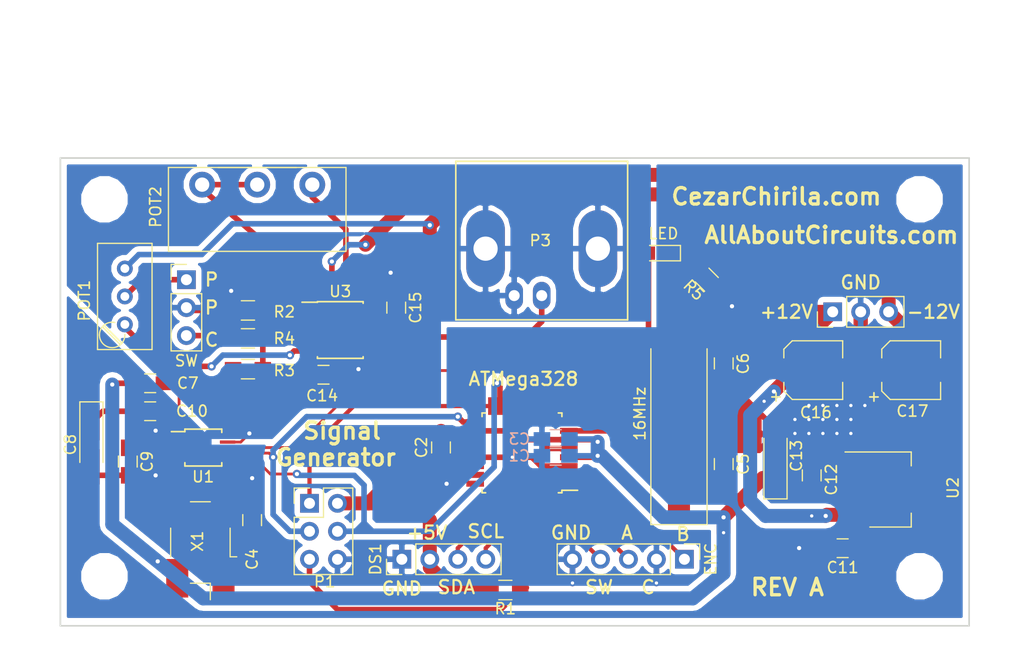
<source format=kicad_pcb>
(kicad_pcb (version 4) (host pcbnew 4.0.5)

  (general
    (links 114)
    (no_connects 6)
    (area 74.439657 25.439799 167.560343 85.181011)
    (thickness 1.6)
    (drawings 27)
    (tracks 313)
    (zones 0)
    (modules 65)
    (nets 42)
  )

  (page A4)
  (title_block
    (title "Signal Generator with AD9833")
    (date 2017-03-08)
    (rev 1)
    (company "Cezar Chirila")
  )

  (layers
    (0 F.Cu signal)
    (31 B.Cu signal)
    (32 B.Adhes user)
    (33 F.Adhes user)
    (34 B.Paste user)
    (35 F.Paste user)
    (36 B.SilkS user)
    (37 F.SilkS user)
    (38 B.Mask user)
    (39 F.Mask user)
    (40 Dwgs.User user)
    (41 Cmts.User user)
    (42 Eco1.User user)
    (43 Eco2.User user)
    (44 Edge.Cuts user)
    (45 Margin user)
    (46 B.CrtYd user)
    (47 F.CrtYd user)
    (48 B.Fab user)
    (49 F.Fab user)
  )

  (setup
    (last_trace_width 0.508)
    (user_trace_width 0.381)
    (user_trace_width 0.508)
    (user_trace_width 0.635)
    (user_trace_width 1.27)
    (trace_clearance 0.2032)
    (zone_clearance 0.508)
    (zone_45_only yes)
    (trace_min 0.2032)
    (segment_width 0.2)
    (edge_width 0.15)
    (via_size 0.762)
    (via_drill 0.381)
    (via_min_size 0.3048)
    (via_min_drill 0.3)
    (uvia_size 0.3)
    (uvia_drill 0.1)
    (uvias_allowed no)
    (uvia_min_size 0.2)
    (uvia_min_drill 0.1)
    (pcb_text_width 0.3)
    (pcb_text_size 1.5 1.5)
    (mod_edge_width 0.15)
    (mod_text_size 1 1)
    (mod_text_width 0.15)
    (pad_size 2.34 2.34)
    (pad_drill 1.3)
    (pad_to_mask_clearance 0.2)
    (aux_axis_origin 15 15)
    (visible_elements 7FFEF7FF)
    (pcbplotparams
      (layerselection 0x010f0_80000001)
      (usegerberextensions true)
      (excludeedgelayer true)
      (linewidth 0.100000)
      (plotframeref false)
      (viasonmask false)
      (mode 1)
      (useauxorigin false)
      (hpglpennumber 1)
      (hpglpenspeed 20)
      (hpglpendiameter 15)
      (hpglpenoverlay 2)
      (psnegative false)
      (psa4output false)
      (plotreference true)
      (plotvalue false)
      (plotinvisibletext false)
      (padsonsilk false)
      (subtractmaskfromsilk false)
      (outputformat 1)
      (mirror false)
      (drillshape 0)
      (scaleselection 1)
      (outputdirectory ../../Desktop/))
  )

  (net 0 "")
  (net 1 +5V)
  (net 2 GND)
  (net 3 XTAL1)
  (net 4 XTAL2)
  (net 5 "Net-(C8-Pad1)")
  (net 6 "Net-(C10-Pad1)")
  (net 7 +12V)
  (net 8 -12V)
  (net 9 "Net-(D1-Pad2)")
  (net 10 "Net-(D1-Pad1)")
  (net 11 "Net-(DS1-Pad3)")
  (net 12 "Net-(DS1-Pad4)")
  (net 13 "Net-(IC1-Pad1)")
  (net 14 "Net-(IC1-Pad2)")
  (net 15 "Net-(IC1-Pad9)")
  (net 16 "Net-(IC1-Pad10)")
  (net 17 "Net-(IC1-Pad12)")
  (net 18 "Net-(IC1-Pad13)")
  (net 19 FSYNC)
  (net 20 SDATA)
  (net 21 MISO)
  (net 22 SCLK)
  (net 23 "Net-(IC1-Pad19)")
  (net 24 "Net-(IC1-Pad20)")
  (net 25 "Net-(IC1-Pad22)")
  (net 26 "Net-(IC1-Pad23)")
  (net 27 "Net-(IC1-Pad24)")
  (net 28 "Net-(IC1-Pad25)")
  (net 29 "Net-(IC1-Pad26)")
  (net 30 RESET)
  (net 31 "Net-(IC1-Pad30)")
  (net 32 "Net-(IC1-Pad31)")
  (net 33 "Net-(IC1-Pad32)")
  (net 34 "Net-(P3-Pad1)")
  (net 35 "Net-(POT1-Pad2)")
  (net 36 "Net-(POT2-Pad3)")
  (net 37 "Net-(R3-Pad1)")
  (net 38 "Net-(R3-Pad2)")
  (net 39 "Net-(R4-Pad2)")
  (net 40 "Net-(U1-Pad5)")
  (net 41 "Net-(X1-Pad1)")

  (net_class Default "This is the default net class."
    (clearance 0.2032)
    (trace_width 0.254)
    (via_dia 0.762)
    (via_drill 0.381)
    (uvia_dia 0.3)
    (uvia_drill 0.1)
    (add_net +12V)
    (add_net +5V)
    (add_net -12V)
    (add_net FSYNC)
    (add_net GND)
    (add_net MISO)
    (add_net "Net-(C10-Pad1)")
    (add_net "Net-(C8-Pad1)")
    (add_net "Net-(D1-Pad1)")
    (add_net "Net-(D1-Pad2)")
    (add_net "Net-(DS1-Pad3)")
    (add_net "Net-(DS1-Pad4)")
    (add_net "Net-(IC1-Pad1)")
    (add_net "Net-(IC1-Pad10)")
    (add_net "Net-(IC1-Pad12)")
    (add_net "Net-(IC1-Pad13)")
    (add_net "Net-(IC1-Pad19)")
    (add_net "Net-(IC1-Pad2)")
    (add_net "Net-(IC1-Pad20)")
    (add_net "Net-(IC1-Pad22)")
    (add_net "Net-(IC1-Pad23)")
    (add_net "Net-(IC1-Pad24)")
    (add_net "Net-(IC1-Pad25)")
    (add_net "Net-(IC1-Pad26)")
    (add_net "Net-(IC1-Pad30)")
    (add_net "Net-(IC1-Pad31)")
    (add_net "Net-(IC1-Pad32)")
    (add_net "Net-(IC1-Pad9)")
    (add_net "Net-(P3-Pad1)")
    (add_net "Net-(POT1-Pad2)")
    (add_net "Net-(POT2-Pad3)")
    (add_net "Net-(R3-Pad1)")
    (add_net "Net-(R3-Pad2)")
    (add_net "Net-(R4-Pad2)")
    (add_net "Net-(U1-Pad5)")
    (add_net "Net-(X1-Pad1)")
    (add_net RESET)
    (add_net SCLK)
    (add_net SDATA)
    (add_net XTAL1)
    (add_net XTAL2)
  )

  (module Potentiometers:Potentiometer_Piher_T16H_Single_Vertical (layer F.Cu) (tedit 5A196AD9) (tstamp 58BC5D11)
    (at 102.87 42.418 90)
    (descr "Potentiometer, vertically mounted, Omeg PC16PU, Omeg PC16PU, Omeg PC16PU, Vishay/Spectrol 248GJ/249GJ Single, Vishay/Spectrol 248GJ/249GJ Single, Vishay/Spectrol 248GJ/249GJ Single, Vishay/Spectrol 248GH/249GH Single, Vishay/Spectrol 148/149 Single, Vishay/Spectrol 148/149 Single, Vishay/Spectrol 148/149 Single, Vishay/Spectrol 148A/149A Single with mounting plates, Vishay/Spectrol 148/149 Double, Vishay/Spectrol 148A/149A Double with mounting plates, Piher PC-16 Single, Piher PC-16 Single, Piher PC-16 Single, Piher PC-16SV Single, Piher PC-16 Double, Piher PC-16 Triple, Piher T16H Single, http://www.piher-nacesa.com/pdf/22-T16v03.pdf")
    (tags "Potentiometer vertical  Omeg PC16PU  Omeg PC16PU  Omeg PC16PU  Vishay/Spectrol 248GJ/249GJ Single  Vishay/Spectrol 248GJ/249GJ Single  Vishay/Spectrol 248GJ/249GJ Single  Vishay/Spectrol 248GH/249GH Single  Vishay/Spectrol 148/149 Single  Vishay/Spectrol 148/149 Single  Vishay/Spectrol 148/149 Single  Vishay/Spectrol 148A/149A Single with mounting plates  Vishay/Spectrol 148/149 Double  Vishay/Spectrol 148A/149A Double with mounting plates  Piher PC-16 Single  Piher PC-16 Single  Piher PC-16 Single  Piher PC-16SV Single  Piher PC-16 Double  Piher PC-16 Triple  Piher T16H Single")
    (path /58B5D256)
    (fp_text reference POT2 (at -2.032 -14.224 90) (layer F.SilkS)
      (effects (font (size 1 1) (thickness 0.15)))
    )
    (fp_text value 100K (at 0 4.25 90) (layer F.Fab)
      (effects (font (size 1 1) (thickness 0.15)))
    )
    (fp_line (start -6 -13) (end -6 3) (layer F.Fab) (width 0.1))
    (fp_line (start -6 3) (end 1.5 3) (layer F.Fab) (width 0.1))
    (fp_line (start 1.5 3) (end 1.5 -13) (layer F.Fab) (width 0.1))
    (fp_line (start 1.5 -13) (end -6 -13) (layer F.Fab) (width 0.1))
    (fp_line (start 1.5 -8.5) (end 1.5 -1.5) (layer F.Fab) (width 0.1))
    (fp_line (start 1.5 -1.5) (end 6.5 -1.5) (layer F.Fab) (width 0.1))
    (fp_line (start 6.5 -1.5) (end 6.5 -8.5) (layer F.Fab) (width 0.1))
    (fp_line (start 6.5 -8.5) (end 1.5 -8.5) (layer F.Fab) (width 0.1))
    (fp_line (start 6.5 -7) (end 6.5 -3) (layer F.Fab) (width 0.1))
    (fp_line (start 6.5 -3) (end 16.5 -3) (layer F.Fab) (width 0.1))
    (fp_line (start 16.5 -3) (end 16.5 -7) (layer F.Fab) (width 0.1))
    (fp_line (start 16.5 -7) (end 6.5 -7) (layer F.Fab) (width 0.1))
    (fp_line (start -6.06 -13.06) (end 1.561 -13.06) (layer F.SilkS) (width 0.12))
    (fp_line (start -6.06 3.06) (end 1.561 3.06) (layer F.SilkS) (width 0.12))
    (fp_line (start -6.06 -13.06) (end -6.06 3.06) (layer F.SilkS) (width 0.12))
    (fp_line (start 1.561 -13.06) (end 1.561 3.06) (layer F.SilkS) (width 0.12))
    (fp_line (start 1.561 -8.56) (end 1.561 -1.44) (layer F.SilkS) (width 0.12))
    (fp_line (start -6.25 -13.25) (end -6.25 3.25) (layer F.CrtYd) (width 0.05))
    (fp_line (start -6.25 3.25) (end 16.75 3.25) (layer F.CrtYd) (width 0.05))
    (fp_line (start 16.75 3.25) (end 16.75 -13.25) (layer F.CrtYd) (width 0.05))
    (fp_line (start 16.75 -13.25) (end -6.25 -13.25) (layer F.CrtYd) (width 0.05))
    (pad 3 thru_hole circle (at 0 -10 90) (size 2.34 2.34) (drill 1.3) (layers *.Cu *.Mask)
      (net 34 "Net-(P3-Pad1)"))
    (pad 2 thru_hole circle (at 0 -5 90) (size 2.34 2.34) (drill 1.3) (layers *.Cu *.Mask)
      (net 34 "Net-(P3-Pad1)"))
    (pad 1 thru_hole circle (at 0 0 90) (size 2.34 2.34) (drill 1.3) (layers *.Cu *.Mask)
      (net 36 "Net-(POT2-Pad3)"))
    (model Potentiometers.3dshapes/Potentiometer_Piher_T16H_Single_Vertical.wrl
      (at (xyz 0 0 0))
      (scale (xyz 0.393701 0.393701 0.393701))
      (rotate (xyz 0 0 0))
    )
    (model Potentiometers.3dshapes/Potentiometer_Alps-RK163-single_15mm.wrl
      (at (xyz 0 0 0))
      (scale (xyz 1 1 1))
      (rotate (xyz 0 0 0))
    )
  )

  (module Connectors_TE-Connectivity:BNC_Socket_TYCO-AMP_LargePads (layer F.Cu) (tedit 58C062DF) (tstamp 58BC5D03)
    (at 123.698 47.498)
    (descr "BNC Socket TYCO AMP")
    (tags "BNC Socket TYCO AMP")
    (path /58BAEE67)
    (fp_text reference P3 (at -0.127 0) (layer F.SilkS)
      (effects (font (size 1 1) (thickness 0.15)))
    )
    (fp_text value Output (at 10.89914 -9.6012 90) (layer F.Fab)
      (effects (font (size 1 1) (thickness 0.15)))
    )
    (fp_line (start -7.80034 7.2009) (end 7.80034 7.2009) (layer F.SilkS) (width 0.15))
    (fp_line (start 7.80034 7.2009) (end 7.80034 -7.2009) (layer F.SilkS) (width 0.15))
    (fp_line (start 7.80034 -7.2009) (end -7.80034 -7.2009) (layer F.SilkS) (width 0.15))
    (fp_line (start -7.80034 -7.2009) (end -7.80034 7.2009) (layer F.SilkS) (width 0.15))
    (pad 2 thru_hole oval (at -5.09778 0.7366) (size 3.50012 7.00024) (drill 2.19964) (layers *.Cu *.Mask)
      (net 2 GND))
    (pad 2 thru_hole oval (at 5.10032 0.7366) (size 3.50012 7.00024) (drill 2.19964) (layers *.Cu *.Mask)
      (net 2 GND))
    (pad 1 thru_hole oval (at 0 5.00126) (size 1.6002 2.49936) (drill 1.00076) (layers *.Cu *.Mask)
      (net 34 "Net-(P3-Pad1)"))
    (pad 2 thru_hole oval (at -2.49936 5.00126) (size 1.6002 2.49936) (drill 1.00076) (layers *.Cu *.Mask)
      (net 2 GND))
    (model Sockets_BNC.3dshapes/BNC_Socket_TYCO-AMP_LargePads.wrl
      (at (xyz 0 0 0))
      (scale (xyz 0.3937 0.3937 0.3937))
      (rotate (xyz 0 0 0))
    )
    (model Sockets_BNC.3dshapes/BNC_Socket_TYCO-AMP_LargePads.wrl
      (at (xyz 0 0 0))
      (scale (xyz 0.3937 0.3937 0.3937))
      (rotate (xyz 0 0 0))
    )
  )

  (module Mounting_Holes:MountingHole_3.2mm_M3 (layer F.Cu) (tedit 58BDCDCE) (tstamp 58C0509E)
    (at 84 78)
    (descr "Mounting Hole 3.2mm, no annular, M3")
    (tags "mounting hole 3.2mm no annular m3")
    (fp_text reference REF** (at 0 -4.2) (layer F.SilkS) hide
      (effects (font (size 1 1) (thickness 0.15)))
    )
    (fp_text value MountingHole_3.2mm_M3 (at 0 4.2) (layer F.Fab)
      (effects (font (size 1 1) (thickness 0.15)))
    )
    (fp_circle (center 0 0) (end 3.2 0) (layer Cmts.User) (width 0.15))
    (fp_circle (center 0 0) (end 3.45 0) (layer F.CrtYd) (width 0.05))
    (pad 1 np_thru_hole circle (at 0 0) (size 3.2 3.2) (drill 3.2) (layers *.Cu *.Mask))
  )

  (module Mounting_Holes:MountingHole_3.2mm_M3 (layer F.Cu) (tedit 58BDCDCE) (tstamp 58BDCC08)
    (at 158 78)
    (descr "Mounting Hole 3.2mm, no annular, M3")
    (tags "mounting hole 3.2mm no annular m3")
    (fp_text reference REF** (at 0 -4.2) (layer F.SilkS) hide
      (effects (font (size 1 1) (thickness 0.15)))
    )
    (fp_text value MountingHole_3.2mm_M3 (at 0 4.2) (layer F.Fab)
      (effects (font (size 1 1) (thickness 0.15)))
    )
    (fp_circle (center 0 0) (end 3.2 0) (layer Cmts.User) (width 0.15))
    (fp_circle (center 0 0) (end 3.45 0) (layer F.CrtYd) (width 0.05))
    (pad 1 np_thru_hole circle (at 0 0) (size 3.2 3.2) (drill 3.2) (layers *.Cu *.Mask))
  )

  (module .pretty:VIA-0.6mm (layer F.Cu) (tedit 58BDC497) (tstamp 58BDC4E4)
    (at 134.112 78.613)
    (fp_text reference REF** (at 0 2.54) (layer F.SilkS) hide
      (effects (font (size 1 1) (thickness 0.15)))
    )
    (fp_text value VIA-0.6mm (at 0 -2.54) (layer F.Fab) hide
      (effects (font (size 1 1) (thickness 0.15)))
    )
    (pad 3 thru_hole circle (at 0 0) (size 0.6 0.6) (drill 0.3) (layers *.Cu)
      (net 2 GND) (zone_connect 2))
  )

  (module .pretty:VIA-0.6mm (layer F.Cu) (tedit 58BDC497) (tstamp 58BDC4CF)
    (at 126.492 78.613)
    (fp_text reference REF** (at 0 2.54) (layer F.SilkS) hide
      (effects (font (size 1 1) (thickness 0.15)))
    )
    (fp_text value VIA-0.6mm (at 0 -2.54) (layer F.Fab) hide
      (effects (font (size 1 1) (thickness 0.15)))
    )
    (pad 3 thru_hole circle (at 0 0) (size 0.6 0.6) (drill 0.3) (layers *.Cu)
      (net 2 GND) (zone_connect 2))
  )

  (module .pretty:VIA-0.6mm (layer F.Cu) (tedit 58BDC035) (tstamp 58BE71B8)
    (at 149.225 62.484)
    (fp_text reference REF** (at 0 2.54) (layer F.SilkS) hide
      (effects (font (size 1 1) (thickness 0.15)))
    )
    (fp_text value VIA-0.6mm (at 0 -2.54) (layer F.Fab) hide
      (effects (font (size 1 1) (thickness 0.15)))
    )
    (pad 3 thru_hole circle (at 0 0) (size 0.6 0.6) (drill 0.3) (layers *.Cu)
      (net 2 GND) (zone_connect 2))
  )

  (module .pretty:VIA-0.6mm (layer F.Cu) (tedit 58BDC035) (tstamp 58BE71A9)
    (at 150.495 62.484)
    (fp_text reference REF** (at 0 2.54) (layer F.SilkS) hide
      (effects (font (size 1 1) (thickness 0.15)))
    )
    (fp_text value VIA-0.6mm (at 0 -2.54) (layer F.Fab) hide
      (effects (font (size 1 1) (thickness 0.15)))
    )
    (pad 3 thru_hole circle (at 0 0) (size 0.6 0.6) (drill 0.3) (layers *.Cu)
      (net 2 GND) (zone_connect 2))
  )

  (module .pretty:VIA-0.6mm (layer F.Cu) (tedit 58BDC2BD) (tstamp 58BE71A3)
    (at 154.305 61.214)
    (fp_text reference REF** (at 0 2.54) (layer F.SilkS) hide
      (effects (font (size 1 1) (thickness 0.15)))
    )
    (fp_text value VIA-0.6mm (at 0 -2.54) (layer F.Fab) hide
      (effects (font (size 1 1) (thickness 0.15)))
    )
  )

  (module .pretty:VIA-0.6mm (layer F.Cu) (tedit 58BDC2B9) (tstamp 58BE719E)
    (at 153.035 61.214)
    (fp_text reference REF** (at 0 2.54) (layer F.SilkS) hide
      (effects (font (size 1 1) (thickness 0.15)))
    )
    (fp_text value VIA-0.6mm (at 0 -2.54) (layer F.Fab) hide
      (effects (font (size 1 1) (thickness 0.15)))
    )
  )

  (module .pretty:VIA-0.6mm (layer F.Cu) (tedit 58BDC035) (tstamp 58BE7199)
    (at 153.035 62.484)
    (fp_text reference REF** (at 0 2.54) (layer F.SilkS) hide
      (effects (font (size 1 1) (thickness 0.15)))
    )
    (fp_text value VIA-0.6mm (at 0 -2.54) (layer F.Fab) hide
      (effects (font (size 1 1) (thickness 0.15)))
    )
    (pad 3 thru_hole circle (at 0 0) (size 0.6 0.6) (drill 0.3) (layers *.Cu)
      (net 2 GND) (zone_connect 2))
  )

  (module .pretty:VIA-0.6mm (layer F.Cu) (tedit 58BDC035) (tstamp 58BE7194)
    (at 151.765 62.484)
    (fp_text reference REF** (at 0 2.54) (layer F.SilkS) hide
      (effects (font (size 1 1) (thickness 0.15)))
    )
    (fp_text value VIA-0.6mm (at 0 -2.54) (layer F.Fab) hide
      (effects (font (size 1 1) (thickness 0.15)))
    )
    (pad 3 thru_hole circle (at 0 0) (size 0.6 0.6) (drill 0.3) (layers *.Cu)
      (net 2 GND) (zone_connect 2))
  )

  (module .pretty:VIA-0.6mm (layer F.Cu) (tedit 58BDC035) (tstamp 58BE718F)
    (at 147.955 62.484)
    (fp_text reference REF** (at 0 2.54) (layer F.SilkS) hide
      (effects (font (size 1 1) (thickness 0.15)))
    )
    (fp_text value VIA-0.6mm (at 0 -2.54) (layer F.Fab) hide
      (effects (font (size 1 1) (thickness 0.15)))
    )
    (pad 3 thru_hole circle (at 0 0) (size 0.6 0.6) (drill 0.3) (layers *.Cu)
      (net 2 GND) (zone_connect 2))
  )

  (module .pretty:VIA-0.6mm (layer F.Cu) (tedit 58BDC035) (tstamp 58BE718A)
    (at 151.765 63.754)
    (fp_text reference REF** (at 0 2.54) (layer F.SilkS) hide
      (effects (font (size 1 1) (thickness 0.15)))
    )
    (fp_text value VIA-0.6mm (at 0 -2.54) (layer F.Fab) hide
      (effects (font (size 1 1) (thickness 0.15)))
    )
    (pad 3 thru_hole circle (at 0 0) (size 0.6 0.6) (drill 0.3) (layers *.Cu)
      (net 2 GND) (zone_connect 2))
  )

  (module .pretty:VIA-0.6mm (layer F.Cu) (tedit 58BDC035) (tstamp 58BE7185)
    (at 150.495 63.754)
    (fp_text reference REF** (at 0 2.54) (layer F.SilkS) hide
      (effects (font (size 1 1) (thickness 0.15)))
    )
    (fp_text value VIA-0.6mm (at 0 -2.54) (layer F.Fab) hide
      (effects (font (size 1 1) (thickness 0.15)))
    )
    (pad 3 thru_hole circle (at 0 0) (size 0.6 0.6) (drill 0.3) (layers *.Cu)
      (net 2 GND) (zone_connect 2))
  )

  (module .pretty:VIA-0.6mm (layer F.Cu) (tedit 58BDC035) (tstamp 58BE7180)
    (at 149.225 63.754)
    (fp_text reference REF** (at 0 2.54) (layer F.SilkS) hide
      (effects (font (size 1 1) (thickness 0.15)))
    )
    (fp_text value VIA-0.6mm (at 0 -2.54) (layer F.Fab) hide
      (effects (font (size 1 1) (thickness 0.15)))
    )
    (pad 3 thru_hole circle (at 0 0) (size 0.6 0.6) (drill 0.3) (layers *.Cu)
      (net 2 GND) (zone_connect 2))
  )

  (module .pretty:VIA-0.6mm (layer F.Cu) (tedit 58BDC035) (tstamp 58BE7163)
    (at 147.955 63.754)
    (fp_text reference REF** (at 0 2.54) (layer F.SilkS) hide
      (effects (font (size 1 1) (thickness 0.15)))
    )
    (fp_text value VIA-0.6mm (at 0 -2.54) (layer F.Fab) hide
      (effects (font (size 1 1) (thickness 0.15)))
    )
    (pad 3 thru_hole circle (at 0 0) (size 0.6 0.6) (drill 0.3) (layers *.Cu)
      (net 2 GND) (zone_connect 2))
  )

  (module .pretty:VIA-0.6mm (layer F.Cu) (tedit 58BDC035) (tstamp 58BE715E)
    (at 146.685 63.754)
    (fp_text reference REF** (at 0 2.54) (layer F.SilkS) hide
      (effects (font (size 1 1) (thickness 0.15)))
    )
    (fp_text value VIA-0.6mm (at 0 -2.54) (layer F.Fab) hide
      (effects (font (size 1 1) (thickness 0.15)))
    )
    (pad 3 thru_hole circle (at 0 0) (size 0.6 0.6) (drill 0.3) (layers *.Cu)
      (net 2 GND) (zone_connect 2))
  )

  (module .pretty:VIA-0.6mm (layer F.Cu) (tedit 58BDC035) (tstamp 58BE714B)
    (at 146.685 65.024)
    (fp_text reference REF** (at 0 2.54) (layer F.SilkS) hide
      (effects (font (size 1 1) (thickness 0.15)))
    )
    (fp_text value VIA-0.6mm (at 0 -2.54) (layer F.Fab) hide
      (effects (font (size 1 1) (thickness 0.15)))
    )
    (pad 3 thru_hole circle (at 0 0) (size 0.6 0.6) (drill 0.3) (layers *.Cu)
      (net 2 GND) (zone_connect 2))
  )

  (module .pretty:VIA-0.6mm (layer F.Cu) (tedit 58BDC035) (tstamp 58BE712C)
    (at 151.765 65.024)
    (fp_text reference REF** (at 0 2.54) (layer F.SilkS) hide
      (effects (font (size 1 1) (thickness 0.15)))
    )
    (fp_text value VIA-0.6mm (at 0 -2.54) (layer F.Fab) hide
      (effects (font (size 1 1) (thickness 0.15)))
    )
    (pad 3 thru_hole circle (at 0 0) (size 0.6 0.6) (drill 0.3) (layers *.Cu)
      (net 2 GND) (zone_connect 2))
  )

  (module .pretty:VIA-0.6mm (layer F.Cu) (tedit 58BDC035) (tstamp 58BE7116)
    (at 147.955 65.024)
    (fp_text reference REF** (at 0 2.54) (layer F.SilkS) hide
      (effects (font (size 1 1) (thickness 0.15)))
    )
    (fp_text value VIA-0.6mm (at 0 -2.54) (layer F.Fab) hide
      (effects (font (size 1 1) (thickness 0.15)))
    )
    (pad 3 thru_hole circle (at 0 0) (size 0.6 0.6) (drill 0.3) (layers *.Cu)
      (net 2 GND) (zone_connect 2))
  )

  (module Pin_Headers:Pin_Header_Straight_1x03_Pitch2.54mm (layer F.Cu) (tedit 58BFDF81) (tstamp 58BC5D3F)
    (at 91.44 51.054)
    (descr "Through hole straight pin header, 1x03, 2.54mm pitch, single row")
    (tags "Through hole pin header THT 1x03 2.54mm single row")
    (path /58B6F24A)
    (fp_text reference SW (at 0 7.366) (layer F.SilkS)
      (effects (font (size 1 1) (thickness 0.15)))
    )
    (fp_text value SW_SPDT (at 0 7.47) (layer F.Fab)
      (effects (font (size 1 1) (thickness 0.15)))
    )
    (fp_line (start -1.27 -1.27) (end -1.27 6.35) (layer F.Fab) (width 0.1))
    (fp_line (start -1.27 6.35) (end 1.27 6.35) (layer F.Fab) (width 0.1))
    (fp_line (start 1.27 6.35) (end 1.27 -1.27) (layer F.Fab) (width 0.1))
    (fp_line (start 1.27 -1.27) (end -1.27 -1.27) (layer F.Fab) (width 0.1))
    (fp_line (start -1.39 1.27) (end -1.39 6.47) (layer F.SilkS) (width 0.12))
    (fp_line (start -1.39 6.47) (end 1.39 6.47) (layer F.SilkS) (width 0.12))
    (fp_line (start 1.39 6.47) (end 1.39 1.27) (layer F.SilkS) (width 0.12))
    (fp_line (start 1.39 1.27) (end -1.39 1.27) (layer F.SilkS) (width 0.12))
    (fp_line (start -1.39 0) (end -1.39 -1.39) (layer F.SilkS) (width 0.12))
    (fp_line (start -1.39 -1.39) (end 0 -1.39) (layer F.SilkS) (width 0.12))
    (fp_line (start -1.6 -1.6) (end -1.6 6.6) (layer F.CrtYd) (width 0.05))
    (fp_line (start -1.6 6.6) (end 1.6 6.6) (layer F.CrtYd) (width 0.05))
    (fp_line (start 1.6 6.6) (end 1.6 -1.6) (layer F.CrtYd) (width 0.05))
    (fp_line (start 1.6 -1.6) (end -1.6 -1.6) (layer F.CrtYd) (width 0.05))
    (pad 1 thru_hole rect (at 0 0) (size 1.7 1.7) (drill 1) (layers *.Cu *.Mask)
      (net 35 "Net-(POT1-Pad2)"))
    (pad 3 thru_hole oval (at 0 2.54) (size 1.7 1.7) (drill 1) (layers *.Cu *.Mask)
      (net 2 GND))
    (pad 2 thru_hole oval (at 0 5.08) (size 1.7 1.7) (drill 1) (layers *.Cu *.Mask)
      (net 39 "Net-(R4-Pad2)"))
    (model Pin_Headers.3dshapes/Pin_Header_Straight_1x03_Pitch2.54mm.wrl
      (at (xyz 0 -0.1 0))
      (scale (xyz 1 1 1))
      (rotate (xyz 0 0 90))
    )
    (model Pin_Headers.3dshapes/Pin_Header_Straight_1x03.wrl
      (at (xyz 0 -0.1 0))
      (scale (xyz 1 1 1))
      (rotate (xyz 0 0 90))
    )
  )

  (module Pin_Headers:Pin_Header_Straight_1x05_Pitch2.54mm (layer F.Cu) (tedit 58C054BB) (tstamp 58BC5D38)
    (at 136.652 76.454 270)
    (descr "Through hole straight pin header, 1x05, 2.54mm pitch, single row")
    (tags "Through hole pin header THT 1x05 2.54mm single row")
    (path /58B6E0EC)
    (fp_text reference ENC (at 0 -2.39 270) (layer F.SilkS)
      (effects (font (size 1 1) (thickness 0.15)))
    )
    (fp_text value Rotary_Encoder_Switch (at 0 12.55 270) (layer F.Fab)
      (effects (font (size 1 1) (thickness 0.15)))
    )
    (fp_line (start -1.27 -1.27) (end -1.27 11.43) (layer F.Fab) (width 0.1))
    (fp_line (start -1.27 11.43) (end 1.27 11.43) (layer F.Fab) (width 0.1))
    (fp_line (start 1.27 11.43) (end 1.27 -1.27) (layer F.Fab) (width 0.1))
    (fp_line (start 1.27 -1.27) (end -1.27 -1.27) (layer F.Fab) (width 0.1))
    (fp_line (start -1.39 1.27) (end -1.39 11.55) (layer F.SilkS) (width 0.12))
    (fp_line (start -1.39 11.55) (end 1.39 11.55) (layer F.SilkS) (width 0.12))
    (fp_line (start 1.39 11.55) (end 1.39 1.27) (layer F.SilkS) (width 0.12))
    (fp_line (start 1.39 1.27) (end -1.39 1.27) (layer F.SilkS) (width 0.12))
    (fp_line (start -1.39 0) (end -1.39 -1.39) (layer F.SilkS) (width 0.12))
    (fp_line (start -1.39 -1.39) (end 0 -1.39) (layer F.SilkS) (width 0.12))
    (fp_line (start -1.6 -1.6) (end -1.6 11.7) (layer F.CrtYd) (width 0.05))
    (fp_line (start -1.6 11.7) (end 1.6 11.7) (layer F.CrtYd) (width 0.05))
    (fp_line (start 1.6 11.7) (end 1.6 -1.6) (layer F.CrtYd) (width 0.05))
    (fp_line (start 1.6 -1.6) (end -1.6 -1.6) (layer F.CrtYd) (width 0.05))
    (pad 3 thru_hole rect (at 0 0 270) (size 1.7 1.7) (drill 1) (layers *.Cu *.Mask)
      (net 13 "Net-(IC1-Pad1)"))
    (pad 2 thru_hole oval (at 0 2.54 270) (size 1.7 1.7) (drill 1) (layers *.Cu *.Mask)
      (net 2 GND))
    (pad 1 thru_hole oval (at 0 5.08 270) (size 1.7 1.7) (drill 1) (layers *.Cu *.Mask)
      (net 33 "Net-(IC1-Pad32)"))
    (pad 4 thru_hole oval (at 0 7.62 270) (size 1.7 1.7) (drill 1) (layers *.Cu *.Mask)
      (net 32 "Net-(IC1-Pad31)"))
    (pad 5 thru_hole oval (at 0 10.16 270) (size 1.7 1.7) (drill 1) (layers *.Cu *.Mask)
      (net 2 GND))
    (model Pin_Headers.3dshapes/Pin_Header_Straight_1x05_Pitch2.54mm.wrl
      (at (xyz 0 -0.2 0))
      (scale (xyz 1 1 1))
      (rotate (xyz 0 0 90))
    )
    (model Pin_Headers.3dshapes/Pin_Header_Straight_1x05.wrl
      (at (xyz 0 -0.2 0))
      (scale (xyz 1 1 1))
      (rotate (xyz 0 0 90))
    )
  )

  (module Capacitors_SMD:C_0805_HandSoldering (layer F.Cu) (tedit 58C0549D) (tstamp 58BC5CB8)
    (at 110.49 53.594 270)
    (descr "Capacitor SMD 0805, hand soldering")
    (tags "capacitor 0805")
    (path /58B5DFD6)
    (attr smd)
    (fp_text reference C15 (at 0 -1.75 270) (layer F.SilkS)
      (effects (font (size 1 1) (thickness 0.15)))
    )
    (fp_text value 100n (at 0 1.75 270) (layer F.Fab)
      (effects (font (size 1 1) (thickness 0.15)))
    )
    (fp_text user %R (at 0 -1.75 270) (layer F.Fab) hide
      (effects (font (size 1 1) (thickness 0.15)))
    )
    (fp_line (start -1 0.62) (end -1 -0.62) (layer F.Fab) (width 0.1))
    (fp_line (start 1 0.62) (end -1 0.62) (layer F.Fab) (width 0.1))
    (fp_line (start 1 -0.62) (end 1 0.62) (layer F.Fab) (width 0.1))
    (fp_line (start -1 -0.62) (end 1 -0.62) (layer F.Fab) (width 0.1))
    (fp_line (start 0.5 -0.85) (end -0.5 -0.85) (layer F.SilkS) (width 0.12))
    (fp_line (start -0.5 0.85) (end 0.5 0.85) (layer F.SilkS) (width 0.12))
    (fp_line (start -2.25 -0.88) (end 2.25 -0.88) (layer F.CrtYd) (width 0.05))
    (fp_line (start -2.25 -0.88) (end -2.25 0.87) (layer F.CrtYd) (width 0.05))
    (fp_line (start 2.25 0.87) (end 2.25 -0.88) (layer F.CrtYd) (width 0.05))
    (fp_line (start 2.25 0.87) (end -2.25 0.87) (layer F.CrtYd) (width 0.05))
    (pad 1 smd rect (at -1.25 0 270) (size 1.5 1.25) (layers F.Cu F.Paste F.Mask)
      (net 2 GND))
    (pad 2 smd rect (at 1.25 0 270) (size 1.5 1.25) (layers F.Cu F.Paste F.Mask)
      (net 7 +12V))
    (model Capacitors_SMD.3dshapes/C_0805.wrl
      (at (xyz 0 0 0))
      (scale (xyz 1 1 1))
      (rotate (xyz 0 0 0))
    )
  )

  (module Capacitors_SMD:C_0805_HandSoldering (layer B.Cu) (tedit 58BDCF13) (tstamp 58BC5C70)
    (at 124.968 65.532 180)
    (descr "Capacitor SMD 0805, hand soldering")
    (tags "capacitor 0805")
    (path /58B5B821)
    (attr smd)
    (fp_text reference C3 (at 3.302 0 180) (layer B.SilkS)
      (effects (font (size 1 1) (thickness 0.15)) (justify mirror))
    )
    (fp_text value 100n (at 0 -1.75 180) (layer B.Fab)
      (effects (font (size 1 1) (thickness 0.15)) (justify mirror))
    )
    (fp_text user %R (at 3.302 0 180) (layer B.Fab)
      (effects (font (size 1 1) (thickness 0.15)) (justify mirror))
    )
    (fp_line (start -1 -0.62) (end -1 0.62) (layer B.Fab) (width 0.1))
    (fp_line (start 1 -0.62) (end -1 -0.62) (layer B.Fab) (width 0.1))
    (fp_line (start 1 0.62) (end 1 -0.62) (layer B.Fab) (width 0.1))
    (fp_line (start -1 0.62) (end 1 0.62) (layer B.Fab) (width 0.1))
    (fp_line (start 0.5 0.85) (end -0.5 0.85) (layer B.SilkS) (width 0.12))
    (fp_line (start -0.5 -0.85) (end 0.5 -0.85) (layer B.SilkS) (width 0.12))
    (fp_line (start -2.25 0.88) (end 2.25 0.88) (layer B.CrtYd) (width 0.05))
    (fp_line (start -2.25 0.88) (end -2.25 -0.87) (layer B.CrtYd) (width 0.05))
    (fp_line (start 2.25 -0.87) (end 2.25 0.88) (layer B.CrtYd) (width 0.05))
    (fp_line (start 2.25 -0.87) (end -2.25 -0.87) (layer B.CrtYd) (width 0.05))
    (pad 1 smd rect (at -1.25 0 180) (size 1.5 1.25) (layers B.Cu B.Paste B.Mask)
      (net 1 +5V))
    (pad 2 smd rect (at 1.25 0 180) (size 1.5 1.25) (layers B.Cu B.Paste B.Mask)
      (net 2 GND))
    (model Capacitors_SMD.3dshapes/C_0805.wrl
      (at (xyz 0 0 0))
      (scale (xyz 1 1 1))
      (rotate (xyz 0 0 0))
    )
  )

  (module Capacitors_SMD:C_0805_HandSoldering (layer B.Cu) (tedit 58BDCF17) (tstamp 58BC5C64)
    (at 124.968 67.056 180)
    (descr "Capacitor SMD 0805, hand soldering")
    (tags "capacitor 0805")
    (path /58B878C1)
    (attr smd)
    (fp_text reference C1 (at 3.302 0 180) (layer B.SilkS)
      (effects (font (size 1 1) (thickness 0.15)) (justify mirror))
    )
    (fp_text value 100n (at 0 -1.75 180) (layer B.Fab)
      (effects (font (size 1 1) (thickness 0.15)) (justify mirror))
    )
    (fp_text user %R (at 3.302 0 180) (layer B.Fab)
      (effects (font (size 1 1) (thickness 0.15)) (justify mirror))
    )
    (fp_line (start -1 -0.62) (end -1 0.62) (layer B.Fab) (width 0.1))
    (fp_line (start 1 -0.62) (end -1 -0.62) (layer B.Fab) (width 0.1))
    (fp_line (start 1 0.62) (end 1 -0.62) (layer B.Fab) (width 0.1))
    (fp_line (start -1 0.62) (end 1 0.62) (layer B.Fab) (width 0.1))
    (fp_line (start 0.5 0.85) (end -0.5 0.85) (layer B.SilkS) (width 0.12))
    (fp_line (start -0.5 -0.85) (end 0.5 -0.85) (layer B.SilkS) (width 0.12))
    (fp_line (start -2.25 0.88) (end 2.25 0.88) (layer B.CrtYd) (width 0.05))
    (fp_line (start -2.25 0.88) (end -2.25 -0.87) (layer B.CrtYd) (width 0.05))
    (fp_line (start 2.25 -0.87) (end 2.25 0.88) (layer B.CrtYd) (width 0.05))
    (fp_line (start 2.25 -0.87) (end -2.25 -0.87) (layer B.CrtYd) (width 0.05))
    (pad 1 smd rect (at -1.25 0 180) (size 1.5 1.25) (layers B.Cu B.Paste B.Mask)
      (net 1 +5V))
    (pad 2 smd rect (at 1.25 0 180) (size 1.5 1.25) (layers B.Cu B.Paste B.Mask)
      (net 2 GND))
    (model Capacitors_SMD.3dshapes/C_0805.wrl
      (at (xyz 0 0 0))
      (scale (xyz 1 1 1))
      (rotate (xyz 0 0 0))
    )
  )

  (module Capacitors_SMD:C_0805_HandSoldering (layer F.Cu) (tedit 58BFE025) (tstamp 58BC5C6A)
    (at 114.554 66.294 270)
    (descr "Capacitor SMD 0805, hand soldering")
    (tags "capacitor 0805")
    (path /58B5B9D2)
    (attr smd)
    (fp_text reference C2 (at 0 1.778 270) (layer F.SilkS)
      (effects (font (size 1 1) (thickness 0.15)))
    )
    (fp_text value 100n (at 0 1.75 270) (layer F.Fab)
      (effects (font (size 1 1) (thickness 0.15)))
    )
    (fp_text user %R (at 0 1.778 270) (layer F.Fab) hide
      (effects (font (size 1 1) (thickness 0.15)))
    )
    (fp_line (start -1 0.62) (end -1 -0.62) (layer F.Fab) (width 0.1))
    (fp_line (start 1 0.62) (end -1 0.62) (layer F.Fab) (width 0.1))
    (fp_line (start 1 -0.62) (end 1 0.62) (layer F.Fab) (width 0.1))
    (fp_line (start -1 -0.62) (end 1 -0.62) (layer F.Fab) (width 0.1))
    (fp_line (start 0.5 -0.85) (end -0.5 -0.85) (layer F.SilkS) (width 0.12))
    (fp_line (start -0.5 0.85) (end 0.5 0.85) (layer F.SilkS) (width 0.12))
    (fp_line (start -2.25 -0.88) (end 2.25 -0.88) (layer F.CrtYd) (width 0.05))
    (fp_line (start -2.25 -0.88) (end -2.25 0.87) (layer F.CrtYd) (width 0.05))
    (fp_line (start 2.25 0.87) (end 2.25 -0.88) (layer F.CrtYd) (width 0.05))
    (fp_line (start 2.25 0.87) (end -2.25 0.87) (layer F.CrtYd) (width 0.05))
    (pad 1 smd rect (at -1.25 0 270) (size 1.5 1.25) (layers F.Cu F.Paste F.Mask)
      (net 1 +5V))
    (pad 2 smd rect (at 1.25 0 270) (size 1.5 1.25) (layers F.Cu F.Paste F.Mask)
      (net 2 GND))
    (model Capacitors_SMD.3dshapes/C_0805.wrl
      (at (xyz 0 0 0))
      (scale (xyz 1 1 1))
      (rotate (xyz 0 0 0))
    )
  )

  (module Capacitors_SMD:C_0805_HandSoldering (layer F.Cu) (tedit 58C05496) (tstamp 58BC5C76)
    (at 97.409 72.898 90)
    (descr "Capacitor SMD 0805, hand soldering")
    (tags "capacitor 0805")
    (path /58B61BB9)
    (attr smd)
    (fp_text reference C4 (at -3.556 0 90) (layer F.SilkS)
      (effects (font (size 1 1) (thickness 0.15)))
    )
    (fp_text value 100n (at 0 1.75 90) (layer F.Fab)
      (effects (font (size 1 1) (thickness 0.15)))
    )
    (fp_text user %R (at -3.556 0 90) (layer F.Fab) hide
      (effects (font (size 1 1) (thickness 0.15)))
    )
    (fp_line (start -1 0.62) (end -1 -0.62) (layer F.Fab) (width 0.1))
    (fp_line (start 1 0.62) (end -1 0.62) (layer F.Fab) (width 0.1))
    (fp_line (start 1 -0.62) (end 1 0.62) (layer F.Fab) (width 0.1))
    (fp_line (start -1 -0.62) (end 1 -0.62) (layer F.Fab) (width 0.1))
    (fp_line (start 0.5 -0.85) (end -0.5 -0.85) (layer F.SilkS) (width 0.12))
    (fp_line (start -0.5 0.85) (end 0.5 0.85) (layer F.SilkS) (width 0.12))
    (fp_line (start -2.25 -0.88) (end 2.25 -0.88) (layer F.CrtYd) (width 0.05))
    (fp_line (start -2.25 -0.88) (end -2.25 0.87) (layer F.CrtYd) (width 0.05))
    (fp_line (start 2.25 0.87) (end 2.25 -0.88) (layer F.CrtYd) (width 0.05))
    (fp_line (start 2.25 0.87) (end -2.25 0.87) (layer F.CrtYd) (width 0.05))
    (pad 1 smd rect (at -1.25 0 90) (size 1.5 1.25) (layers F.Cu F.Paste F.Mask)
      (net 1 +5V))
    (pad 2 smd rect (at 1.25 0 90) (size 1.5 1.25) (layers F.Cu F.Paste F.Mask)
      (net 2 GND))
    (model Capacitors_SMD.3dshapes/C_0805.wrl
      (at (xyz 0 0 0))
      (scale (xyz 1 1 1))
      (rotate (xyz 0 0 0))
    )
  )

  (module Capacitors_SMD:C_0805_HandSoldering (layer F.Cu) (tedit 58BFE0D5) (tstamp 58BC5C7C)
    (at 140.222 67.804 90)
    (descr "Capacitor SMD 0805, hand soldering")
    (tags "capacitor 0805")
    (path /58B7918D)
    (attr smd)
    (fp_text reference C5 (at -0.014 1.764 90) (layer F.SilkS)
      (effects (font (size 1 1) (thickness 0.15)))
    )
    (fp_text value 22p (at -4.064 0 90) (layer F.Fab)
      (effects (font (size 1 1) (thickness 0.15)))
    )
    (fp_text user %R (at -0.014 1.764 90) (layer F.Fab) hide
      (effects (font (size 1 1) (thickness 0.15)))
    )
    (fp_line (start -1 0.62) (end -1 -0.62) (layer F.Fab) (width 0.1))
    (fp_line (start 1 0.62) (end -1 0.62) (layer F.Fab) (width 0.1))
    (fp_line (start 1 -0.62) (end 1 0.62) (layer F.Fab) (width 0.1))
    (fp_line (start -1 -0.62) (end 1 -0.62) (layer F.Fab) (width 0.1))
    (fp_line (start 0.5 -0.85) (end -0.5 -0.85) (layer F.SilkS) (width 0.12))
    (fp_line (start -0.5 0.85) (end 0.5 0.85) (layer F.SilkS) (width 0.12))
    (fp_line (start -2.25 -0.88) (end 2.25 -0.88) (layer F.CrtYd) (width 0.05))
    (fp_line (start -2.25 -0.88) (end -2.25 0.87) (layer F.CrtYd) (width 0.05))
    (fp_line (start 2.25 0.87) (end 2.25 -0.88) (layer F.CrtYd) (width 0.05))
    (fp_line (start 2.25 0.87) (end -2.25 0.87) (layer F.CrtYd) (width 0.05))
    (pad 1 smd rect (at -1.25 0 90) (size 1.5 1.25) (layers F.Cu F.Paste F.Mask)
      (net 3 XTAL1))
    (pad 2 smd rect (at 1.25 0 90) (size 1.5 1.25) (layers F.Cu F.Paste F.Mask)
      (net 2 GND))
    (model Capacitors_SMD.3dshapes/C_0805.wrl
      (at (xyz 0 0 0))
      (scale (xyz 1 1 1))
      (rotate (xyz 0 0 0))
    )
  )

  (module Capacitors_SMD:C_0805_HandSoldering (layer F.Cu) (tedit 58BFE0A9) (tstamp 58BC5C82)
    (at 140.222 58.66 270)
    (descr "Capacitor SMD 0805, hand soldering")
    (tags "capacitor 0805")
    (path /58B790ED)
    (attr smd)
    (fp_text reference C6 (at 0.014 -1.764 270) (layer F.SilkS)
      (effects (font (size 1 1) (thickness 0.15)))
    )
    (fp_text value 22p (at -4.064 0 270) (layer F.Fab)
      (effects (font (size 1 1) (thickness 0.15)))
    )
    (fp_text user %R (at 0.014 -1.764 270) (layer F.Fab) hide
      (effects (font (size 1 1) (thickness 0.15)))
    )
    (fp_line (start -1 0.62) (end -1 -0.62) (layer F.Fab) (width 0.1))
    (fp_line (start 1 0.62) (end -1 0.62) (layer F.Fab) (width 0.1))
    (fp_line (start 1 -0.62) (end 1 0.62) (layer F.Fab) (width 0.1))
    (fp_line (start -1 -0.62) (end 1 -0.62) (layer F.Fab) (width 0.1))
    (fp_line (start 0.5 -0.85) (end -0.5 -0.85) (layer F.SilkS) (width 0.12))
    (fp_line (start -0.5 0.85) (end 0.5 0.85) (layer F.SilkS) (width 0.12))
    (fp_line (start -2.25 -0.88) (end 2.25 -0.88) (layer F.CrtYd) (width 0.05))
    (fp_line (start -2.25 -0.88) (end -2.25 0.87) (layer F.CrtYd) (width 0.05))
    (fp_line (start 2.25 0.87) (end 2.25 -0.88) (layer F.CrtYd) (width 0.05))
    (fp_line (start 2.25 0.87) (end -2.25 0.87) (layer F.CrtYd) (width 0.05))
    (pad 1 smd rect (at -1.25 0 270) (size 1.5 1.25) (layers F.Cu F.Paste F.Mask)
      (net 4 XTAL2))
    (pad 2 smd rect (at 1.25 0 270) (size 1.5 1.25) (layers F.Cu F.Paste F.Mask)
      (net 2 GND))
    (model Capacitors_SMD.3dshapes/C_0805.wrl
      (at (xyz 0 0 0))
      (scale (xyz 1 1 1))
      (rotate (xyz 0 0 0))
    )
  )

  (module Capacitors_SMD:C_0805_HandSoldering (layer F.Cu) (tedit 58BFDFC9) (tstamp 58BC5C88)
    (at 88.152 63.006)
    (descr "Capacitor SMD 0805, hand soldering")
    (tags "capacitor 0805")
    (path /58B8A0F4)
    (attr smd)
    (fp_text reference C7 (at 3.415 -2.554) (layer F.SilkS)
      (effects (font (size 1 1) (thickness 0.15)))
    )
    (fp_text value 100n (at 0 1.75) (layer F.Fab)
      (effects (font (size 1 1) (thickness 0.15)))
    )
    (fp_text user %R (at 3.415 -2.554) (layer F.Fab) hide
      (effects (font (size 1 1) (thickness 0.15)))
    )
    (fp_line (start -1 0.62) (end -1 -0.62) (layer F.Fab) (width 0.1))
    (fp_line (start 1 0.62) (end -1 0.62) (layer F.Fab) (width 0.1))
    (fp_line (start 1 -0.62) (end 1 0.62) (layer F.Fab) (width 0.1))
    (fp_line (start -1 -0.62) (end 1 -0.62) (layer F.Fab) (width 0.1))
    (fp_line (start 0.5 -0.85) (end -0.5 -0.85) (layer F.SilkS) (width 0.12))
    (fp_line (start -0.5 0.85) (end 0.5 0.85) (layer F.SilkS) (width 0.12))
    (fp_line (start -2.25 -0.88) (end 2.25 -0.88) (layer F.CrtYd) (width 0.05))
    (fp_line (start -2.25 -0.88) (end -2.25 0.87) (layer F.CrtYd) (width 0.05))
    (fp_line (start 2.25 0.87) (end 2.25 -0.88) (layer F.CrtYd) (width 0.05))
    (fp_line (start 2.25 0.87) (end -2.25 0.87) (layer F.CrtYd) (width 0.05))
    (pad 1 smd rect (at -1.25 0) (size 1.5 1.25) (layers F.Cu F.Paste F.Mask)
      (net 1 +5V))
    (pad 2 smd rect (at 1.25 0) (size 1.5 1.25) (layers F.Cu F.Paste F.Mask)
      (net 2 GND))
    (model Capacitors_SMD.3dshapes/C_0805.wrl
      (at (xyz 0 0 0))
      (scale (xyz 1 1 1))
      (rotate (xyz 0 0 0))
    )
  )

  (module Capacitors_Tantalum_SMD:CP_Tantalum_Case-A_EIA-3216-18_Hand (layer F.Cu) (tedit 58BFDFEE) (tstamp 58BC5C8E)
    (at 82.818 66.054 270)
    (descr "Tantalum capacitor, Case A, EIA 3216-18, 3.2x1.6x1.6mm, Hand soldering footprint")
    (tags "capacitor tantalum smd")
    (path /58B66108)
    (attr smd)
    (fp_text reference C8 (at -0.014 1.919 270) (layer F.SilkS)
      (effects (font (size 1 1) (thickness 0.15)))
    )
    (fp_text value 10uF (at 0 2.55 270) (layer F.Fab)
      (effects (font (size 1 1) (thickness 0.15)))
    )
    (fp_line (start -4 -1.2) (end -4 1.2) (layer F.CrtYd) (width 0.05))
    (fp_line (start -4 1.2) (end 4 1.2) (layer F.CrtYd) (width 0.05))
    (fp_line (start 4 1.2) (end 4 -1.2) (layer F.CrtYd) (width 0.05))
    (fp_line (start 4 -1.2) (end -4 -1.2) (layer F.CrtYd) (width 0.05))
    (fp_line (start -1.6 -0.8) (end -1.6 0.8) (layer F.Fab) (width 0.1))
    (fp_line (start -1.6 0.8) (end 1.6 0.8) (layer F.Fab) (width 0.1))
    (fp_line (start 1.6 0.8) (end 1.6 -0.8) (layer F.Fab) (width 0.1))
    (fp_line (start 1.6 -0.8) (end -1.6 -0.8) (layer F.Fab) (width 0.1))
    (fp_line (start -1.28 -0.8) (end -1.28 0.8) (layer F.Fab) (width 0.1))
    (fp_line (start -1.12 -0.8) (end -1.12 0.8) (layer F.Fab) (width 0.1))
    (fp_line (start -3.9 -1.05) (end 1.6 -1.05) (layer F.SilkS) (width 0.12))
    (fp_line (start -3.9 1.05) (end 1.6 1.05) (layer F.SilkS) (width 0.12))
    (fp_line (start -3.9 -1.05) (end -3.9 1.05) (layer F.SilkS) (width 0.12))
    (pad 1 smd rect (at -2 0 270) (size 3.2 1.5) (layers F.Cu F.Paste F.Mask)
      (net 5 "Net-(C8-Pad1)"))
    (pad 2 smd rect (at 2 0 270) (size 3.2 1.5) (layers F.Cu F.Paste F.Mask)
      (net 2 GND))
    (model Capacitors_Tantalum_SMD.3dshapes/CP_Tantalum_Case-A_EIA-3216-18.wrl
      (at (xyz 0 0 0))
      (scale (xyz 1 1 1))
      (rotate (xyz 0 0 0))
    )
    (model Capacitors_Tantalum_SMD.3dshapes/TantalC_SizeA_EIA-3216_HandSoldering.wrl
      (at (xyz 0 0 0))
      (scale (xyz 1 1 1))
      (rotate (xyz 0 0 0))
    )
  )

  (module Capacitors_SMD:C_0805_HandSoldering (layer F.Cu) (tedit 58BFDFF2) (tstamp 58BC5C94)
    (at 86.12 67.578 270)
    (descr "Capacitor SMD 0805, hand soldering")
    (tags "capacitor 0805")
    (path /58B643E6)
    (attr smd)
    (fp_text reference C9 (at 0 -1.75 270) (layer F.SilkS)
      (effects (font (size 1 1) (thickness 0.15)))
    )
    (fp_text value 100n (at 0 1.75 270) (layer F.Fab)
      (effects (font (size 1 1) (thickness 0.15)))
    )
    (fp_text user %R (at 0 -1.75 270) (layer F.Fab) hide
      (effects (font (size 1 1) (thickness 0.15)))
    )
    (fp_line (start -1 0.62) (end -1 -0.62) (layer F.Fab) (width 0.1))
    (fp_line (start 1 0.62) (end -1 0.62) (layer F.Fab) (width 0.1))
    (fp_line (start 1 -0.62) (end 1 0.62) (layer F.Fab) (width 0.1))
    (fp_line (start -1 -0.62) (end 1 -0.62) (layer F.Fab) (width 0.1))
    (fp_line (start 0.5 -0.85) (end -0.5 -0.85) (layer F.SilkS) (width 0.12))
    (fp_line (start -0.5 0.85) (end 0.5 0.85) (layer F.SilkS) (width 0.12))
    (fp_line (start -2.25 -0.88) (end 2.25 -0.88) (layer F.CrtYd) (width 0.05))
    (fp_line (start -2.25 -0.88) (end -2.25 0.87) (layer F.CrtYd) (width 0.05))
    (fp_line (start 2.25 0.87) (end 2.25 -0.88) (layer F.CrtYd) (width 0.05))
    (fp_line (start 2.25 0.87) (end -2.25 0.87) (layer F.CrtYd) (width 0.05))
    (pad 1 smd rect (at -1.25 0 270) (size 1.5 1.25) (layers F.Cu F.Paste F.Mask)
      (net 5 "Net-(C8-Pad1)"))
    (pad 2 smd rect (at 1.25 0 270) (size 1.5 1.25) (layers F.Cu F.Paste F.Mask)
      (net 2 GND))
    (model Capacitors_SMD.3dshapes/C_0805.wrl
      (at (xyz 0 0 0))
      (scale (xyz 1 1 1))
      (rotate (xyz 0 0 0))
    )
  )

  (module Capacitors_SMD:C_0805_HandSoldering (layer F.Cu) (tedit 58BFDFC6) (tstamp 58BC5C9A)
    (at 88.152 60.466 180)
    (descr "Capacitor SMD 0805, hand soldering")
    (tags "capacitor 0805")
    (path /58B67370)
    (attr smd)
    (fp_text reference C10 (at -3.796 -2.526 180) (layer F.SilkS)
      (effects (font (size 1 1) (thickness 0.15)))
    )
    (fp_text value 10n (at 0 1.75 180) (layer F.Fab)
      (effects (font (size 1 1) (thickness 0.15)))
    )
    (fp_text user %R (at -3.796 -2.526 180) (layer F.Fab) hide
      (effects (font (size 1 1) (thickness 0.15)))
    )
    (fp_line (start -1 0.62) (end -1 -0.62) (layer F.Fab) (width 0.1))
    (fp_line (start 1 0.62) (end -1 0.62) (layer F.Fab) (width 0.1))
    (fp_line (start 1 -0.62) (end 1 0.62) (layer F.Fab) (width 0.1))
    (fp_line (start -1 -0.62) (end 1 -0.62) (layer F.Fab) (width 0.1))
    (fp_line (start 0.5 -0.85) (end -0.5 -0.85) (layer F.SilkS) (width 0.12))
    (fp_line (start -0.5 0.85) (end 0.5 0.85) (layer F.SilkS) (width 0.12))
    (fp_line (start -2.25 -0.88) (end 2.25 -0.88) (layer F.CrtYd) (width 0.05))
    (fp_line (start -2.25 -0.88) (end -2.25 0.87) (layer F.CrtYd) (width 0.05))
    (fp_line (start 2.25 0.87) (end 2.25 -0.88) (layer F.CrtYd) (width 0.05))
    (fp_line (start 2.25 0.87) (end -2.25 0.87) (layer F.CrtYd) (width 0.05))
    (pad 1 smd rect (at -1.25 0 180) (size 1.5 1.25) (layers F.Cu F.Paste F.Mask)
      (net 6 "Net-(C10-Pad1)"))
    (pad 2 smd rect (at 1.25 0 180) (size 1.5 1.25) (layers F.Cu F.Paste F.Mask)
      (net 1 +5V))
    (model Capacitors_SMD.3dshapes/C_0805.wrl
      (at (xyz 0 0 0))
      (scale (xyz 1 1 1))
      (rotate (xyz 0 0 0))
    )
  )

  (module Capacitors_SMD:C_0805_HandSoldering (layer F.Cu) (tedit 58C0556D) (tstamp 58BC5CA0)
    (at 151.017 75.452 180)
    (descr "Capacitor SMD 0805, hand soldering")
    (tags "capacitor 0805")
    (path /58B6C0F4)
    (attr smd)
    (fp_text reference C11 (at 0 -1.75 180) (layer F.SilkS)
      (effects (font (size 1 1) (thickness 0.15)))
    )
    (fp_text value 100n (at 0 1.75 180) (layer F.Fab)
      (effects (font (size 1 1) (thickness 0.15)))
    )
    (fp_text user %R (at 0 -1.75 180) (layer F.Fab) hide
      (effects (font (size 1 1) (thickness 0.15)))
    )
    (fp_line (start -1 0.62) (end -1 -0.62) (layer F.Fab) (width 0.1))
    (fp_line (start 1 0.62) (end -1 0.62) (layer F.Fab) (width 0.1))
    (fp_line (start 1 -0.62) (end 1 0.62) (layer F.Fab) (width 0.1))
    (fp_line (start -1 -0.62) (end 1 -0.62) (layer F.Fab) (width 0.1))
    (fp_line (start 0.5 -0.85) (end -0.5 -0.85) (layer F.SilkS) (width 0.12))
    (fp_line (start -0.5 0.85) (end 0.5 0.85) (layer F.SilkS) (width 0.12))
    (fp_line (start -2.25 -0.88) (end 2.25 -0.88) (layer F.CrtYd) (width 0.05))
    (fp_line (start -2.25 -0.88) (end -2.25 0.87) (layer F.CrtYd) (width 0.05))
    (fp_line (start 2.25 0.87) (end 2.25 -0.88) (layer F.CrtYd) (width 0.05))
    (fp_line (start 2.25 0.87) (end -2.25 0.87) (layer F.CrtYd) (width 0.05))
    (pad 1 smd rect (at -1.25 0 180) (size 1.5 1.25) (layers F.Cu F.Paste F.Mask)
      (net 7 +12V))
    (pad 2 smd rect (at 1.25 0 180) (size 1.5 1.25) (layers F.Cu F.Paste F.Mask)
      (net 2 GND))
    (model Capacitors_SMD.3dshapes/C_0805.wrl
      (at (xyz 0 0 0))
      (scale (xyz 1 1 1))
      (rotate (xyz 0 0 0))
    )
  )

  (module Capacitors_SMD:C_0805_HandSoldering (layer F.Cu) (tedit 58BFE0C5) (tstamp 58BC5CA6)
    (at 148.209 68.834 90)
    (descr "Capacitor SMD 0805, hand soldering")
    (tags "capacitor 0805")
    (path /58B6C162)
    (attr smd)
    (fp_text reference C12 (at -0.381 1.778 90) (layer F.SilkS)
      (effects (font (size 1 1) (thickness 0.15)))
    )
    (fp_text value 100n (at 0 1.75 90) (layer F.Fab)
      (effects (font (size 1 1) (thickness 0.15)))
    )
    (fp_text user %R (at -0.381 1.778 90) (layer F.Fab) hide
      (effects (font (size 1 1) (thickness 0.15)))
    )
    (fp_line (start -1 0.62) (end -1 -0.62) (layer F.Fab) (width 0.1))
    (fp_line (start 1 0.62) (end -1 0.62) (layer F.Fab) (width 0.1))
    (fp_line (start 1 -0.62) (end 1 0.62) (layer F.Fab) (width 0.1))
    (fp_line (start -1 -0.62) (end 1 -0.62) (layer F.Fab) (width 0.1))
    (fp_line (start 0.5 -0.85) (end -0.5 -0.85) (layer F.SilkS) (width 0.12))
    (fp_line (start -0.5 0.85) (end 0.5 0.85) (layer F.SilkS) (width 0.12))
    (fp_line (start -2.25 -0.88) (end 2.25 -0.88) (layer F.CrtYd) (width 0.05))
    (fp_line (start -2.25 -0.88) (end -2.25 0.87) (layer F.CrtYd) (width 0.05))
    (fp_line (start 2.25 0.87) (end 2.25 -0.88) (layer F.CrtYd) (width 0.05))
    (fp_line (start 2.25 0.87) (end -2.25 0.87) (layer F.CrtYd) (width 0.05))
    (pad 1 smd rect (at -1.25 0 90) (size 1.5 1.25) (layers F.Cu F.Paste F.Mask)
      (net 1 +5V))
    (pad 2 smd rect (at 1.25 0 90) (size 1.5 1.25) (layers F.Cu F.Paste F.Mask)
      (net 2 GND))
    (model Capacitors_SMD.3dshapes/C_0805.wrl
      (at (xyz 0 0 0))
      (scale (xyz 1 1 1))
      (rotate (xyz 0 0 0))
    )
  )

  (module Capacitors_Tantalum_SMD:CP_Tantalum_Case-A_EIA-3216-18_Hand (layer F.Cu) (tedit 58BFE0CA) (tstamp 58BC5CAC)
    (at 144.921 67.07 90)
    (descr "Tantalum capacitor, Case A, EIA 3216-18, 3.2x1.6x1.6mm, Hand soldering footprint")
    (tags "capacitor tantalum smd")
    (path /58B6C1E5)
    (attr smd)
    (fp_text reference C13 (at 0.014 1.891 90) (layer F.SilkS)
      (effects (font (size 1 1) (thickness 0.15)))
    )
    (fp_text value 10uf/10V (at 0 2.55 90) (layer F.Fab)
      (effects (font (size 1 1) (thickness 0.15)))
    )
    (fp_line (start -4 -1.2) (end -4 1.2) (layer F.CrtYd) (width 0.05))
    (fp_line (start -4 1.2) (end 4 1.2) (layer F.CrtYd) (width 0.05))
    (fp_line (start 4 1.2) (end 4 -1.2) (layer F.CrtYd) (width 0.05))
    (fp_line (start 4 -1.2) (end -4 -1.2) (layer F.CrtYd) (width 0.05))
    (fp_line (start -1.6 -0.8) (end -1.6 0.8) (layer F.Fab) (width 0.1))
    (fp_line (start -1.6 0.8) (end 1.6 0.8) (layer F.Fab) (width 0.1))
    (fp_line (start 1.6 0.8) (end 1.6 -0.8) (layer F.Fab) (width 0.1))
    (fp_line (start 1.6 -0.8) (end -1.6 -0.8) (layer F.Fab) (width 0.1))
    (fp_line (start -1.28 -0.8) (end -1.28 0.8) (layer F.Fab) (width 0.1))
    (fp_line (start -1.12 -0.8) (end -1.12 0.8) (layer F.Fab) (width 0.1))
    (fp_line (start -3.9 -1.05) (end 1.6 -1.05) (layer F.SilkS) (width 0.12))
    (fp_line (start -3.9 1.05) (end 1.6 1.05) (layer F.SilkS) (width 0.12))
    (fp_line (start -3.9 -1.05) (end -3.9 1.05) (layer F.SilkS) (width 0.12))
    (pad 1 smd rect (at -2 0 90) (size 3.2 1.5) (layers F.Cu F.Paste F.Mask)
      (net 1 +5V))
    (pad 2 smd rect (at 2 0 90) (size 3.2 1.5) (layers F.Cu F.Paste F.Mask)
      (net 2 GND))
    (model Capacitors_Tantalum_SMD.3dshapes/CP_Tantalum_Case-A_EIA-3216-18.wrl
      (at (xyz 0 0 0))
      (scale (xyz 1 1 1))
      (rotate (xyz 0 0 0))
    )
    (model Capacitors_Tantalum_SMD.3dshapes/TantalC_SizeA_EIA-3216_HandSoldering.wrl
      (at (xyz 0 0 0))
      (scale (xyz 1 1 1))
      (rotate (xyz 0 0 0))
    )
  )

  (module Capacitors_SMD:C_0805_HandSoldering (layer F.Cu) (tedit 58BFDDEE) (tstamp 58BC5CB2)
    (at 103.886 59.69)
    (descr "Capacitor SMD 0805, hand soldering")
    (tags "capacitor 0805")
    (path /58B5E09B)
    (attr smd)
    (fp_text reference C14 (at -0.127 1.905) (layer F.SilkS)
      (effects (font (size 1 1) (thickness 0.15)))
    )
    (fp_text value 100n (at 0 1.75) (layer F.Fab)
      (effects (font (size 1 1) (thickness 0.15)))
    )
    (fp_text user %R (at -0.127 1.905) (layer F.Fab) hide
      (effects (font (size 1 1) (thickness 0.15)))
    )
    (fp_line (start -1 0.62) (end -1 -0.62) (layer F.Fab) (width 0.1))
    (fp_line (start 1 0.62) (end -1 0.62) (layer F.Fab) (width 0.1))
    (fp_line (start 1 -0.62) (end 1 0.62) (layer F.Fab) (width 0.1))
    (fp_line (start -1 -0.62) (end 1 -0.62) (layer F.Fab) (width 0.1))
    (fp_line (start 0.5 -0.85) (end -0.5 -0.85) (layer F.SilkS) (width 0.12))
    (fp_line (start -0.5 0.85) (end 0.5 0.85) (layer F.SilkS) (width 0.12))
    (fp_line (start -2.25 -0.88) (end 2.25 -0.88) (layer F.CrtYd) (width 0.05))
    (fp_line (start -2.25 -0.88) (end -2.25 0.87) (layer F.CrtYd) (width 0.05))
    (fp_line (start 2.25 0.87) (end 2.25 -0.88) (layer F.CrtYd) (width 0.05))
    (fp_line (start 2.25 0.87) (end -2.25 0.87) (layer F.CrtYd) (width 0.05))
    (pad 1 smd rect (at -1.25 0) (size 1.5 1.25) (layers F.Cu F.Paste F.Mask)
      (net 8 -12V))
    (pad 2 smd rect (at 1.25 0) (size 1.5 1.25) (layers F.Cu F.Paste F.Mask)
      (net 2 GND))
    (model Capacitors_SMD.3dshapes/C_0805.wrl
      (at (xyz 0 0 0))
      (scale (xyz 1 1 1))
      (rotate (xyz 0 0 0))
    )
  )

  (module LEDs:LED_0805 (layer F.Cu) (tedit 58BFDE08) (tstamp 58BC5CBE)
    (at 134.493 48.641 180)
    (descr "LED 0805 smd package")
    (tags "LED led 0805 SMD smd SMT smt smdled SMDLED smtled SMTLED")
    (path /58BB5321)
    (attr smd)
    (fp_text reference LED (at -0.254 1.778 180) (layer F.SilkS)
      (effects (font (size 1 1) (thickness 0.15)))
    )
    (fp_text value LED (at 0 1.55 180) (layer F.Fab)
      (effects (font (size 1 1) (thickness 0.15)))
    )
    (fp_line (start -1.8 -0.7) (end -1.8 0.7) (layer F.SilkS) (width 0.12))
    (fp_line (start -0.4 -0.4) (end -0.4 0.4) (layer F.Fab) (width 0.1))
    (fp_line (start -0.4 0) (end 0.2 -0.4) (layer F.Fab) (width 0.1))
    (fp_line (start 0.2 0.4) (end -0.4 0) (layer F.Fab) (width 0.1))
    (fp_line (start 0.2 -0.4) (end 0.2 0.4) (layer F.Fab) (width 0.1))
    (fp_line (start 1 0.6) (end -1 0.6) (layer F.Fab) (width 0.1))
    (fp_line (start 1 -0.6) (end 1 0.6) (layer F.Fab) (width 0.1))
    (fp_line (start -1 -0.6) (end 1 -0.6) (layer F.Fab) (width 0.1))
    (fp_line (start -1 0.6) (end -1 -0.6) (layer F.Fab) (width 0.1))
    (fp_line (start -1.8 0.7) (end 1 0.7) (layer F.SilkS) (width 0.12))
    (fp_line (start -1.8 -0.7) (end 1 -0.7) (layer F.SilkS) (width 0.12))
    (fp_line (start 1.95 -0.85) (end 1.95 0.85) (layer F.CrtYd) (width 0.05))
    (fp_line (start 1.95 0.85) (end -1.95 0.85) (layer F.CrtYd) (width 0.05))
    (fp_line (start -1.95 0.85) (end -1.95 -0.85) (layer F.CrtYd) (width 0.05))
    (fp_line (start -1.95 -0.85) (end 1.95 -0.85) (layer F.CrtYd) (width 0.05))
    (pad 2 smd rect (at 1.1 0) (size 1.2 1.2) (layers F.Cu F.Paste F.Mask)
      (net 9 "Net-(D1-Pad2)"))
    (pad 1 smd rect (at -1.1 0) (size 1.2 1.2) (layers F.Cu F.Paste F.Mask)
      (net 10 "Net-(D1-Pad1)"))
    (model LEDs.3dshapes/LED_0805.wrl
      (at (xyz 0 0 0))
      (scale (xyz 1 1 1))
      (rotate (xyz 0 0 180))
    )
  )

  (module Pin_Headers:Pin_Header_Straight_1x04_Pitch2.54mm (layer F.Cu) (tedit 5862ED52) (tstamp 58BC5CC6)
    (at 110.998 76.454 90)
    (descr "Through hole straight pin header, 1x04, 2.54mm pitch, single row")
    (tags "Through hole pin header THT 1x04 2.54mm single row")
    (path /58B5A94E)
    (fp_text reference DS1 (at 0 -2.39 90) (layer F.SilkS)
      (effects (font (size 1 1) (thickness 0.15)))
    )
    (fp_text value LCD16X2_I2C (at 0 10.01 90) (layer F.Fab)
      (effects (font (size 1 1) (thickness 0.15)))
    )
    (fp_line (start -1.27 -1.27) (end -1.27 8.89) (layer F.Fab) (width 0.1))
    (fp_line (start -1.27 8.89) (end 1.27 8.89) (layer F.Fab) (width 0.1))
    (fp_line (start 1.27 8.89) (end 1.27 -1.27) (layer F.Fab) (width 0.1))
    (fp_line (start 1.27 -1.27) (end -1.27 -1.27) (layer F.Fab) (width 0.1))
    (fp_line (start -1.39 1.27) (end -1.39 9.01) (layer F.SilkS) (width 0.12))
    (fp_line (start -1.39 9.01) (end 1.39 9.01) (layer F.SilkS) (width 0.12))
    (fp_line (start 1.39 9.01) (end 1.39 1.27) (layer F.SilkS) (width 0.12))
    (fp_line (start 1.39 1.27) (end -1.39 1.27) (layer F.SilkS) (width 0.12))
    (fp_line (start -1.39 0) (end -1.39 -1.39) (layer F.SilkS) (width 0.12))
    (fp_line (start -1.39 -1.39) (end 0 -1.39) (layer F.SilkS) (width 0.12))
    (fp_line (start -1.6 -1.6) (end -1.6 9.2) (layer F.CrtYd) (width 0.05))
    (fp_line (start -1.6 9.2) (end 1.6 9.2) (layer F.CrtYd) (width 0.05))
    (fp_line (start 1.6 9.2) (end 1.6 -1.6) (layer F.CrtYd) (width 0.05))
    (fp_line (start 1.6 -1.6) (end -1.6 -1.6) (layer F.CrtYd) (width 0.05))
    (pad 1 thru_hole rect (at 0 0 90) (size 1.7 1.7) (drill 1) (layers *.Cu *.Mask)
      (net 2 GND))
    (pad 2 thru_hole oval (at 0 2.54 90) (size 1.7 1.7) (drill 1) (layers *.Cu *.Mask)
      (net 1 +5V))
    (pad 3 thru_hole oval (at 0 5.08 90) (size 1.7 1.7) (drill 1) (layers *.Cu *.Mask)
      (net 11 "Net-(DS1-Pad3)"))
    (pad 4 thru_hole oval (at 0 7.62 90) (size 1.7 1.7) (drill 1) (layers *.Cu *.Mask)
      (net 12 "Net-(DS1-Pad4)"))
    (model Pin_Headers.3dshapes/Pin_Header_Straight_1x04.wrl
      (at (xyz 0 -0.15 0))
      (scale (xyz 1 1 1))
      (rotate (xyz 0 0 90))
    )
  )

  (module Housings_QFP:TQFP-32_7x7mm_Pitch0.8mm (layer F.Cu) (tedit 58BFE0F4) (tstamp 58BC5CEA)
    (at 121.906 66.788 180)
    (descr "32-Lead Plastic Thin Quad Flatpack (PT) - 7x7x1.0 mm Body, 2.00 mm [TQFP] (see Microchip Packaging Specification 00000049BS.pdf)")
    (tags "QFP 0.8")
    (path /58B349ED)
    (attr smd)
    (fp_text reference ATMega328 (at -0.141 6.717 180) (layer F.SilkS)
      (effects (font (size 1.2 1.2) (thickness 0.2)))
    )
    (fp_text value ATMEGA328-A (at 0 6.05 180) (layer F.Fab)
      (effects (font (size 1 1) (thickness 0.15)))
    )
    (fp_text user %R (at 0 0 180) (layer F.Fab) hide
      (effects (font (size 1 1) (thickness 0.15)))
    )
    (fp_line (start -2.5 -3.5) (end 3.5 -3.5) (layer F.Fab) (width 0.15))
    (fp_line (start 3.5 -3.5) (end 3.5 3.5) (layer F.Fab) (width 0.15))
    (fp_line (start 3.5 3.5) (end -3.5 3.5) (layer F.Fab) (width 0.15))
    (fp_line (start -3.5 3.5) (end -3.5 -2.5) (layer F.Fab) (width 0.15))
    (fp_line (start -3.5 -2.5) (end -2.5 -3.5) (layer F.Fab) (width 0.15))
    (fp_line (start -5.3 -5.3) (end -5.3 5.3) (layer F.CrtYd) (width 0.05))
    (fp_line (start 5.3 -5.3) (end 5.3 5.3) (layer F.CrtYd) (width 0.05))
    (fp_line (start -5.3 -5.3) (end 5.3 -5.3) (layer F.CrtYd) (width 0.05))
    (fp_line (start -5.3 5.3) (end 5.3 5.3) (layer F.CrtYd) (width 0.05))
    (fp_line (start -3.625 -3.625) (end -3.625 -3.4) (layer F.SilkS) (width 0.15))
    (fp_line (start 3.625 -3.625) (end 3.625 -3.3) (layer F.SilkS) (width 0.15))
    (fp_line (start 3.625 3.625) (end 3.625 3.3) (layer F.SilkS) (width 0.15))
    (fp_line (start -3.625 3.625) (end -3.625 3.3) (layer F.SilkS) (width 0.15))
    (fp_line (start -3.625 -3.625) (end -3.3 -3.625) (layer F.SilkS) (width 0.15))
    (fp_line (start -3.625 3.625) (end -3.3 3.625) (layer F.SilkS) (width 0.15))
    (fp_line (start 3.625 3.625) (end 3.3 3.625) (layer F.SilkS) (width 0.15))
    (fp_line (start 3.625 -3.625) (end 3.3 -3.625) (layer F.SilkS) (width 0.15))
    (fp_line (start -3.625 -3.4) (end -5.05 -3.4) (layer F.SilkS) (width 0.15))
    (pad 1 smd rect (at -4.25 -2.8 180) (size 1.6 0.55) (layers F.Cu F.Paste F.Mask)
      (net 13 "Net-(IC1-Pad1)"))
    (pad 2 smd rect (at -4.25 -2 180) (size 1.6 0.55) (layers F.Cu F.Paste F.Mask)
      (net 14 "Net-(IC1-Pad2)"))
    (pad 3 smd rect (at -4.25 -1.2 180) (size 1.6 0.55) (layers F.Cu F.Paste F.Mask)
      (net 2 GND))
    (pad 4 smd rect (at -4.25 -0.4 180) (size 1.6 0.55) (layers F.Cu F.Paste F.Mask)
      (net 1 +5V))
    (pad 5 smd rect (at -4.25 0.4 180) (size 1.6 0.55) (layers F.Cu F.Paste F.Mask)
      (net 2 GND))
    (pad 6 smd rect (at -4.25 1.2 180) (size 1.6 0.55) (layers F.Cu F.Paste F.Mask)
      (net 1 +5V))
    (pad 7 smd rect (at -4.25 2 180) (size 1.6 0.55) (layers F.Cu F.Paste F.Mask)
      (net 3 XTAL1))
    (pad 8 smd rect (at -4.25 2.8 180) (size 1.6 0.55) (layers F.Cu F.Paste F.Mask)
      (net 4 XTAL2))
    (pad 9 smd rect (at -2.8 4.25 270) (size 1.6 0.55) (layers F.Cu F.Paste F.Mask)
      (net 15 "Net-(IC1-Pad9)"))
    (pad 10 smd rect (at -2 4.25 270) (size 1.6 0.55) (layers F.Cu F.Paste F.Mask)
      (net 16 "Net-(IC1-Pad10)"))
    (pad 11 smd rect (at -1.2 4.25 270) (size 1.6 0.55) (layers F.Cu F.Paste F.Mask)
      (net 9 "Net-(D1-Pad2)"))
    (pad 12 smd rect (at -0.4 4.25 270) (size 1.6 0.55) (layers F.Cu F.Paste F.Mask)
      (net 17 "Net-(IC1-Pad12)"))
    (pad 13 smd rect (at 0.4 4.25 270) (size 1.6 0.55) (layers F.Cu F.Paste F.Mask)
      (net 18 "Net-(IC1-Pad13)"))
    (pad 14 smd rect (at 1.2 4.25 270) (size 1.6 0.55) (layers F.Cu F.Paste F.Mask)
      (net 19 FSYNC))
    (pad 15 smd rect (at 2 4.25 270) (size 1.6 0.55) (layers F.Cu F.Paste F.Mask)
      (net 20 SDATA))
    (pad 16 smd rect (at 2.8 4.25 270) (size 1.6 0.55) (layers F.Cu F.Paste F.Mask)
      (net 21 MISO))
    (pad 17 smd rect (at 4.25 2.8 180) (size 1.6 0.55) (layers F.Cu F.Paste F.Mask)
      (net 22 SCLK))
    (pad 18 smd rect (at 4.25 2 180) (size 1.6 0.55) (layers F.Cu F.Paste F.Mask)
      (net 1 +5V))
    (pad 19 smd rect (at 4.25 1.2 180) (size 1.6 0.55) (layers F.Cu F.Paste F.Mask)
      (net 23 "Net-(IC1-Pad19)"))
    (pad 20 smd rect (at 4.25 0.4 180) (size 1.6 0.55) (layers F.Cu F.Paste F.Mask)
      (net 24 "Net-(IC1-Pad20)"))
    (pad 21 smd rect (at 4.25 -0.4 180) (size 1.6 0.55) (layers F.Cu F.Paste F.Mask)
      (net 2 GND))
    (pad 22 smd rect (at 4.25 -1.2 180) (size 1.6 0.55) (layers F.Cu F.Paste F.Mask)
      (net 25 "Net-(IC1-Pad22)"))
    (pad 23 smd rect (at 4.25 -2 180) (size 1.6 0.55) (layers F.Cu F.Paste F.Mask)
      (net 26 "Net-(IC1-Pad23)"))
    (pad 24 smd rect (at 4.25 -2.8 180) (size 1.6 0.55) (layers F.Cu F.Paste F.Mask)
      (net 27 "Net-(IC1-Pad24)"))
    (pad 25 smd rect (at 2.8 -4.25 270) (size 1.6 0.55) (layers F.Cu F.Paste F.Mask)
      (net 28 "Net-(IC1-Pad25)"))
    (pad 26 smd rect (at 2 -4.25 270) (size 1.6 0.55) (layers F.Cu F.Paste F.Mask)
      (net 29 "Net-(IC1-Pad26)"))
    (pad 27 smd rect (at 1.2 -4.25 270) (size 1.6 0.55) (layers F.Cu F.Paste F.Mask)
      (net 11 "Net-(DS1-Pad3)"))
    (pad 28 smd rect (at 0.4 -4.25 270) (size 1.6 0.55) (layers F.Cu F.Paste F.Mask)
      (net 12 "Net-(DS1-Pad4)"))
    (pad 29 smd rect (at -0.4 -4.25 270) (size 1.6 0.55) (layers F.Cu F.Paste F.Mask)
      (net 30 RESET))
    (pad 30 smd rect (at -1.2 -4.25 270) (size 1.6 0.55) (layers F.Cu F.Paste F.Mask)
      (net 31 "Net-(IC1-Pad30)"))
    (pad 31 smd rect (at -2 -4.25 270) (size 1.6 0.55) (layers F.Cu F.Paste F.Mask)
      (net 32 "Net-(IC1-Pad31)"))
    (pad 32 smd rect (at -2.8 -4.25 270) (size 1.6 0.55) (layers F.Cu F.Paste F.Mask)
      (net 33 "Net-(IC1-Pad32)"))
    (model Housings_QFP.3dshapes/TQFP-32_7x7mm_Pitch0.8mm.wrl
      (at (xyz 0 0 0))
      (scale (xyz 1 1 1))
      (rotate (xyz 0 0 0))
    )
  )

  (module Pin_Headers:Pin_Header_Straight_2x03_Pitch2.54mm (layer F.Cu) (tedit 58C06596) (tstamp 58BC5CF4)
    (at 102.616 71.374)
    (descr "Through hole straight pin header, 2x03, 2.54mm pitch, double rows")
    (tags "Through hole pin header THT 2x03 2.54mm double row")
    (path /58B73457)
    (fp_text reference P1 (at 1.384 7.126) (layer F.SilkS)
      (effects (font (size 1 1) (thickness 0.15)))
    )
    (fp_text value AVR-ICSP (at 1.27 7.47) (layer F.Fab)
      (effects (font (size 1 1) (thickness 0.15)))
    )
    (fp_line (start -1.27 -1.27) (end -1.27 6.35) (layer F.Fab) (width 0.1))
    (fp_line (start -1.27 6.35) (end 3.81 6.35) (layer F.Fab) (width 0.1))
    (fp_line (start 3.81 6.35) (end 3.81 -1.27) (layer F.Fab) (width 0.1))
    (fp_line (start 3.81 -1.27) (end -1.27 -1.27) (layer F.Fab) (width 0.1))
    (fp_line (start -1.39 1.27) (end -1.39 6.47) (layer F.SilkS) (width 0.12))
    (fp_line (start -1.39 6.47) (end 3.93 6.47) (layer F.SilkS) (width 0.12))
    (fp_line (start 3.93 6.47) (end 3.93 -1.39) (layer F.SilkS) (width 0.12))
    (fp_line (start 3.93 -1.39) (end 1.27 -1.39) (layer F.SilkS) (width 0.12))
    (fp_line (start 1.27 -1.39) (end 1.27 1.27) (layer F.SilkS) (width 0.12))
    (fp_line (start 1.27 1.27) (end -1.39 1.27) (layer F.SilkS) (width 0.12))
    (fp_line (start -1.39 0) (end -1.39 -1.39) (layer F.SilkS) (width 0.12))
    (fp_line (start -1.39 -1.39) (end 0 -1.39) (layer F.SilkS) (width 0.12))
    (fp_line (start -1.6 -1.6) (end -1.6 6.6) (layer F.CrtYd) (width 0.05))
    (fp_line (start -1.6 6.6) (end 4.1 6.6) (layer F.CrtYd) (width 0.05))
    (fp_line (start 4.1 6.6) (end 4.1 -1.6) (layer F.CrtYd) (width 0.05))
    (fp_line (start 4.1 -1.6) (end -1.6 -1.6) (layer F.CrtYd) (width 0.05))
    (pad 1 thru_hole rect (at 0 0) (size 1.7 1.7) (drill 1) (layers *.Cu *.Mask)
      (net 21 MISO))
    (pad 2 thru_hole oval (at 2.54 0) (size 1.7 1.7) (drill 1) (layers *.Cu *.Mask)
      (net 1 +5V))
    (pad 3 thru_hole oval (at 0 2.54) (size 1.7 1.7) (drill 1) (layers *.Cu *.Mask)
      (net 22 SCLK))
    (pad 4 thru_hole oval (at 2.54 2.54) (size 1.7 1.7) (drill 1) (layers *.Cu *.Mask)
      (net 20 SDATA))
    (pad 5 thru_hole oval (at 0 5.08) (size 1.7 1.7) (drill 1) (layers *.Cu *.Mask)
      (net 30 RESET))
    (pad 6 thru_hole oval (at 2.54 5.08) (size 1.7 1.7) (drill 1) (layers *.Cu *.Mask)
      (net 2 GND))
    (model Pin_Headers.3dshapes/Pin_Header_Straight_2x03.wrl
      (at (xyz 0.05 -0.1 0))
      (scale (xyz 1 1 1))
      (rotate (xyz 0 0 90))
    )
  )

  (module Pin_Headers:Pin_Header_Straight_1x03_Pitch2.54mm (layer F.Cu) (tedit 58BFDEBC) (tstamp 58BC5CFB)
    (at 150.114 53.975 90)
    (descr "Through hole straight pin header, 1x03, 2.54mm pitch, single row")
    (tags "Through hole pin header THT 1x03 2.54mm single row")
    (path /58BBA0A9)
    (fp_text reference P2 (at 2.286 -0.762 180) (layer F.SilkS) hide
      (effects (font (size 1 1) (thickness 0.15)))
    )
    (fp_text value "POWER SUPPLY" (at 1.905 7.62 90) (layer F.Fab)
      (effects (font (size 1 1) (thickness 0.15)))
    )
    (fp_line (start -1.27 -1.27) (end -1.27 6.35) (layer F.Fab) (width 0.1))
    (fp_line (start -1.27 6.35) (end 1.27 6.35) (layer F.Fab) (width 0.1))
    (fp_line (start 1.27 6.35) (end 1.27 -1.27) (layer F.Fab) (width 0.1))
    (fp_line (start 1.27 -1.27) (end -1.27 -1.27) (layer F.Fab) (width 0.1))
    (fp_line (start -1.39 1.27) (end -1.39 6.47) (layer F.SilkS) (width 0.12))
    (fp_line (start -1.39 6.47) (end 1.39 6.47) (layer F.SilkS) (width 0.12))
    (fp_line (start 1.39 6.47) (end 1.39 1.27) (layer F.SilkS) (width 0.12))
    (fp_line (start 1.39 1.27) (end -1.39 1.27) (layer F.SilkS) (width 0.12))
    (fp_line (start -1.39 0) (end -1.39 -1.39) (layer F.SilkS) (width 0.12))
    (fp_line (start -1.39 -1.39) (end 0 -1.39) (layer F.SilkS) (width 0.12))
    (fp_line (start -1.6 -1.6) (end -1.6 6.6) (layer F.CrtYd) (width 0.05))
    (fp_line (start -1.6 6.6) (end 1.6 6.6) (layer F.CrtYd) (width 0.05))
    (fp_line (start 1.6 6.6) (end 1.6 -1.6) (layer F.CrtYd) (width 0.05))
    (fp_line (start 1.6 -1.6) (end -1.6 -1.6) (layer F.CrtYd) (width 0.05))
    (pad 1 thru_hole rect (at 0 0 90) (size 1.7 1.7) (drill 1) (layers *.Cu *.Mask)
      (net 7 +12V))
    (pad 2 thru_hole oval (at 0 2.54 90) (size 1.7 1.7) (drill 1) (layers *.Cu *.Mask)
      (net 2 GND))
    (pad 3 thru_hole oval (at 0 5.08 90) (size 1.7 1.7) (drill 1) (layers *.Cu *.Mask)
      (net 8 -12V))
    (model Pin_Headers.3dshapes/Pin_Header_Straight_1x03_Pitch2.54mm.wrl
      (at (xyz 0 -0.1 0))
      (scale (xyz 1 1 1))
      (rotate (xyz 0 0 90))
    )
    (model Pin_Headers.3dshapes/Pin_Header_Straight_1x03.wrl
      (at (xyz 0 -0.1 0))
      (scale (xyz 1 1 1))
      (rotate (xyz 0 0 90))
    )
  )

  (module Potentiometers:Potentiometer_Trimmer_Bourns_3296W (layer F.Cu) (tedit 58BFDDF5) (tstamp 58BC5D0A)
    (at 85.852 55.118 270)
    (descr "Spindle Trimmer Potentiometer, Bourns 3296W, https://www.bourns.com/pdfs/3296.pdf")
    (tags "Spindle Trimmer Potentiometer   Bourns 3296W")
    (path /58B5D193)
    (fp_text reference POT1 (at -2.159 3.683 270) (layer F.SilkS)
      (effects (font (size 1 1) (thickness 0.15)))
    )
    (fp_text value 1K (at -2.54 3.67 270) (layer F.Fab)
      (effects (font (size 1 1) (thickness 0.15)))
    )
    (fp_arc (start 0.955 1.15) (end 0.955 2.305) (angle -182) (layer F.SilkS) (width 0.12))
    (fp_arc (start 0.955 1.15) (end -0.174 0.91) (angle -103) (layer F.SilkS) (width 0.12))
    (fp_circle (center 0.955 1.15) (end 2.05 1.15) (layer F.Fab) (width 0.1))
    (fp_line (start -7.305 -2.41) (end -7.305 2.42) (layer F.Fab) (width 0.1))
    (fp_line (start -7.305 2.42) (end 2.225 2.42) (layer F.Fab) (width 0.1))
    (fp_line (start 2.225 2.42) (end 2.225 -2.41) (layer F.Fab) (width 0.1))
    (fp_line (start 2.225 -2.41) (end -7.305 -2.41) (layer F.Fab) (width 0.1))
    (fp_line (start 1.786 0.454) (end 0.259 1.981) (layer F.Fab) (width 0.1))
    (fp_line (start 1.652 0.32) (end 0.125 1.847) (layer F.Fab) (width 0.1))
    (fp_line (start -7.365 -2.47) (end 2.285 -2.47) (layer F.SilkS) (width 0.12))
    (fp_line (start -7.365 2.481) (end 2.285 2.481) (layer F.SilkS) (width 0.12))
    (fp_line (start -7.365 -2.47) (end -7.365 2.481) (layer F.SilkS) (width 0.12))
    (fp_line (start 2.285 -2.47) (end 2.285 2.481) (layer F.SilkS) (width 0.12))
    (fp_line (start 1.831 0.416) (end 0.22 2.026) (layer F.SilkS) (width 0.12))
    (fp_line (start 1.691 0.275) (end 0.079 1.885) (layer F.SilkS) (width 0.12))
    (fp_line (start -7.6 -2.7) (end -7.6 2.7) (layer F.CrtYd) (width 0.05))
    (fp_line (start -7.6 2.7) (end 2.5 2.7) (layer F.CrtYd) (width 0.05))
    (fp_line (start 2.5 2.7) (end 2.5 -2.7) (layer F.CrtYd) (width 0.05))
    (fp_line (start 2.5 -2.7) (end -7.6 -2.7) (layer F.CrtYd) (width 0.05))
    (pad 1 thru_hole circle (at 0 0 270) (size 1.44 1.44) (drill 0.8) (layers *.Cu *.Mask)
      (net 8 -12V))
    (pad 2 thru_hole circle (at -2.54 0 270) (size 1.44 1.44) (drill 0.8) (layers *.Cu *.Mask)
      (net 35 "Net-(POT1-Pad2)"))
    (pad 3 thru_hole circle (at -5.08 0 270) (size 1.44 1.44) (drill 0.8) (layers *.Cu *.Mask)
      (net 7 +12V))
    (model Potentiometers.3dshapes/Potentiometer_Trimmer_Bourns_3296W.wrl
      (at (xyz 0 0 0))
      (scale (xyz 1 1 1))
      (rotate (xyz 0 0 -90))
    )
  )

  (module Resistors_SMD:R_0805_HandSoldering (layer F.Cu) (tedit 58BFE02B) (tstamp 58BC5D17)
    (at 120.396 79.248 180)
    (descr "Resistor SMD 0805, hand soldering")
    (tags "resistor 0805")
    (path /58B7629F)
    (attr smd)
    (fp_text reference R1 (at 0 -1.7 180) (layer F.SilkS)
      (effects (font (size 1 1) (thickness 0.15)))
    )
    (fp_text value 10K (at 0 1.75 180) (layer F.Fab)
      (effects (font (size 1 1) (thickness 0.15)))
    )
    (fp_text user %R (at 0 -1.7 180) (layer F.Fab) hide
      (effects (font (size 1 1) (thickness 0.15)))
    )
    (fp_line (start -1 0.62) (end -1 -0.62) (layer F.Fab) (width 0.1))
    (fp_line (start 1 0.62) (end -1 0.62) (layer F.Fab) (width 0.1))
    (fp_line (start 1 -0.62) (end 1 0.62) (layer F.Fab) (width 0.1))
    (fp_line (start -1 -0.62) (end 1 -0.62) (layer F.Fab) (width 0.1))
    (fp_line (start 0.6 0.88) (end -0.6 0.88) (layer F.SilkS) (width 0.12))
    (fp_line (start -0.6 -0.88) (end 0.6 -0.88) (layer F.SilkS) (width 0.12))
    (fp_line (start -2.35 -0.9) (end 2.35 -0.9) (layer F.CrtYd) (width 0.05))
    (fp_line (start -2.35 -0.9) (end -2.35 0.9) (layer F.CrtYd) (width 0.05))
    (fp_line (start 2.35 0.9) (end 2.35 -0.9) (layer F.CrtYd) (width 0.05))
    (fp_line (start 2.35 0.9) (end -2.35 0.9) (layer F.CrtYd) (width 0.05))
    (pad 1 smd rect (at -1.35 0 180) (size 1.5 1.3) (layers F.Cu F.Paste F.Mask)
      (net 30 RESET))
    (pad 2 smd rect (at 1.35 0 180) (size 1.5 1.3) (layers F.Cu F.Paste F.Mask)
      (net 1 +5V))
    (model Resistors_SMD.3dshapes/R_0805.wrl
      (at (xyz 0 0 0))
      (scale (xyz 1 1 1))
      (rotate (xyz 0 0 0))
    )
  )

  (module Resistors_SMD:R_0805_HandSoldering (layer F.Cu) (tedit 58BFDDE0) (tstamp 58BC5D1D)
    (at 97.028 53.848 180)
    (descr "Resistor SMD 0805, hand soldering")
    (tags "resistor 0805")
    (path /58B5D0D1)
    (attr smd)
    (fp_text reference R2 (at -3.302 -0.127 180) (layer F.SilkS)
      (effects (font (size 1 1) (thickness 0.15)))
    )
    (fp_text value 1K3 (at 0 1.75 180) (layer F.Fab)
      (effects (font (size 1 1) (thickness 0.15)))
    )
    (fp_text user %R (at -3.302 -0.127 180) (layer F.Fab) hide
      (effects (font (size 1 1) (thickness 0.15)))
    )
    (fp_line (start -1 0.62) (end -1 -0.62) (layer F.Fab) (width 0.1))
    (fp_line (start 1 0.62) (end -1 0.62) (layer F.Fab) (width 0.1))
    (fp_line (start 1 -0.62) (end 1 0.62) (layer F.Fab) (width 0.1))
    (fp_line (start -1 -0.62) (end 1 -0.62) (layer F.Fab) (width 0.1))
    (fp_line (start 0.6 0.88) (end -0.6 0.88) (layer F.SilkS) (width 0.12))
    (fp_line (start -0.6 -0.88) (end 0.6 -0.88) (layer F.SilkS) (width 0.12))
    (fp_line (start -2.35 -0.9) (end 2.35 -0.9) (layer F.CrtYd) (width 0.05))
    (fp_line (start -2.35 -0.9) (end -2.35 0.9) (layer F.CrtYd) (width 0.05))
    (fp_line (start 2.35 0.9) (end 2.35 -0.9) (layer F.CrtYd) (width 0.05))
    (fp_line (start 2.35 0.9) (end -2.35 0.9) (layer F.CrtYd) (width 0.05))
    (pad 1 smd rect (at -1.35 0 180) (size 1.5 1.3) (layers F.Cu F.Paste F.Mask)
      (net 36 "Net-(POT2-Pad3)"))
    (pad 2 smd rect (at 1.35 0 180) (size 1.5 1.3) (layers F.Cu F.Paste F.Mask)
      (net 2 GND))
    (model Resistors_SMD.3dshapes/R_0805.wrl
      (at (xyz 0 0 0))
      (scale (xyz 1 1 1))
      (rotate (xyz 0 0 0))
    )
  )

  (module Resistors_SMD:R_0805_HandSoldering (layer F.Cu) (tedit 58BFDDE8) (tstamp 58BC5D23)
    (at 97.028 59.182 180)
    (descr "Resistor SMD 0805, hand soldering")
    (tags "resistor 0805")
    (path /58B5D129)
    (attr smd)
    (fp_text reference R3 (at -3.302 -0.127 180) (layer F.SilkS)
      (effects (font (size 1 1) (thickness 0.15)))
    )
    (fp_text value 1K3 (at 0 1.75 180) (layer F.Fab)
      (effects (font (size 1 1) (thickness 0.15)))
    )
    (fp_text user %R (at -3.302 -0.127 180) (layer F.Fab) hide
      (effects (font (size 1 1) (thickness 0.15)))
    )
    (fp_line (start -1 0.62) (end -1 -0.62) (layer F.Fab) (width 0.1))
    (fp_line (start 1 0.62) (end -1 0.62) (layer F.Fab) (width 0.1))
    (fp_line (start 1 -0.62) (end 1 0.62) (layer F.Fab) (width 0.1))
    (fp_line (start -1 -0.62) (end 1 -0.62) (layer F.Fab) (width 0.1))
    (fp_line (start 0.6 0.88) (end -0.6 0.88) (layer F.SilkS) (width 0.12))
    (fp_line (start -0.6 -0.88) (end 0.6 -0.88) (layer F.SilkS) (width 0.12))
    (fp_line (start -2.35 -0.9) (end 2.35 -0.9) (layer F.CrtYd) (width 0.05))
    (fp_line (start -2.35 -0.9) (end -2.35 0.9) (layer F.CrtYd) (width 0.05))
    (fp_line (start 2.35 0.9) (end 2.35 -0.9) (layer F.CrtYd) (width 0.05))
    (fp_line (start 2.35 0.9) (end -2.35 0.9) (layer F.CrtYd) (width 0.05))
    (pad 1 smd rect (at -1.35 0 180) (size 1.5 1.3) (layers F.Cu F.Paste F.Mask)
      (net 37 "Net-(R3-Pad1)"))
    (pad 2 smd rect (at 1.35 0 180) (size 1.5 1.3) (layers F.Cu F.Paste F.Mask)
      (net 38 "Net-(R3-Pad2)"))
    (model Resistors_SMD.3dshapes/R_0805.wrl
      (at (xyz 0 0 0))
      (scale (xyz 1 1 1))
      (rotate (xyz 0 0 0))
    )
  )

  (module Resistors_SMD:R_0805_HandSoldering (layer F.Cu) (tedit 58BFDDE5) (tstamp 58BC5D29)
    (at 97.028 56.388 180)
    (descr "Resistor SMD 0805, hand soldering")
    (tags "resistor 0805")
    (path /58B5D15F)
    (attr smd)
    (fp_text reference R4 (at -3.302 0 180) (layer F.SilkS)
      (effects (font (size 1 1) (thickness 0.15)))
    )
    (fp_text value 1K3 (at 0 1.75 180) (layer F.Fab)
      (effects (font (size 1 1) (thickness 0.15)))
    )
    (fp_text user %R (at -3.302 0 180) (layer F.Fab) hide
      (effects (font (size 1 1) (thickness 0.15)))
    )
    (fp_line (start -1 0.62) (end -1 -0.62) (layer F.Fab) (width 0.1))
    (fp_line (start 1 0.62) (end -1 0.62) (layer F.Fab) (width 0.1))
    (fp_line (start 1 -0.62) (end 1 0.62) (layer F.Fab) (width 0.1))
    (fp_line (start -1 -0.62) (end 1 -0.62) (layer F.Fab) (width 0.1))
    (fp_line (start 0.6 0.88) (end -0.6 0.88) (layer F.SilkS) (width 0.12))
    (fp_line (start -0.6 -0.88) (end 0.6 -0.88) (layer F.SilkS) (width 0.12))
    (fp_line (start -2.35 -0.9) (end 2.35 -0.9) (layer F.CrtYd) (width 0.05))
    (fp_line (start -2.35 -0.9) (end -2.35 0.9) (layer F.CrtYd) (width 0.05))
    (fp_line (start 2.35 0.9) (end 2.35 -0.9) (layer F.CrtYd) (width 0.05))
    (fp_line (start 2.35 0.9) (end -2.35 0.9) (layer F.CrtYd) (width 0.05))
    (pad 1 smd rect (at -1.35 0 180) (size 1.5 1.3) (layers F.Cu F.Paste F.Mask)
      (net 37 "Net-(R3-Pad1)"))
    (pad 2 smd rect (at 1.35 0 180) (size 1.5 1.3) (layers F.Cu F.Paste F.Mask)
      (net 39 "Net-(R4-Pad2)"))
    (model Resistors_SMD.3dshapes/R_0805.wrl
      (at (xyz 0 0 0))
      (scale (xyz 1 1 1))
      (rotate (xyz 0 0 0))
    )
  )

  (module Resistors_SMD:R_0805_HandSoldering (layer F.Cu) (tedit 58C064AD) (tstamp 58BC5D2F)
    (at 138.684 51.054 135)
    (descr "Resistor SMD 0805, hand soldering")
    (tags "resistor 0805")
    (path /58BB3FFE)
    (attr smd)
    (fp_text reference R5 (at 0.168291 -1.506137 135) (layer F.SilkS)
      (effects (font (size 1 1) (thickness 0.15)))
    )
    (fp_text value 200 (at 0 1.75 135) (layer F.Fab)
      (effects (font (size 1 1) (thickness 0.15)))
    )
    (fp_text user %R (at 0.168291 -1.506137 135) (layer F.Fab) hide
      (effects (font (size 1 1) (thickness 0.15)))
    )
    (fp_line (start -1 0.62) (end -1 -0.62) (layer F.Fab) (width 0.1))
    (fp_line (start 1 0.62) (end -1 0.62) (layer F.Fab) (width 0.1))
    (fp_line (start 1 -0.62) (end 1 0.62) (layer F.Fab) (width 0.1))
    (fp_line (start -1 -0.62) (end 1 -0.62) (layer F.Fab) (width 0.1))
    (fp_line (start 0.6 0.88) (end -0.6 0.88) (layer F.SilkS) (width 0.12))
    (fp_line (start -0.6 -0.88) (end 0.6 -0.88) (layer F.SilkS) (width 0.12))
    (fp_line (start -2.35 -0.9) (end 2.35 -0.9) (layer F.CrtYd) (width 0.05))
    (fp_line (start -2.35 -0.9) (end -2.35 0.9) (layer F.CrtYd) (width 0.05))
    (fp_line (start 2.35 0.9) (end 2.35 -0.9) (layer F.CrtYd) (width 0.05))
    (fp_line (start 2.35 0.9) (end -2.35 0.9) (layer F.CrtYd) (width 0.05))
    (pad 1 smd rect (at -1.35 0 135) (size 1.5 1.3) (layers F.Cu F.Paste F.Mask)
      (net 2 GND))
    (pad 2 smd rect (at 1.35 0 135) (size 1.5 1.3) (layers F.Cu F.Paste F.Mask)
      (net 10 "Net-(D1-Pad1)"))
    (model Resistors_SMD.3dshapes/R_0805.wrl
      (at (xyz 0 0 0))
      (scale (xyz 1 1 1))
      (rotate (xyz 0 0 0))
    )
  )

  (module Housings_SSOP:MSOP-10_3x3mm_Pitch0.5mm (layer F.Cu) (tedit 58BFDFBB) (tstamp 58BC5D4D)
    (at 92.978 66.308)
    (descr "10-Lead Plastic Micro Small Outline Package (MS) [MSOP] (see Microchip Packaging Specification 00000049BS.pdf)")
    (tags "SSOP 0.5")
    (path /58B34A95)
    (attr smd)
    (fp_text reference U1 (at -0.014 2.653) (layer F.SilkS)
      (effects (font (size 1 1) (thickness 0.15)))
    )
    (fp_text value AD9833BRMZ (at 0 2.6) (layer F.Fab)
      (effects (font (size 1 1) (thickness 0.15)))
    )
    (fp_line (start -0.5 -1.5) (end 1.5 -1.5) (layer F.Fab) (width 0.15))
    (fp_line (start 1.5 -1.5) (end 1.5 1.5) (layer F.Fab) (width 0.15))
    (fp_line (start 1.5 1.5) (end -1.5 1.5) (layer F.Fab) (width 0.15))
    (fp_line (start -1.5 1.5) (end -1.5 -0.5) (layer F.Fab) (width 0.15))
    (fp_line (start -1.5 -0.5) (end -0.5 -1.5) (layer F.Fab) (width 0.15))
    (fp_line (start -3.15 -1.85) (end -3.15 1.85) (layer F.CrtYd) (width 0.05))
    (fp_line (start 3.15 -1.85) (end 3.15 1.85) (layer F.CrtYd) (width 0.05))
    (fp_line (start -3.15 -1.85) (end 3.15 -1.85) (layer F.CrtYd) (width 0.05))
    (fp_line (start -3.15 1.85) (end 3.15 1.85) (layer F.CrtYd) (width 0.05))
    (fp_line (start -1.675 -1.675) (end -1.675 -1.45) (layer F.SilkS) (width 0.15))
    (fp_line (start 1.675 -1.675) (end 1.675 -1.375) (layer F.SilkS) (width 0.15))
    (fp_line (start 1.675 1.675) (end 1.675 1.375) (layer F.SilkS) (width 0.15))
    (fp_line (start -1.675 1.675) (end -1.675 1.375) (layer F.SilkS) (width 0.15))
    (fp_line (start -1.675 -1.675) (end 1.675 -1.675) (layer F.SilkS) (width 0.15))
    (fp_line (start -1.675 1.675) (end 1.675 1.675) (layer F.SilkS) (width 0.15))
    (fp_line (start -1.675 -1.45) (end -2.9 -1.45) (layer F.SilkS) (width 0.15))
    (pad 1 smd rect (at -2.2 -1) (size 1.4 0.3) (layers F.Cu F.Paste F.Mask)
      (net 6 "Net-(C10-Pad1)"))
    (pad 2 smd rect (at -2.2 -0.5) (size 1.4 0.3) (layers F.Cu F.Paste F.Mask)
      (net 1 +5V))
    (pad 3 smd rect (at -2.2 0) (size 1.4 0.3) (layers F.Cu F.Paste F.Mask)
      (net 5 "Net-(C8-Pad1)"))
    (pad 4 smd rect (at -2.2 0.5) (size 1.4 0.3) (layers F.Cu F.Paste F.Mask)
      (net 2 GND))
    (pad 5 smd rect (at -2.2 1) (size 1.4 0.3) (layers F.Cu F.Paste F.Mask)
      (net 40 "Net-(U1-Pad5)"))
    (pad 6 smd rect (at 2.2 1) (size 1.4 0.3) (layers F.Cu F.Paste F.Mask)
      (net 20 SDATA))
    (pad 7 smd rect (at 2.2 0.5) (size 1.4 0.3) (layers F.Cu F.Paste F.Mask)
      (net 22 SCLK))
    (pad 8 smd rect (at 2.2 0) (size 1.4 0.3) (layers F.Cu F.Paste F.Mask)
      (net 19 FSYNC))
    (pad 9 smd rect (at 2.2 -0.5) (size 1.4 0.3) (layers F.Cu F.Paste F.Mask)
      (net 2 GND))
    (pad 10 smd rect (at 2.2 -1) (size 1.4 0.3) (layers F.Cu F.Paste F.Mask)
      (net 38 "Net-(R3-Pad2)"))
    (model Housings_SSOP.3dshapes/MSOP-10_3x3mm_Pitch0.5mm.wrl
      (at (xyz 0 0 0))
      (scale (xyz 1 1 1))
      (rotate (xyz 0 0 0))
    )
  )

  (module TO_SOT_Packages_SMD:SOT-223 (layer F.Cu) (tedit 58BFE07D) (tstamp 58BC5D55)
    (at 155.335 70.118)
    (descr "module CMS SOT223 4 pins")
    (tags "CMS SOT")
    (path /58B62495)
    (attr smd)
    (fp_text reference U2 (at 5.701 -0.141 270) (layer F.SilkS)
      (effects (font (size 1 1) (thickness 0.15)))
    )
    (fp_text value TS1117-5 (at 0 4.5) (layer F.Fab)
      (effects (font (size 1 1) (thickness 0.15)))
    )
    (fp_line (start -1.85 -2.3) (end -0.8 -3.35) (layer F.Fab) (width 0.1))
    (fp_line (start 1.91 3.41) (end 1.91 2.15) (layer F.SilkS) (width 0.12))
    (fp_line (start 1.91 -3.41) (end 1.91 -2.15) (layer F.SilkS) (width 0.12))
    (fp_line (start 4.4 -3.6) (end -4.4 -3.6) (layer F.CrtYd) (width 0.05))
    (fp_line (start 4.4 3.6) (end 4.4 -3.6) (layer F.CrtYd) (width 0.05))
    (fp_line (start -4.4 3.6) (end 4.4 3.6) (layer F.CrtYd) (width 0.05))
    (fp_line (start -4.4 -3.6) (end -4.4 3.6) (layer F.CrtYd) (width 0.05))
    (fp_line (start -1.85 -2.3) (end -1.85 3.35) (layer F.Fab) (width 0.1))
    (fp_line (start -1.85 3.41) (end 1.91 3.41) (layer F.SilkS) (width 0.12))
    (fp_line (start -0.8 -3.35) (end 1.85 -3.35) (layer F.Fab) (width 0.1))
    (fp_line (start -4.1 -3.41) (end 1.91 -3.41) (layer F.SilkS) (width 0.12))
    (fp_line (start -1.85 3.35) (end 1.85 3.35) (layer F.Fab) (width 0.1))
    (fp_line (start 1.85 -3.35) (end 1.85 3.35) (layer F.Fab) (width 0.1))
    (pad 4 smd rect (at 3.15 0) (size 2 3.8) (layers F.Cu F.Paste F.Mask)
      (net 1 +5V))
    (pad 2 smd rect (at -3.15 0) (size 2 1.5) (layers F.Cu F.Paste F.Mask)
      (net 1 +5V))
    (pad 3 smd rect (at -3.15 2.3) (size 2 1.5) (layers F.Cu F.Paste F.Mask)
      (net 7 +12V))
    (pad 1 smd rect (at -3.15 -2.3) (size 2 1.5) (layers F.Cu F.Paste F.Mask)
      (net 2 GND))
    (model TO_SOT_Packages_SMD.3dshapes/SOT-223.wrl
      (at (xyz 0 0 0))
      (scale (xyz 0.4 0.4 0.4))
      (rotate (xyz 0 0 90))
    )
  )

  (module Housings_SOIC:SOIC-8_3.9x4.9mm_Pitch1.27mm (layer F.Cu) (tedit 54130A77) (tstamp 58BC5D61)
    (at 105.41 55.626)
    (descr "8-Lead Plastic Small Outline (SN) - Narrow, 3.90 mm Body [SOIC] (see Microchip Packaging Specification 00000049BS.pdf)")
    (tags "SOIC 1.27")
    (path /58B85A3C)
    (attr smd)
    (fp_text reference U3 (at 0 -3.5) (layer F.SilkS)
      (effects (font (size 1 1) (thickness 0.15)))
    )
    (fp_text value LM318N (at 0 3.5) (layer F.Fab)
      (effects (font (size 1 1) (thickness 0.15)))
    )
    (fp_line (start -0.95 -2.45) (end 1.95 -2.45) (layer F.Fab) (width 0.15))
    (fp_line (start 1.95 -2.45) (end 1.95 2.45) (layer F.Fab) (width 0.15))
    (fp_line (start 1.95 2.45) (end -1.95 2.45) (layer F.Fab) (width 0.15))
    (fp_line (start -1.95 2.45) (end -1.95 -1.45) (layer F.Fab) (width 0.15))
    (fp_line (start -1.95 -1.45) (end -0.95 -2.45) (layer F.Fab) (width 0.15))
    (fp_line (start -3.75 -2.75) (end -3.75 2.75) (layer F.CrtYd) (width 0.05))
    (fp_line (start 3.75 -2.75) (end 3.75 2.75) (layer F.CrtYd) (width 0.05))
    (fp_line (start -3.75 -2.75) (end 3.75 -2.75) (layer F.CrtYd) (width 0.05))
    (fp_line (start -3.75 2.75) (end 3.75 2.75) (layer F.CrtYd) (width 0.05))
    (fp_line (start -2.075 -2.575) (end -2.075 -2.525) (layer F.SilkS) (width 0.15))
    (fp_line (start 2.075 -2.575) (end 2.075 -2.43) (layer F.SilkS) (width 0.15))
    (fp_line (start 2.075 2.575) (end 2.075 2.43) (layer F.SilkS) (width 0.15))
    (fp_line (start -2.075 2.575) (end -2.075 2.43) (layer F.SilkS) (width 0.15))
    (fp_line (start -2.075 -2.575) (end 2.075 -2.575) (layer F.SilkS) (width 0.15))
    (fp_line (start -2.075 2.575) (end 2.075 2.575) (layer F.SilkS) (width 0.15))
    (fp_line (start -2.075 -2.525) (end -3.475 -2.525) (layer F.SilkS) (width 0.15))
    (pad 1 smd rect (at -2.7 -1.905) (size 1.55 0.6) (layers F.Cu F.Paste F.Mask))
    (pad 2 smd rect (at -2.7 -0.635) (size 1.55 0.6) (layers F.Cu F.Paste F.Mask)
      (net 36 "Net-(POT2-Pad3)"))
    (pad 3 smd rect (at -2.7 0.635) (size 1.55 0.6) (layers F.Cu F.Paste F.Mask)
      (net 37 "Net-(R3-Pad1)"))
    (pad 4 smd rect (at -2.7 1.905) (size 1.55 0.6) (layers F.Cu F.Paste F.Mask)
      (net 8 -12V))
    (pad 5 smd rect (at 2.7 1.905) (size 1.55 0.6) (layers F.Cu F.Paste F.Mask))
    (pad 6 smd rect (at 2.7 0.635) (size 1.55 0.6) (layers F.Cu F.Paste F.Mask)
      (net 34 "Net-(P3-Pad1)"))
    (pad 7 smd rect (at 2.7 -0.635) (size 1.55 0.6) (layers F.Cu F.Paste F.Mask)
      (net 7 +12V))
    (pad 8 smd rect (at 2.7 -1.905) (size 1.55 0.6) (layers F.Cu F.Paste F.Mask))
    (model Housings_SOIC.3dshapes/SOIC-8_3.9x4.9mm_Pitch1.27mm.wrl
      (at (xyz 0 0 0))
      (scale (xyz 1 1 1))
      (rotate (xyz 0 0 0))
    )
  )

  (module Oscillators:Oscillator_SMD_EuroQuartz_XO91-4pin_7.0x5.0mm_HandSoldering (layer F.Cu) (tedit 58BFDFDD) (tstamp 58BC5D69)
    (at 92.71 74.93 90)
    (descr "Miniature Crystal Clock Oscillator EuroQuartz XO91 series, http://cdn-reichelt.de/documents/datenblatt/B400/XO91.pdf, hand-soldering, 7.0x5.0mm^2 package")
    (tags "SMD SMT crystal oscillator hand-soldering")
    (path /58B34B63)
    (attr smd)
    (fp_text reference X1 (at 0.113 -0.268 90) (layer F.SilkS)
      (effects (font (size 1 1) (thickness 0.15)))
    )
    (fp_text value CFPS-72-24MHz (at 0 4.1 90) (layer F.Fab)
      (effects (font (size 1 1) (thickness 0.15)))
    )
    (fp_circle (center 0 0) (end 1 0) (layer F.Adhes) (width 0.1))
    (fp_circle (center 0 0) (end 0.833333 0) (layer F.Adhes) (width 0.333333))
    (fp_circle (center 0 0) (end 0.533333 0) (layer F.Adhes) (width 0.333333))
    (fp_circle (center 0 0) (end 0.233333 0) (layer F.Adhes) (width 0.466667))
    (fp_line (start -3.4 -2.5) (end 3.4 -2.5) (layer F.Fab) (width 0.1))
    (fp_line (start 3.4 -2.5) (end 3.5 -2.4) (layer F.Fab) (width 0.1))
    (fp_line (start 3.5 -2.4) (end 3.5 2.4) (layer F.Fab) (width 0.1))
    (fp_line (start 3.5 2.4) (end 3.4 2.5) (layer F.Fab) (width 0.1))
    (fp_line (start 3.4 2.5) (end -3.4 2.5) (layer F.Fab) (width 0.1))
    (fp_line (start -3.4 2.5) (end -3.5 2.4) (layer F.Fab) (width 0.1))
    (fp_line (start -3.5 2.4) (end -3.5 -2.4) (layer F.Fab) (width 0.1))
    (fp_line (start -3.5 -2.4) (end -3.4 -2.5) (layer F.Fab) (width 0.1))
    (fp_line (start -3.5 1.5) (end -2.5 2.5) (layer F.Fab) (width 0.1))
    (fp_line (start -5.2 0.9) (end -3.7 0.9) (layer F.SilkS) (width 0.12))
    (fp_line (start -3.7 0.9) (end -3.7 -0.9) (layer F.SilkS) (width 0.12))
    (fp_line (start 3.7 -0.9) (end 3.7 0.9) (layer F.SilkS) (width 0.12))
    (fp_line (start -1.3 -2.7) (end 1.3 -2.7) (layer F.SilkS) (width 0.12))
    (fp_line (start 1.3 2.7) (end -1.3 2.7) (layer F.SilkS) (width 0.12))
    (fp_line (start -1.3 2.7) (end -1.3 3.3) (layer F.SilkS) (width 0.12))
    (fp_line (start -5.3 -3.4) (end -5.3 3.4) (layer F.CrtYd) (width 0.05))
    (fp_line (start -5.3 3.4) (end 5.3 3.4) (layer F.CrtYd) (width 0.05))
    (fp_line (start 5.3 3.4) (end 5.3 -3.4) (layer F.CrtYd) (width 0.05))
    (fp_line (start 5.3 -3.4) (end -5.3 -3.4) (layer F.CrtYd) (width 0.05))
    (pad 1 smd rect (at -3.25 2.1 90) (size 3.5 2) (layers F.Cu F.Mask)
      (net 41 "Net-(X1-Pad1)"))
    (pad 2 smd rect (at 3.25 2.1 90) (size 3.5 2) (layers F.Cu F.Mask)
      (net 2 GND))
    (pad 3 smd rect (at 3.25 -2.1 90) (size 3.5 2) (layers F.Cu F.Mask)
      (net 40 "Net-(U1-Pad5)"))
    (pad 4 smd rect (at -3.25 -2.1 90) (size 3.5 2) (layers F.Cu F.Mask)
      (net 1 +5V))
    (model Oscillators.3dshapes/TCXO_G158.wrl
      (at (xyz 0 0 0))
      (scale (xyz 0.4 0.4 0.5))
      (rotate (xyz 0 0 0))
    )
  )

  (module Crystals:Crystal_SMD_HC49-SD_HandSoldering (layer F.Cu) (tedit 58BC7162) (tstamp 58BC5D6F)
    (at 136.158 63.232 90)
    (descr "SMD Crystal HC-49-SD http://cdn-reichelt.de/documents/datenblatt/B400/xxx-HC49-SMD.pdf, hand-soldering, 11.4x4.7mm^2 package")
    (tags "SMD SMT crystal hand-soldering")
    (path /58B7904F)
    (attr smd)
    (fp_text reference 16MHz (at 0 -3.55 90) (layer F.SilkS)
      (effects (font (size 1 1) (thickness 0.15)))
    )
    (fp_text value 16MHz (at 0 3.55 90) (layer F.Fab)
      (effects (font (size 1 1) (thickness 0.15)))
    )
    (fp_arc (start -3.015 0) (end -3.015 -2.115) (angle -180) (layer F.Fab) (width 0.1))
    (fp_arc (start 3.015 0) (end 3.015 -2.115) (angle 180) (layer F.Fab) (width 0.1))
    (fp_line (start -5.7 -2.35) (end -5.7 2.35) (layer F.Fab) (width 0.1))
    (fp_line (start -5.7 2.35) (end 5.7 2.35) (layer F.Fab) (width 0.1))
    (fp_line (start 5.7 2.35) (end 5.7 -2.35) (layer F.Fab) (width 0.1))
    (fp_line (start 5.7 -2.35) (end -5.7 -2.35) (layer F.Fab) (width 0.1))
    (fp_line (start -3.015 -2.115) (end 3.015 -2.115) (layer F.Fab) (width 0.1))
    (fp_line (start -3.015 2.115) (end 3.015 2.115) (layer F.Fab) (width 0.1))
    (fp_line (start 5.9 -2.55) (end -10.075 -2.55) (layer F.SilkS) (width 0.12))
    (fp_line (start -10.075 -2.55) (end -10.075 2.55) (layer F.SilkS) (width 0.12))
    (fp_line (start -10.075 2.55) (end 5.9 2.55) (layer F.SilkS) (width 0.12))
    (fp_line (start -10.2 -2.6) (end -10.2 2.6) (layer F.CrtYd) (width 0.05))
    (fp_line (start -10.2 2.6) (end 10.2 2.6) (layer F.CrtYd) (width 0.05))
    (fp_line (start 10.2 2.6) (end 10.2 -2.6) (layer F.CrtYd) (width 0.05))
    (fp_line (start 10.2 -2.6) (end -10.2 -2.6) (layer F.CrtYd) (width 0.05))
    (pad 1 smd rect (at -5.9375 0 90) (size 7.875 2) (layers F.Cu F.Mask)
      (net 3 XTAL1))
    (pad 2 smd rect (at 5.9375 0 90) (size 7.875 2) (layers F.Cu F.Mask)
      (net 4 XTAL2))
    (model Cezar/HC-49-SMT.wrl
      (at (xyz 0 0 0))
      (scale (xyz 0.3937 0.3937 0.3937))
      (rotate (xyz 0 0 0))
    )
  )

  (module Capacitors_SMD:CP_Elec_5x5.3 (layer F.Cu) (tedit 58C055E1) (tstamp 58BC6441)
    (at 148.35 59.295)
    (descr "SMT capacitor, aluminium electrolytic, 5x5.3")
    (path /58BC6D2E)
    (attr smd)
    (fp_text reference C16 (at 0.24 3.824) (layer F.SilkS)
      (effects (font (size 1 1) (thickness 0.15)))
    )
    (fp_text value 10uF/25V (at 0 -3.92) (layer F.Fab)
      (effects (font (size 1 1) (thickness 0.15)))
    )
    (fp_circle (center 0 0) (end 0.3 2.4) (layer F.Fab) (width 0.1))
    (fp_text user + (at -1.37 -0.08) (layer F.Fab)
      (effects (font (size 1 1) (thickness 0.15)))
    )
    (fp_text user + (at -3.38 2.34) (layer F.SilkS)
      (effects (font (size 1 1) (thickness 0.15)))
    )
    (fp_text user %R (at 0.24 3.824) (layer F.Fab) hide
      (effects (font (size 1 1) (thickness 0.15)))
    )
    (fp_line (start 2.51 2.49) (end 2.51 -2.54) (layer F.Fab) (width 0.1))
    (fp_line (start -1.84 2.49) (end 2.51 2.49) (layer F.Fab) (width 0.1))
    (fp_line (start -2.51 1.82) (end -1.84 2.49) (layer F.Fab) (width 0.1))
    (fp_line (start -2.51 -1.87) (end -2.51 1.82) (layer F.Fab) (width 0.1))
    (fp_line (start -1.84 -2.54) (end -2.51 -1.87) (layer F.Fab) (width 0.1))
    (fp_line (start 2.51 -2.54) (end -1.84 -2.54) (layer F.Fab) (width 0.1))
    (fp_line (start 2.67 -2.69) (end 2.67 -1.14) (layer F.SilkS) (width 0.12))
    (fp_line (start 2.67 2.64) (end 2.67 1.09) (layer F.SilkS) (width 0.12))
    (fp_line (start -2.67 1.88) (end -2.67 1.09) (layer F.SilkS) (width 0.12))
    (fp_line (start -2.67 -1.93) (end -2.67 -1.14) (layer F.SilkS) (width 0.12))
    (fp_line (start 2.67 -2.69) (end -1.91 -2.69) (layer F.SilkS) (width 0.12))
    (fp_line (start -1.91 -2.69) (end -2.67 -1.93) (layer F.SilkS) (width 0.12))
    (fp_line (start -2.67 1.88) (end -1.91 2.64) (layer F.SilkS) (width 0.12))
    (fp_line (start -1.91 2.64) (end 2.67 2.64) (layer F.SilkS) (width 0.12))
    (fp_line (start -3.95 -2.79) (end 3.95 -2.79) (layer F.CrtYd) (width 0.05))
    (fp_line (start -3.95 -2.79) (end -3.95 2.74) (layer F.CrtYd) (width 0.05))
    (fp_line (start 3.95 2.74) (end 3.95 -2.79) (layer F.CrtYd) (width 0.05))
    (fp_line (start 3.95 2.74) (end -3.95 2.74) (layer F.CrtYd) (width 0.05))
    (pad 1 smd rect (at -2.2 0 180) (size 3 1.6) (layers F.Cu F.Paste F.Mask)
      (net 7 +12V))
    (pad 2 smd rect (at 2.2 0 180) (size 3 1.6) (layers F.Cu F.Paste F.Mask)
      (net 2 GND))
    (model Capacitors_SMD.3dshapes/CP_Elec_5x5.3.wrl
      (at (xyz 0 0 0))
      (scale (xyz 1 1 1))
      (rotate (xyz 0 0 180))
    )
    (model Capacitors_SMD.3dshapes/c_elec_5x5.3.wrl
      (at (xyz 0 0 0))
      (scale (xyz 1 1 1))
      (rotate (xyz 0 0 0))
    )
  )

  (module Capacitors_SMD:CP_Elec_5x5.3 (layer F.Cu) (tedit 58BFE088) (tstamp 58BC6447)
    (at 157.24 59.295)
    (descr "SMT capacitor, aluminium electrolytic, 5x5.3")
    (path /58BC71DC)
    (attr smd)
    (fp_text reference C17 (at 0.113 3.697) (layer F.SilkS)
      (effects (font (size 1 1) (thickness 0.15)))
    )
    (fp_text value 10uF/25V (at 0 -3.92) (layer F.Fab)
      (effects (font (size 1 1) (thickness 0.15)))
    )
    (fp_circle (center 0 0) (end 0.3 2.4) (layer F.Fab) (width 0.1))
    (fp_text user + (at -1.37 -0.08) (layer F.Fab)
      (effects (font (size 1 1) (thickness 0.15)))
    )
    (fp_text user + (at -3.38 2.34) (layer F.SilkS)
      (effects (font (size 1 1) (thickness 0.15)))
    )
    (fp_text user %R (at 0.113 3.697) (layer F.Fab) hide
      (effects (font (size 1 1) (thickness 0.15)))
    )
    (fp_line (start 2.51 2.49) (end 2.51 -2.54) (layer F.Fab) (width 0.1))
    (fp_line (start -1.84 2.49) (end 2.51 2.49) (layer F.Fab) (width 0.1))
    (fp_line (start -2.51 1.82) (end -1.84 2.49) (layer F.Fab) (width 0.1))
    (fp_line (start -2.51 -1.87) (end -2.51 1.82) (layer F.Fab) (width 0.1))
    (fp_line (start -1.84 -2.54) (end -2.51 -1.87) (layer F.Fab) (width 0.1))
    (fp_line (start 2.51 -2.54) (end -1.84 -2.54) (layer F.Fab) (width 0.1))
    (fp_line (start 2.67 -2.69) (end 2.67 -1.14) (layer F.SilkS) (width 0.12))
    (fp_line (start 2.67 2.64) (end 2.67 1.09) (layer F.SilkS) (width 0.12))
    (fp_line (start -2.67 1.88) (end -2.67 1.09) (layer F.SilkS) (width 0.12))
    (fp_line (start -2.67 -1.93) (end -2.67 -1.14) (layer F.SilkS) (width 0.12))
    (fp_line (start 2.67 -2.69) (end -1.91 -2.69) (layer F.SilkS) (width 0.12))
    (fp_line (start -1.91 -2.69) (end -2.67 -1.93) (layer F.SilkS) (width 0.12))
    (fp_line (start -2.67 1.88) (end -1.91 2.64) (layer F.SilkS) (width 0.12))
    (fp_line (start -1.91 2.64) (end 2.67 2.64) (layer F.SilkS) (width 0.12))
    (fp_line (start -3.95 -2.79) (end 3.95 -2.79) (layer F.CrtYd) (width 0.05))
    (fp_line (start -3.95 -2.79) (end -3.95 2.74) (layer F.CrtYd) (width 0.05))
    (fp_line (start 3.95 2.74) (end 3.95 -2.79) (layer F.CrtYd) (width 0.05))
    (fp_line (start 3.95 2.74) (end -3.95 2.74) (layer F.CrtYd) (width 0.05))
    (pad 1 smd rect (at -2.2 0 180) (size 3 1.6) (layers F.Cu F.Paste F.Mask)
      (net 2 GND))
    (pad 2 smd rect (at 2.2 0 180) (size 3 1.6) (layers F.Cu F.Paste F.Mask)
      (net 8 -12V))
    (model Capacitors_SMD.3dshapes/CP_Elec_5x5.3.wrl
      (at (xyz 0 0 0))
      (scale (xyz 1 1 1))
      (rotate (xyz 0 0 180))
    )
    (model Capacitors_SMD.3dshapes/c_elec_5x5.3.wrl
      (at (xyz 0 0 0))
      (scale (xyz 1 1 1))
      (rotate (xyz 0 0 0))
    )
  )

  (module Mounting_Holes:MountingHole_3.2mm_M3 (layer F.Cu) (tedit 58BDCDC2) (tstamp 58BDB23D)
    (at 84 43.75)
    (descr "Mounting Hole 3.2mm, no annular, M3")
    (tags "mounting hole 3.2mm no annular m3")
    (fp_text reference REF** (at 0 -4.2) (layer F.SilkS) hide
      (effects (font (size 1 1) (thickness 0.15)))
    )
    (fp_text value MountingHole_3.2mm_M3 (at 0 4.2) (layer F.Fab)
      (effects (font (size 1 1) (thickness 0.15)))
    )
    (fp_circle (center 0 0) (end 3.2 0) (layer Cmts.User) (width 0.15))
    (fp_circle (center 0 0) (end 3.45 0) (layer F.CrtYd) (width 0.05))
    (pad 1 np_thru_hole circle (at 0 0) (size 3.2 3.2) (drill 3.2) (layers *.Cu *.Mask))
  )

  (module Mounting_Holes:MountingHole_3.2mm_M3 (layer F.Cu) (tedit 58BDCDBE) (tstamp 58BDB338)
    (at 158 43.75)
    (descr "Mounting Hole 3.2mm, no annular, M3")
    (tags "mounting hole 3.2mm no annular m3")
    (fp_text reference REF** (at 0 -4.2) (layer F.SilkS) hide
      (effects (font (size 1 1) (thickness 0.15)))
    )
    (fp_text value MountingHole_3.2mm_M3 (at 0 4.2) (layer F.Fab)
      (effects (font (size 1 1) (thickness 0.15)))
    )
    (fp_circle (center 0 0) (end 3.2 0) (layer Cmts.User) (width 0.15))
    (fp_circle (center 0 0) (end 3.45 0) (layer F.CrtYd) (width 0.05))
    (pad 1 np_thru_hole circle (at 0 0) (size 3.2 3.2) (drill 3.2) (layers *.Cu *.Mask))
  )

  (module .pretty:VIA-0.6mm (layer F.Cu) (tedit 58BDC031) (tstamp 58BE6E31)
    (at 150.495 65.024)
    (fp_text reference REF** (at 0 2.54) (layer F.SilkS) hide
      (effects (font (size 1 1) (thickness 0.15)))
    )
    (fp_text value VIA-0.6mm (at 0 -2.54) (layer F.Fab) hide
      (effects (font (size 1 1) (thickness 0.15)))
    )
    (pad 3 thru_hole circle (at 0 0) (size 0.6 0.6) (drill 0.3) (layers *.Cu)
      (net 2 GND) (zone_connect 2))
  )

  (module .pretty:VIA-0.6mm (layer F.Cu) (tedit 58BDC035) (tstamp 58BE6E44)
    (at 149.225 65.024)
    (fp_text reference REF** (at 0 2.54) (layer F.SilkS) hide
      (effects (font (size 1 1) (thickness 0.15)))
    )
    (fp_text value VIA-0.6mm (at 0 -2.54) (layer F.Fab) hide
      (effects (font (size 1 1) (thickness 0.15)))
    )
    (pad 3 thru_hole circle (at 0 0) (size 0.6 0.6) (drill 0.3) (layers *.Cu)
      (net 2 GND) (zone_connect 2))
  )

  (module .pretty:VIA-0.6mm (layer F.Cu) (tedit 58BDC16C) (tstamp 58BE6E60)
    (at 148.717 63.5)
    (fp_text reference REF** (at 0 2.54) (layer F.SilkS) hide
      (effects (font (size 1 1) (thickness 0.15)))
    )
    (fp_text value VIA-0.6mm (at 0 -2.54) (layer F.Fab) hide
      (effects (font (size 1 1) (thickness 0.15)))
    )
  )

  (module .pretty:VIA-0.6mm (layer F.Cu) (tedit 58BDC497) (tstamp 58BDC47B)
    (at 121.031 67.183)
    (fp_text reference REF** (at 0 2.54) (layer F.SilkS) hide
      (effects (font (size 1 1) (thickness 0.15)))
    )
    (fp_text value VIA-0.6mm (at 0 -2.54) (layer F.Fab) hide
      (effects (font (size 1 1) (thickness 0.15)))
    )
    (pad 3 thru_hole circle (at 0 0) (size 0.6 0.6) (drill 0.3) (layers *.Cu)
      (net 2 GND) (zone_connect 2))
  )

  (module .pretty:VIA-0.6mm (layer F.Cu) (tedit 58BEF5A1) (tstamp 58BEF511)
    (at 148.209 72.517)
    (fp_text reference REF** (at 0 2.54) (layer F.SilkS) hide
      (effects (font (size 1 1) (thickness 0.15)))
    )
    (fp_text value VIA-0.6mm (at 0 -2.54) (layer F.Fab) hide
      (effects (font (size 1 1) (thickness 0.15)))
    )
    (pad 3 thru_hole circle (at 0 0) (size 0.6 0.6) (drill 0.3) (layers *.Cu)
      (net 7 +12V) (zone_connect 2))
  )

  (module .pretty:VIA-0.6mm (layer F.Cu) (tedit 58C00725) (tstamp 58BEF51A)
    (at 143.891 62.103)
    (fp_text reference REF** (at 0 2.54) (layer F.SilkS) hide
      (effects (font (size 1 1) (thickness 0.15)))
    )
    (fp_text value VIA-0.6mm (at 0 -2.54) (layer F.Fab) hide
      (effects (font (size 1 1) (thickness 0.15)))
    )
    (pad 3 thru_hole circle (at 0 0) (size 0.6 0.6) (drill 0.3) (layers *.Cu)
      (net 7 +12V) (zone_connect 2))
  )

  (module .pretty:VIA-0.6mm (layer F.Cu) (tedit 58BEF572) (tstamp 58BEF542)
    (at 140.208 74.041)
    (fp_text reference REF** (at 0 2.54) (layer F.SilkS) hide
      (effects (font (size 1 1) (thickness 0.15)))
    )
    (fp_text value VIA-0.6mm (at 0 -2.54) (layer F.Fab) hide
      (effects (font (size 1 1) (thickness 0.15)))
    )
    (pad 3 thru_hole circle (at 0 0) (size 0.6 0.6) (drill 0.3) (layers *.Cu)
      (net 1 +5V) (zone_connect 2))
  )

  (gr_text "REV A" (at 146 79) (layer F.SilkS)
    (effects (font (size 1.5 1.5) (thickness 0.3)))
  )
  (gr_text " Signal\nGenerator\n" (at 105 66) (layer F.SilkS)
    (effects (font (size 1.5 1.5) (thickness 0.3)))
  )
  (gr_text "AllAboutCircuits.com\n" (at 150 47) (layer F.SilkS)
    (effects (font (size 1.5 1.5) (thickness 0.3)))
  )
  (gr_text "CezarChirila.com\n" (at 145 43.5) (layer F.SilkS)
    (effects (font (size 1.5 1.5) (thickness 0.3)))
  )
  (gr_line (start 80 82.5) (end 80 40) (angle 90) (layer Margin) (width 0.2))
  (gr_line (start 162.5 82.5) (end 80 82.5) (angle 90) (layer Margin) (width 0.2))
  (gr_line (start 162.5 40) (end 162.5 82.5) (angle 90) (layer Margin) (width 0.2))
  (gr_line (start 80 40) (end 162.5 40) (angle 90) (layer Margin) (width 0.2))
  (gr_text B (at 136.525 74.168) (layer F.SilkS) (tstamp 58C055C9)
    (effects (font (size 1.2 1.2) (thickness 0.2)))
  )
  (gr_text C (at 133.35 78.994) (layer F.SilkS) (tstamp 58C055C7)
    (effects (font (size 1.2 1.2) (thickness 0.2)))
  )
  (gr_text A (at 131.445 74.041) (layer F.SilkS) (tstamp 58C055C5)
    (effects (font (size 1.2 1.2) (thickness 0.2)))
  )
  (gr_text SW (at 128.905 78.994) (layer F.SilkS) (tstamp 58C055C3)
    (effects (font (size 1.2 1.2) (thickness 0.2)))
  )
  (gr_text "GND\n" (at 126.365 74.041) (layer F.SilkS) (tstamp 58C055C1)
    (effects (font (size 1.2 1.2) (thickness 0.2)))
  )
  (gr_text "SCL\n" (at 118.618 73.914) (layer F.SilkS) (tstamp 58C055BD)
    (effects (font (size 1.2 1.2) (thickness 0.2)))
  )
  (gr_text SDA (at 115.951 78.994) (layer F.SilkS) (tstamp 58C055BB)
    (effects (font (size 1.2 1.2) (thickness 0.2)))
  )
  (gr_text "+5V\n" (at 113.284 74.041) (layer F.SilkS) (tstamp 58C055B9)
    (effects (font (size 1.2 1.2) (thickness 0.2)))
  )
  (gr_text "GND\n" (at 110.998 79.121) (layer F.SilkS) (tstamp 58C055B6)
    (effects (font (size 1.2 1.2) (thickness 0.2)))
  )
  (gr_text "P\n" (at 93.726 51.054) (layer F.SilkS)
    (effects (font (size 1.2 1.2) (thickness 0.2)))
  )
  (gr_text P (at 93.726 53.594) (layer F.SilkS)
    (effects (font (size 1.2 1.2) (thickness 0.2)))
  )
  (gr_text C (at 93.726 56.515) (layer F.SilkS) (tstamp 58BFDFF3)
    (effects (font (size 1.2 1.2) (thickness 0.2)))
  )
  (gr_text GND (at 152.654 51.308) (layer F.SilkS) (tstamp 58BFDF90)
    (effects (font (size 1.2 1.2) (thickness 0.2)))
  )
  (gr_text -12V (at 159.258 53.975) (layer F.SilkS) (tstamp 58BFDF8E)
    (effects (font (size 1.2 1.2) (thickness 0.2)))
  )
  (gr_text +12V (at 145.923 53.975) (layer F.SilkS)
    (effects (font (size 1.2 1.2) (thickness 0.2)))
  )
  (gr_line (start 80 82.5) (end 80 40) (angle 90) (layer Edge.Cuts) (width 0.15))
  (gr_line (start 162.5 82.5) (end 80 82.5) (angle 90) (layer Edge.Cuts) (width 0.15))
  (gr_line (start 162.5 40) (end 162.5 82.5) (angle 90) (layer Edge.Cuts) (width 0.15))
  (gr_line (start 80 40) (end 162.5 40) (angle 90) (layer Edge.Cuts) (width 0.15))

  (segment (start 86.902 63.006) (end 83.866 63.006) (width 0.508) (layer F.Cu) (net 1) (status 400000))
  (segment (start 83.866 63.006) (end 82.818 64.054) (width 0.508) (layer F.Cu) (net 1) (tstamp 5A196B6F) (status 800000))
  (segment (start 90.61 78.18) (end 90.61 77.284) (width 0.508) (layer F.Cu) (net 1))
  (segment (start 90.61 77.284) (end 93.746 74.148) (width 0.508) (layer F.Cu) (net 1) (tstamp 58C0532F))
  (segment (start 93.746 74.148) (end 97.409 74.148) (width 0.508) (layer F.Cu) (net 1) (tstamp 58C05332))
  (segment (start 90.61 78.18) (end 90.372 78.18) (width 0.508) (layer F.Cu) (net 1))
  (segment (start 90.372 78.18) (end 88.836498 76.644498) (width 0.508) (layer F.Cu) (net 1) (tstamp 58C0531A))
  (segment (start 90.069938 77.650226) (end 89.842226 77.650226) (width 0.381) (layer B.Cu) (net 1))
  (segment (start 88.836498 76.644498) (end 88.9 76.708) (width 0.381) (layer F.Cu) (net 1) (tstamp 58C051BB))
  (via (at 88.836498 76.644498) (size 0.762) (drill 0.381) (layers F.Cu B.Cu) (net 1))
  (segment (start 89.842226 77.650226) (end 88.836498 76.644498) (width 0.381) (layer B.Cu) (net 1) (tstamp 58C051B9))
  (segment (start 110.617 71.374) (end 110.49 71.374) (width 1.27) (layer F.Cu) (net 1))
  (segment (start 110.49 71.374) (end 109.728 70.612) (width 1.27) (layer F.Cu) (net 1) (tstamp 58C008F6))
  (segment (start 107.97 71.374) (end 110.617 71.374) (width 1.27) (layer F.Cu) (net 1))
  (segment (start 110.617 71.374) (end 112.014 71.374) (width 1.27) (layer F.Cu) (net 1) (tstamp 58C008F4))
  (segment (start 112.014 71.374) (end 113.538 72.898) (width 1.27) (layer F.Cu) (net 1) (tstamp 58C008EF))
  (segment (start 140.208 72.644) (end 140.208 77.724) (width 1.27) (layer B.Cu) (net 1))
  (segment (start 140.208 77.724) (end 137.414 80.01) (width 1.27) (layer B.Cu) (net 1) (tstamp 58BDD001))
  (segment (start 137.414 80.01) (end 92.964 80.01) (width 1.27) (layer B.Cu) (net 1) (tstamp 58BDD002))
  (segment (start 92.964 80.01) (end 90.069938 77.650226) (width 1.27) (layer B.Cu) (net 1) (tstamp 58BDD011))
  (segment (start 90.069938 77.650226) (end 84.709 73.279) (width 1.27) (layer B.Cu) (net 1) (tstamp 58C051B7))
  (segment (start 84.709 73.279) (end 84.709 60.579) (width 1.27) (layer B.Cu) (net 1) (tstamp 58BDD01B))
  (segment (start 140.208 72.644) (end 140.208 74.041) (width 1.27) (layer F.Cu) (net 1))
  (segment (start 86.902 63.006) (end 86.902 60.466) (width 0.508) (layer F.Cu) (net 1))
  (segment (start 90.778 65.808) (end 88.16 65.808) (width 0.254) (layer F.Cu) (net 1))
  (segment (start 86.902 64.55) (end 86.902 63.006) (width 0.254) (layer F.Cu) (net 1) (tstamp 58BDCB21))
  (segment (start 88.16 65.808) (end 86.902 64.55) (width 0.254) (layer F.Cu) (net 1) (tstamp 58BDCB1C))
  (segment (start 113.538 76.454) (end 113.538 72.898) (width 1.27) (layer F.Cu) (net 1))
  (segment (start 113.538 72.898) (end 109.992 69.352) (width 1.27) (layer F.Cu) (net 1) (tstamp 58BDC9A1))
  (segment (start 84.822 60.466) (end 86.902 60.466) (width 0.508) (layer F.Cu) (net 1) (tstamp 58BDC936))
  (segment (start 84.709 60.579) (end 84.822 60.466) (width 0.508) (layer F.Cu) (net 1) (tstamp 58BDC935))
  (via (at 84.709 60.579) (size 0.762) (drill 0.381) (layers F.Cu B.Cu) (net 1))
  (segment (start 128.778 67.056) (end 128.778 65.786) (width 1.27) (layer B.Cu) (net 1))
  (segment (start 128.778 67.056) (end 129.159 67.056) (width 1.27) (layer B.Cu) (net 1))
  (segment (start 143.782 69.07) (end 140.208 72.644) (width 1.27) (layer F.Cu) (net 1) (tstamp 58BDC8F6))
  (via (at 140.208 72.644) (size 0.762) (drill 0.381) (layers F.Cu B.Cu) (net 1))
  (segment (start 143.782 69.07) (end 144.921 69.07) (width 1.27) (layer F.Cu) (net 1))
  (segment (start 134.747 72.644) (end 140.208 72.644) (width 1.27) (layer B.Cu) (net 1) (tstamp 58BDC90A))
  (segment (start 129.159 67.056) (end 134.747 72.644) (width 1.27) (layer B.Cu) (net 1) (tstamp 58BDC901))
  (segment (start 113.538 76.454) (end 113.538 77.216) (width 0.508) (layer F.Cu) (net 1))
  (segment (start 113.538 77.216) (end 115.57 79.248) (width 1.27) (layer F.Cu) (net 1) (tstamp 58BDBA6B))
  (segment (start 115.57 79.248) (end 119.046 79.248) (width 1.27) (layer F.Cu) (net 1) (tstamp 58BDBA6C))
  (segment (start 105.156 71.374) (end 107.97 71.374) (width 1.27) (layer F.Cu) (net 1))
  (segment (start 107.97 71.374) (end 109.992 69.352) (width 1.27) (layer F.Cu) (net 1) (tstamp 58BDB9FA))
  (segment (start 109.992 69.352) (end 112.268 67.076) (width 1.27) (layer F.Cu) (net 1) (tstamp 58BDC9A4))
  (segment (start 112.268 67.076) (end 114.554 64.79) (width 1.27) (layer F.Cu) (net 1) (tstamp 58BDB8F8))
  (segment (start 126.156 67.188) (end 128.646 67.188) (width 0.508) (layer F.Cu) (net 1))
  (segment (start 128.646 67.188) (end 128.778 67.056) (width 0.508) (layer F.Cu) (net 1) (tstamp 58BDB682))
  (via (at 128.778 67.056) (size 0.762) (drill 0.381) (layers F.Cu B.Cu) (net 1))
  (segment (start 128.778 67.056) (end 126.218 67.056) (width 0.508) (layer B.Cu) (net 1) (tstamp 58BDB686))
  (segment (start 126.156 65.588) (end 128.58 65.588) (width 0.508) (layer F.Cu) (net 1))
  (via (at 128.778 65.786) (size 0.762) (drill 0.381) (layers F.Cu B.Cu) (net 1))
  (segment (start 128.58 65.588) (end 128.778 65.786) (width 0.508) (layer F.Cu) (net 1) (tstamp 58BDB581))
  (segment (start 128.524 65.532) (end 126.218 65.532) (width 0.508) (layer B.Cu) (net 1) (tstamp 58BDB589))
  (segment (start 128.778 65.786) (end 128.524 65.532) (width 0.508) (layer B.Cu) (net 1) (tstamp 58BDB588))
  (segment (start 148.209 70.084) (end 145.935 70.084) (width 1.27) (layer F.Cu) (net 1))
  (segment (start 145.935 70.084) (end 144.921 69.07) (width 1.27) (layer F.Cu) (net 1) (tstamp 58BDB408))
  (segment (start 152.185 70.118) (end 148.243 70.118) (width 1.27) (layer F.Cu) (net 1))
  (segment (start 148.243 70.118) (end 148.209 70.084) (width 1.27) (layer F.Cu) (net 1) (tstamp 58BDB404))
  (segment (start 117.656 64.788) (end 114.556 64.788) (width 0.508) (layer F.Cu) (net 1))
  (segment (start 114.556 64.788) (end 114.554 64.79) (width 0.508) (layer F.Cu) (net 1) (tstamp 58BC7862))
  (segment (start 126.156 65.588) (end 121.214 65.588) (width 0.508) (layer F.Cu) (net 1))
  (segment (start 120.414 64.788) (end 117.656 64.788) (width 0.508) (layer F.Cu) (net 1) (tstamp 58BC7809))
  (segment (start 121.214 65.588) (end 120.414 64.788) (width 0.508) (layer F.Cu) (net 1) (tstamp 58BC7805))
  (segment (start 97.409 71.648) (end 97.409 69.088) (width 0.381) (layer F.Cu) (net 2) (status 10))
  (via (at 97.409 69.088) (size 0.762) (drill 0.381) (layers F.Cu B.Cu) (net 2))
  (segment (start 97.409 71.648) (end 94.842 71.648) (width 0.508) (layer F.Cu) (net 2) (status 10))
  (segment (start 94.842 71.648) (end 94.81 71.68) (width 0.381) (layer F.Cu) (net 2) (tstamp 58C0519B) (status 30))
  (via (at 88.646 68.834) (size 0.762) (drill 0.381) (layers F.Cu B.Cu) (net 2))
  (segment (start 88.64 68.828) (end 88.646 68.834) (width 0.508) (layer F.Cu) (net 2) (tstamp 58BDC3C1))
  (segment (start 139.638594 52.008594) (end 139.638594 52.135594) (width 0.508) (layer F.Cu) (net 2))
  (segment (start 139.638594 52.135594) (end 140.97 53.467) (width 0.508) (layer F.Cu) (net 2) (tstamp 58BF29FD))
  (via (at 140.97 53.467) (size 0.762) (drill 0.381) (layers F.Cu B.Cu) (net 2))
  (segment (start 129.20472 48.641) (end 128.79832 48.2346) (width 0.508) (layer F.Cu) (net 2) (tstamp 58BDCBF5))
  (segment (start 110.49 52.344) (end 110.49 50.927) (width 0.508) (layer F.Cu) (net 2))
  (via (at 109.982 50.419) (size 0.762) (drill 0.381) (layers F.Cu B.Cu) (net 2))
  (segment (start 110.49 50.927) (end 109.982 50.419) (width 0.508) (layer F.Cu) (net 2) (tstamp 58BDCB78))
  (segment (start 105.136 59.69) (end 106.553 59.69) (width 0.508) (layer F.Cu) (net 2))
  (via (at 107.061 59.182) (size 0.762) (drill 0.381) (layers F.Cu B.Cu) (net 2))
  (segment (start 106.553 59.69) (end 107.061 59.182) (width 0.508) (layer F.Cu) (net 2) (tstamp 58BDCB38))
  (segment (start 95.678 53.848) (end 95.678 52.244) (width 0.508) (layer F.Cu) (net 2))
  (via (at 95.504 52.07) (size 0.762) (drill 0.381) (layers F.Cu B.Cu) (net 2))
  (segment (start 95.678 52.244) (end 95.504 52.07) (width 0.508) (layer F.Cu) (net 2) (tstamp 58BDCAEC))
  (segment (start 149.767 75.452) (end 147.08 75.452) (width 0.508) (layer F.Cu) (net 2))
  (via (at 147.066 75.438) (size 0.762) (drill 0.381) (layers F.Cu B.Cu) (net 2))
  (segment (start 147.08 75.452) (end 147.066 75.438) (width 0.508) (layer F.Cu) (net 2) (tstamp 58BDC87A))
  (segment (start 144.921 65.07) (end 144.921 64.609) (width 0.508) (layer F.Cu) (net 2))
  (segment (start 144.921 64.609) (end 140.222 59.91) (width 0.508) (layer F.Cu) (net 2) (tstamp 58BDC6DD))
  (segment (start 140.222 59.91) (end 140.222 64.53) (width 0.508) (layer F.Cu) (net 2) (tstamp 58BDC6DF))
  (segment (start 140.222 66.554) (end 143.437 66.554) (width 0.508) (layer F.Cu) (net 2))
  (segment (start 143.437 66.554) (end 144.921 65.07) (width 0.508) (layer F.Cu) (net 2) (tstamp 58BDC6C8))
  (segment (start 95.178 65.808) (end 96.371 65.808) (width 0.254) (layer F.Cu) (net 2))
  (via (at 97.155 65.024) (size 0.762) (drill 0.381) (layers F.Cu B.Cu) (net 2))
  (segment (start 96.371 65.808) (end 97.155 65.024) (width 0.254) (layer F.Cu) (net 2) (tstamp 58BDC597))
  (segment (start 134.112 76.454) (end 134.112 78.613) (width 0.508) (layer F.Cu) (net 2))
  (segment (start 126.492 76.454) (end 126.492 78.613) (width 0.508) (layer F.Cu) (net 2))
  (segment (start 114.554 67.544) (end 114.554 69.088) (width 0.508) (layer F.Cu) (net 2))
  (via (at 115.062 69.596) (size 0.762) (drill 0.381) (layers F.Cu B.Cu) (net 2))
  (segment (start 114.554 69.088) (end 115.062 69.596) (width 0.508) (layer F.Cu) (net 2) (tstamp 58BDC444))
  (segment (start 89.402 63.006) (end 89.402 64.014) (width 0.508) (layer F.Cu) (net 2))
  (via (at 88.646 64.77) (size 0.762) (drill 0.381) (layers F.Cu B.Cu) (net 2))
  (segment (start 89.402 64.014) (end 88.646 64.77) (width 0.508) (layer F.Cu) (net 2) (tstamp 58BDC41A))
  (segment (start 86.12 68.828) (end 88.64 68.828) (width 0.508) (layer F.Cu) (net 2))
  (segment (start 155.04 59.295) (end 154.164 59.295) (width 1.27) (layer F.Cu) (net 2))
  (segment (start 154.164 59.295) (end 152.654 57.785) (width 1.27) (layer F.Cu) (net 2) (tstamp 58BDC33E))
  (segment (start 152.654 57.785) (end 152.654 56.909) (width 1.27) (layer F.Cu) (net 2) (tstamp 58BDC340))
  (segment (start 152.654 53.975) (end 152.654 56.909) (width 1.27) (layer F.Cu) (net 2))
  (segment (start 152.654 56.909) (end 152.654 56.909) (width 1.27) (layer F.Cu) (net 2) (tstamp 58BDC33B))
  (segment (start 152.654 56.909) (end 155.04 59.295) (width 1.27) (layer F.Cu) (net 2) (tstamp 58BDC341))
  (segment (start 152.654 53.975) (end 152.654 57.191) (width 1.27) (layer F.Cu) (net 2))
  (segment (start 152.654 57.191) (end 150.55 59.295) (width 1.27) (layer F.Cu) (net 2) (tstamp 58BDC335))
  (segment (start 95.678 53.848) (end 91.694 53.848) (width 0.508) (layer F.Cu) (net 2))
  (segment (start 91.694 53.848) (end 91.44 53.594) (width 0.508) (layer F.Cu) (net 2) (tstamp 58BDBB07))
  (segment (start 105.156 76.454) (end 110.998 76.454) (width 0.508) (layer F.Cu) (net 2))
  (segment (start 152.654 53.975) (end 152.654 59.295) (width 1.27) (layer F.Cu) (net 2))
  (segment (start 150.55 59.295) (end 152.654 59.295) (width 1.27) (layer F.Cu) (net 2))
  (segment (start 152.654 59.295) (end 155.04 59.295) (width 1.27) (layer F.Cu) (net 2) (tstamp 58BDB41B))
  (segment (start 144.921 65.07) (end 145.695 65.07) (width 1.27) (layer F.Cu) (net 2))
  (segment (start 145.695 65.07) (end 148.209 67.584) (width 1.27) (layer F.Cu) (net 2) (tstamp 58BDB40F))
  (segment (start 148.209 67.584) (end 151.951 67.584) (width 1.27) (layer F.Cu) (net 2))
  (segment (start 151.951 67.584) (end 152.185 67.818) (width 1.27) (layer F.Cu) (net 2) (tstamp 58BDB40C))
  (segment (start 117.656 67.188) (end 114.656 67.188) (width 0.508) (layer F.Cu) (net 2))
  (segment (start 114.656 67.188) (end 114.554 67.29) (width 0.508) (layer F.Cu) (net 2) (tstamp 58BC785F))
  (segment (start 126.156 67.988) (end 123.614 67.988) (width 0.508) (layer F.Cu) (net 2))
  (segment (start 122.814 67.188) (end 117.656 67.188) (width 0.508) (layer F.Cu) (net 2) (tstamp 58BC77FF))
  (segment (start 123.614 67.988) (end 122.814 67.188) (width 0.508) (layer F.Cu) (net 2) (tstamp 58BC77FE))
  (segment (start 126.156 66.388) (end 123.858 66.388) (width 0.508) (layer F.Cu) (net 2))
  (segment (start 123.858 66.388) (end 122.936 67.31) (width 0.508) (layer F.Cu) (net 2) (tstamp 58BC77F5))
  (segment (start 90.778 66.808) (end 88.14 66.808) (width 0.254) (layer F.Cu) (net 2))
  (segment (start 88.14 66.808) (end 86.12 68.828) (width 0.254) (layer F.Cu) (net 2) (tstamp 58BC7577))
  (segment (start 86.12 68.828) (end 83.592 68.828) (width 0.508) (layer F.Cu) (net 2) (tstamp 58BC7579))
  (segment (start 83.592 68.828) (end 82.818 68.054) (width 0.254) (layer F.Cu) (net 2) (tstamp 58BC757A))
  (segment (start 140.222 66.554) (end 140.222 64.53) (width 0.635) (layer F.Cu) (net 2))
  (segment (start 140.222 64.53) (end 140.222 59.91) (width 0.635) (layer F.Cu) (net 2) (tstamp 58BDC6E3))
  (segment (start 126.156 64.788) (end 134.602 64.788) (width 0.508) (layer F.Cu) (net 3))
  (segment (start 134.602 64.788) (end 136.158 66.344) (width 0.508) (layer F.Cu) (net 3) (tstamp 58BC7C46))
  (segment (start 136.158 66.344) (end 136.158 69.1695) (width 0.508) (layer F.Cu) (net 3) (tstamp 58BC7C47))
  (segment (start 140.222 69.054) (end 136.2735 69.054) (width 0.635) (layer F.Cu) (net 3))
  (segment (start 136.2735 69.054) (end 136.158 69.1695) (width 0.635) (layer F.Cu) (net 3) (tstamp 58BC7261))
  (segment (start 126.156 63.988) (end 134.64 63.988) (width 0.508) (layer F.Cu) (net 4))
  (segment (start 136.158 62.47) (end 136.158 57.2945) (width 0.508) (layer F.Cu) (net 4) (tstamp 58BC7C4B))
  (segment (start 134.64 63.988) (end 136.158 62.47) (width 0.508) (layer F.Cu) (net 4) (tstamp 58BC7C4A))
  (segment (start 136.158 57.2945) (end 140.1065 57.2945) (width 0.635) (layer F.Cu) (net 4))
  (segment (start 140.1065 57.2945) (end 140.222 57.41) (width 0.635) (layer F.Cu) (net 4) (tstamp 58BC725E))
  (segment (start 90.778 66.308) (end 86.14 66.308) (width 0.254) (layer F.Cu) (net 5))
  (segment (start 89.402 60.466) (end 89.93 60.466) (width 0.254) (layer F.Cu) (net 6))
  (segment (start 89.93 60.466) (end 90.778 61.314) (width 0.254) (layer F.Cu) (net 6) (tstamp 58BC7530))
  (segment (start 90.778 61.314) (end 90.778 65.308) (width 0.254) (layer F.Cu) (net 6) (tstamp 58BC7531))
  (via (at 113.538 46.101) (size 0.762) (drill 0.381) (layers F.Cu B.Cu) (net 7))
  (segment (start 85.852 50.038) (end 87.122 48.768) (width 0.508) (layer B.Cu) (net 7) (tstamp 58BF2895))
  (segment (start 92.837 48.768) (end 87.122 48.768) (width 0.508) (layer B.Cu) (net 7) (tstamp 58BF2891))
  (segment (start 95.631 45.974) (end 92.837 48.768) (width 0.508) (layer B.Cu) (net 7) (tstamp 58BF2883))
  (segment (start 113.411 45.974) (end 95.631 45.974) (width 0.508) (layer B.Cu) (net 7) (tstamp 58BF287E))
  (segment (start 113.411 45.974) (end 113.538 46.101) (width 0.508) (layer B.Cu) (net 7) (tstamp 58BF287D))
  (segment (start 150.114 53.975) (end 145.288 53.975) (width 1.27) (layer F.Cu) (net 7))
  (segment (start 112.542 54.844) (end 110.49 54.844) (width 1.27) (layer F.Cu) (net 7) (tstamp 58BDCA4E))
  (segment (start 113.538 53.848) (end 112.542 54.844) (width 1.27) (layer F.Cu) (net 7) (tstamp 58BDCA4C))
  (segment (start 113.538 46.101) (end 113.538 53.848) (width 1.27) (layer F.Cu) (net 7) (tstamp 58BDCA47))
  (segment (start 116.332 43.307) (end 113.538 46.101) (width 1.27) (layer F.Cu) (net 7) (tstamp 58BDCA46))
  (segment (start 134.62 43.307) (end 116.332 43.307) (width 1.27) (layer F.Cu) (net 7) (tstamp 58BDCA40))
  (segment (start 145.288 53.975) (end 134.62 43.307) (width 1.27) (layer F.Cu) (net 7) (tstamp 58BDCA37))
  (segment (start 146.15 59.295) (end 146.15 59.844) (width 1.27) (layer F.Cu) (net 7))
  (segment (start 146.15 59.844) (end 144.78 61.214) (width 1.27) (layer F.Cu) (net 7) (tstamp 58BDC89D))
  (segment (start 149.578 72.418) (end 152.185 72.418) (width 1.27) (layer F.Cu) (net 7) (tstamp 58BDC8B7))
  (segment (start 149.479 72.517) (end 149.578 72.418) (width 1.27) (layer F.Cu) (net 7) (tstamp 58BDC8B6))
  (via (at 149.479 72.517) (size 0.762) (drill 0.381) (layers F.Cu B.Cu) (net 7))
  (segment (start 144.018 72.517) (end 149.479 72.517) (width 1.27) (layer B.Cu) (net 7) (tstamp 58BDC8B2))
  (segment (start 142.621 71.12) (end 144.018 72.517) (width 1.27) (layer B.Cu) (net 7) (tstamp 58BDC8AF))
  (segment (start 142.621 63.373) (end 142.621 71.12) (width 1.27) (layer B.Cu) (net 7) (tstamp 58BDC8A3))
  (segment (start 144.78 61.214) (end 142.621 63.373) (width 1.27) (layer B.Cu) (net 7) (tstamp 58BDC8A2))
  (via (at 144.78 61.214) (size 0.762) (drill 0.381) (layers F.Cu B.Cu) (net 7))
  (segment (start 146.15 59.295) (end 146.15 57.939) (width 1.27) (layer F.Cu) (net 7))
  (segment (start 146.15 57.939) (end 150.114 53.975) (width 1.27) (layer F.Cu) (net 7) (tstamp 58BDB421))
  (segment (start 108.11 54.991) (end 110.343 54.991) (width 0.508) (layer F.Cu) (net 7))
  (segment (start 110.343 54.991) (end 110.49 54.844) (width 0.508) (layer F.Cu) (net 7) (tstamp 58BC8015))
  (segment (start 152.267 75.452) (end 152.267 72.5) (width 1.27) (layer F.Cu) (net 7))
  (segment (start 152.267 72.5) (end 152.185 72.418) (width 1.27) (layer F.Cu) (net 7) (tstamp 58BC761D))
  (segment (start 102.71 57.531) (end 104.013 57.531) (width 0.508) (layer F.Cu) (net 8))
  (via (at 107.696 47.879) (size 0.762) (drill 0.381) (layers F.Cu B.Cu) (net 8))
  (segment (start 106.172 47.879) (end 107.696 47.879) (width 0.508) (layer B.Cu) (net 8) (tstamp 58BF282F))
  (segment (start 104.648 49.403) (end 106.172 47.879) (width 0.508) (layer B.Cu) (net 8) (tstamp 58BF282E))
  (via (at 104.648 49.403) (size 0.762) (drill 0.381) (layers F.Cu B.Cu) (net 8))
  (segment (start 104.648 56.896) (end 104.648 49.403) (width 0.508) (layer F.Cu) (net 8) (tstamp 58BF2827))
  (segment (start 104.013 57.531) (end 104.648 56.896) (width 0.508) (layer F.Cu) (net 8) (tstamp 58BF2826))
  (segment (start 110.617 45.008798) (end 110.566202 45.008798) (width 1.27) (layer F.Cu) (net 8))
  (segment (start 110.566202 45.008798) (end 107.696 47.879) (width 1.27) (layer F.Cu) (net 8) (tstamp 58BF2817))
  (segment (start 155.194 53.975) (end 155.194 52.324) (width 1.27) (layer F.Cu) (net 8))
  (segment (start 114.096798 41.529) (end 110.617 45.008798) (width 1.27) (layer F.Cu) (net 8) (tstamp 58BF27FB))
  (segment (start 136.525 41.529) (end 114.096798 41.529) (width 1.27) (layer F.Cu) (net 8) (tstamp 58BF27F5))
  (segment (start 145.923 50.927) (end 136.525 41.529) (width 1.27) (layer F.Cu) (net 8) (tstamp 58BF27F0))
  (segment (start 153.797 50.927) (end 145.923 50.927) (width 1.27) (layer F.Cu) (net 8) (tstamp 58BF27ED))
  (segment (start 155.194 52.324) (end 153.797 50.927) (width 1.27) (layer F.Cu) (net 8) (tstamp 58BF27EA))
  (segment (start 85.852 55.118) (end 85.852 55.372) (width 0.508) (layer F.Cu) (net 8))
  (segment (start 85.852 55.372) (end 89.408 58.928) (width 0.508) (layer F.Cu) (net 8) (tstamp 58BDBB10))
  (segment (start 89.408 58.928) (end 93.726 58.928) (width 0.508) (layer F.Cu) (net 8) (tstamp 58BDBB11))
  (via (at 93.726 58.928) (size 0.762) (drill 0.381) (layers F.Cu B.Cu) (net 8))
  (segment (start 93.726 58.928) (end 94.742 57.912) (width 0.508) (layer B.Cu) (net 8) (tstamp 58BDBB15))
  (segment (start 94.742 57.912) (end 100.838 57.912) (width 0.508) (layer B.Cu) (net 8) (tstamp 58BDBB16))
  (via (at 100.838 57.912) (size 0.762) (drill 0.381) (layers F.Cu B.Cu) (net 8))
  (segment (start 100.838 57.912) (end 101.219 57.531) (width 0.508) (layer F.Cu) (net 8) (tstamp 58BDBB18))
  (segment (start 101.219 57.531) (end 102.71 57.531) (width 0.508) (layer F.Cu) (net 8) (tstamp 58BDBB19))
  (segment (start 159.44 59.295) (end 159.44 58.221) (width 1.27) (layer F.Cu) (net 8))
  (segment (start 159.44 58.221) (end 155.194 53.975) (width 1.27) (layer F.Cu) (net 8) (tstamp 58BDB41E))
  (segment (start 102.636 59.69) (end 102.636 57.605) (width 0.508) (layer F.Cu) (net 8))
  (segment (start 102.636 57.605) (end 102.71 57.531) (width 0.508) (layer F.Cu) (net 8) (tstamp 58BC7D33))
  (segment (start 123.106 62.538) (end 123.106 60.917) (width 0.508) (layer F.Cu) (net 9))
  (segment (start 133.393 58.631) (end 133.393 48.641) (width 0.508) (layer F.Cu) (net 9) (tstamp 58BF2A05))
  (segment (start 131.445 60.579) (end 133.393 58.631) (width 0.508) (layer F.Cu) (net 9) (tstamp 58BF2A04))
  (segment (start 123.444 60.579) (end 131.445 60.579) (width 0.508) (layer F.Cu) (net 9) (tstamp 58BF2A03))
  (segment (start 123.106 60.917) (end 123.444 60.579) (width 0.508) (layer F.Cu) (net 9) (tstamp 58BF2A02))
  (segment (start 135.593 48.641) (end 136.271 48.641) (width 0.508) (layer F.Cu) (net 10))
  (segment (start 136.271 48.641) (end 137.729406 50.099406) (width 0.508) (layer F.Cu) (net 10) (tstamp 58BF29FA))
  (segment (start 120.706 71.038) (end 120.706 72.334) (width 0.381) (layer F.Cu) (net 11))
  (segment (start 116.078 75.438) (end 116.078 76.454) (width 0.381) (layer F.Cu) (net 11) (tstamp 58BEEEBB))
  (segment (start 116.586 74.93) (end 116.078 75.438) (width 0.381) (layer F.Cu) (net 11) (tstamp 58BEEEB7))
  (segment (start 118.11 74.93) (end 116.586 74.93) (width 0.381) (layer F.Cu) (net 11) (tstamp 58BEEEB0))
  (segment (start 120.706 72.334) (end 118.11 74.93) (width 0.381) (layer F.Cu) (net 11) (tstamp 58BEEEAB))
  (segment (start 116.332 76.454) (end 116.078 76.454) (width 0.381) (layer F.Cu) (net 11) (tstamp 58BDB8F1))
  (segment (start 121.506 71.038) (end 121.506 72.55) (width 0.381) (layer F.Cu) (net 12))
  (segment (start 118.618 75.438) (end 118.618 76.454) (width 0.381) (layer F.Cu) (net 12) (tstamp 58BDB8ED))
  (segment (start 121.506 72.55) (end 118.618 75.438) (width 0.381) (layer F.Cu) (net 12) (tstamp 58BDB8EC))
  (segment (start 126.156 69.588) (end 126.484 69.588) (width 0.381) (layer F.Cu) (net 13))
  (segment (start 126.484 69.588) (end 131.572 74.676) (width 0.381) (layer F.Cu) (net 13) (tstamp 58BEEE7A))
  (segment (start 131.572 74.676) (end 134.874 74.676) (width 0.381) (layer F.Cu) (net 13) (tstamp 58BEEE83))
  (segment (start 134.874 74.676) (end 136.652 76.454) (width 0.381) (layer F.Cu) (net 13) (tstamp 58BEEE86))
  (segment (start 120.706 62.538) (end 120.706 60.127) (width 0.254) (layer F.Cu) (net 19))
  (segment (start 101.332 66.308) (end 95.178 66.308) (width 0.254) (layer F.Cu) (net 19) (tstamp 58BDC55B))
  (segment (start 108.331 59.309) (end 101.332 66.308) (width 0.254) (layer F.Cu) (net 19) (tstamp 58BDC54E))
  (segment (start 119.888 59.309) (end 108.331 59.309) (width 0.254) (layer F.Cu) (net 19) (tstamp 58BDC54B))
  (segment (start 120.706 60.127) (end 119.888 59.309) (width 0.254) (layer F.Cu) (net 19) (tstamp 58BDC548))
  (segment (start 106.807 73.914) (end 107.569 73.152) (width 0.508) (layer B.Cu) (net 20))
  (segment (start 108.204 73.914) (end 108.204 73.787) (width 0.508) (layer B.Cu) (net 20))
  (segment (start 108.204 73.787) (end 107.569 73.152) (width 0.508) (layer B.Cu) (net 20) (tstamp 58C00801))
  (segment (start 95.178 67.308) (end 97.661 67.308) (width 0.254) (layer F.Cu) (net 20))
  (segment (start 107.569 69.723) (end 107.569 73.152) (width 0.508) (layer B.Cu) (net 20) (tstamp 58C007E9))
  (segment (start 106.68 68.834) (end 107.569 69.723) (width 0.508) (layer B.Cu) (net 20) (tstamp 58C007E5))
  (segment (start 101.6 68.834) (end 106.68 68.834) (width 0.508) (layer B.Cu) (net 20) (tstamp 58C007E4))
  (segment (start 101.473 68.707) (end 101.6 68.834) (width 0.254) (layer B.Cu) (net 20) (tstamp 58C007E3))
  (via (at 101.473 68.707) (size 0.762) (drill 0.381) (layers F.Cu B.Cu) (net 20))
  (segment (start 99.06 68.707) (end 101.473 68.707) (width 0.254) (layer F.Cu) (net 20) (tstamp 58C007E0))
  (segment (start 97.661 67.308) (end 99.06 68.707) (width 0.254) (layer F.Cu) (net 20) (tstamp 58C007DB))
  (segment (start 107.569 73.152) (end 107.569 73.914) (width 0.508) (layer B.Cu) (net 20) (tstamp 58C00804))
  (segment (start 119.906 62.538) (end 119.906 60.724) (width 0.508) (layer F.Cu) (net 20))
  (segment (start 113.538 73.914) (end 108.204 73.914) (width 0.508) (layer B.Cu) (net 20) (tstamp 58BDBAA1))
  (segment (start 108.204 73.914) (end 107.569 73.914) (width 0.508) (layer B.Cu) (net 20) (tstamp 58C007FF))
  (segment (start 107.569 73.914) (end 106.807 73.914) (width 0.508) (layer B.Cu) (net 20) (tstamp 58C007EF))
  (segment (start 106.807 73.914) (end 105.156 73.914) (width 0.508) (layer B.Cu) (net 20) (tstamp 58C00806))
  (segment (start 119.38 68.072) (end 113.538 73.914) (width 0.508) (layer B.Cu) (net 20) (tstamp 58BDBA9F))
  (segment (start 119.38 60.706) (end 119.38 68.072) (width 0.508) (layer B.Cu) (net 20) (tstamp 58BDBA9E))
  (segment (start 119.634 60.452) (end 119.38 60.706) (width 0.508) (layer B.Cu) (net 20) (tstamp 58BDBA9D))
  (via (at 119.634 60.452) (size 0.762) (drill 0.381) (layers F.Cu B.Cu) (net 20))
  (segment (start 119.906 60.724) (end 119.634 60.452) (width 0.508) (layer F.Cu) (net 20) (tstamp 58BDBA9B))
  (segment (start 102.616 71.374) (end 102.616 66.548) (width 0.381) (layer F.Cu) (net 21))
  (segment (start 106.626 62.538) (end 119.106 62.538) (width 0.381) (layer F.Cu) (net 21) (tstamp 58BDB9F6))
  (segment (start 102.616 66.548) (end 106.626 62.538) (width 0.381) (layer F.Cu) (net 21) (tstamp 58BDB9F4))
  (segment (start 95.178 66.808) (end 98.939 66.808) (width 0.254) (layer F.Cu) (net 22))
  (via (at 99.314 67.183) (size 0.762) (drill 0.381) (layers F.Cu B.Cu) (net 22))
  (segment (start 98.939 66.808) (end 99.314 67.183) (width 0.254) (layer F.Cu) (net 22) (tstamp 58BDC5AE))
  (segment (start 102.616 73.914) (end 100.838 73.914) (width 0.508) (layer B.Cu) (net 22))
  (segment (start 116.566 63.988) (end 117.656 63.988) (width 0.508) (layer F.Cu) (net 22) (tstamp 58BDBA97))
  (segment (start 116.078 63.5) (end 116.566 63.988) (width 0.508) (layer F.Cu) (net 22) (tstamp 58BDBA96))
  (via (at 116.078 63.5) (size 0.762) (drill 0.381) (layers F.Cu B.Cu) (net 22))
  (segment (start 102.362 63.5) (end 116.078 63.5) (width 0.508) (layer B.Cu) (net 22) (tstamp 58BDBA93))
  (segment (start 99.314 66.548) (end 102.362 63.5) (width 0.508) (layer B.Cu) (net 22) (tstamp 58BDBA91))
  (segment (start 99.314 72.39) (end 99.314 67.183) (width 0.508) (layer B.Cu) (net 22) (tstamp 58BDBA90))
  (segment (start 99.314 67.183) (end 99.314 66.548) (width 0.508) (layer B.Cu) (net 22) (tstamp 58BDC5BA))
  (segment (start 100.838 73.914) (end 99.314 72.39) (width 0.508) (layer B.Cu) (net 22) (tstamp 58BDBA8F))
  (segment (start 102.616 76.454) (end 102.616 78.486) (width 0.508) (layer F.Cu) (net 30))
  (segment (start 119.968 81.026) (end 121.746 79.248) (width 0.508) (layer F.Cu) (net 30) (tstamp 58BDBA74))
  (segment (start 105.156 81.026) (end 119.968 81.026) (width 0.508) (layer F.Cu) (net 30) (tstamp 58BDBA72))
  (segment (start 102.616 78.486) (end 105.156 81.026) (width 0.508) (layer F.Cu) (net 30) (tstamp 58BDBA70))
  (segment (start 122.306 71.038) (end 122.306 78.688) (width 0.508) (layer F.Cu) (net 30))
  (segment (start 122.306 78.688) (end 121.746 79.248) (width 0.508) (layer F.Cu) (net 30) (tstamp 58BDBA68))
  (segment (start 122.306 79.036) (end 122.174 79.168) (width 0.508) (layer F.Cu) (net 30) (tstamp 58BC7CB2) (status 30))
  (segment (start 123.906 71.038) (end 123.906 72.09) (width 0.381) (layer F.Cu) (net 32))
  (segment (start 125.222 72.644) (end 129.032 76.454) (width 0.381) (layer F.Cu) (net 32) (tstamp 58BEEE98))
  (segment (start 124.46 72.644) (end 125.222 72.644) (width 0.381) (layer F.Cu) (net 32) (tstamp 58BEEE93))
  (segment (start 123.906 72.09) (end 124.46 72.644) (width 0.381) (layer F.Cu) (net 32) (tstamp 58BEEE8F))
  (segment (start 124.706 71.038) (end 126.156 71.038) (width 0.381) (layer F.Cu) (net 33))
  (segment (start 126.156 71.038) (end 131.572 76.454) (width 0.381) (layer F.Cu) (net 33) (tstamp 58BDB9A2))
  (segment (start 97.87 42.418) (end 92.87 42.418) (width 0.508) (layer F.Cu) (net 34) (status C00000))
  (segment (start 108.11 56.261) (end 106.553 56.261) (width 0.508) (layer F.Cu) (net 34))
  (segment (start 105.918 55.626) (end 105.918 54.102) (width 0.508) (layer F.Cu) (net 34) (tstamp 58BDCE9A))
  (segment (start 106.553 56.261) (end 105.918 55.626) (width 0.508) (layer F.Cu) (net 34) (tstamp 58BDCE99))
  (segment (start 105.918 46.482) (end 105.918 54.102) (width 0.508) (layer F.Cu) (net 34) (tstamp 58BDCE95))
  (segment (start 105.918 54.102) (end 105.918 54.61) (width 0.508) (layer F.Cu) (net 34) (tstamp 58BDCE9D))
  (segment (start 108.11 56.261) (end 122.301 56.261) (width 0.508) (layer F.Cu) (net 34))
  (segment (start 123.698 54.864) (end 123.698 52.49926) (width 0.508) (layer F.Cu) (net 34) (tstamp 58BDB3B5))
  (segment (start 122.301 56.261) (end 123.698 54.864) (width 0.508) (layer F.Cu) (net 34) (tstamp 58BDB3B1))
  (segment (start 98.378 47.578) (end 92.87 42.832) (width 0.508) (layer F.Cu) (net 34) (tstamp 58BDCE8B) (status 20))
  (segment (start 92.87 42.832) (end 92.87 42.418) (width 0.508) (layer F.Cu) (net 34) (tstamp 58BDCE8D) (status 30))
  (segment (start 91.44 51.054) (end 87.376 51.054) (width 0.508) (layer F.Cu) (net 35))
  (segment (start 87.376 51.054) (end 85.852 52.578) (width 0.508) (layer F.Cu) (net 35) (tstamp 58BDBB0D))
  (segment (start 102.87 42.418) (end 102.87 43.561) (width 0.508) (layer F.Cu) (net 36) (status 30))
  (segment (start 102.87 43.561) (end 105.918 46.482) (width 0.508) (layer F.Cu) (net 36) (tstamp 58BDCE94) (status 10))
  (segment (start 98.378 53.848) (end 98.378 47.578) (width 0.508) (layer F.Cu) (net 36))
  (segment (start 98.204 53.674) (end 98.378 53.848) (width 0.508) (layer F.Cu) (net 36) (tstamp 58BC8476))
  (segment (start 102.71 54.991) (end 99.521 54.991) (width 0.508) (layer F.Cu) (net 36))
  (segment (start 99.521 54.991) (end 98.378 53.848) (width 0.508) (layer F.Cu) (net 36) (tstamp 58BC7E83))
  (segment (start 98.378 59.182) (end 98.378 56.388) (width 0.508) (layer F.Cu) (net 37))
  (segment (start 98.378 56.388) (end 98.505 56.261) (width 0.508) (layer F.Cu) (net 37) (tstamp 58BC7D82))
  (segment (start 98.505 56.261) (end 102.71 56.261) (width 0.508) (layer F.Cu) (net 37) (tstamp 58BC7D83))
  (segment (start 95.178 65.308) (end 95.178 59.682) (width 0.254) (layer F.Cu) (net 38))
  (segment (start 95.178 59.682) (end 95.678 59.182) (width 0.254) (layer F.Cu) (net 38) (tstamp 58BC7E30))
  (segment (start 91.44 56.134) (end 95.424 56.134) (width 0.508) (layer F.Cu) (net 39))
  (segment (start 95.424 56.134) (end 95.678 56.388) (width 0.508) (layer F.Cu) (net 39) (tstamp 58BDBB0A))
  (segment (start 90.61 71.68) (end 90.61 67.623) (width 0.508) (layer F.Cu) (net 40) (status 10))
  (segment (start 90.61 67.623) (end 90.551 67.564) (width 0.508) (layer F.Cu) (net 40) (tstamp 58C05250))
  (segment (start 90.778 67.308) (end 90.778 67.818) (width 0.254) (layer F.Cu) (net 40))
  (segment (start 90.778 67.818) (end 90.778 71.512) (width 0.254) (layer F.Cu) (net 40) (tstamp 58C05139) (status 20))
  (segment (start 90.778 71.512) (end 90.61 71.68) (width 0.254) (layer F.Cu) (net 40) (tstamp 58C0512C) (status 30))
  (segment (start 90.778 71.944) (end 90.132 72.59) (width 0.254) (layer F.Cu) (net 40) (tstamp 58BC759C) (status 30))
  (segment (start 90.016 72.474) (end 90.132 72.59) (width 0.254) (layer F.Cu) (net 40) (tstamp 58BC746D) (status 30))

  (zone (net 2) (net_name GND) (layer F.Cu) (tstamp 58BDBBBF) (hatch edge 0.508)
    (connect_pads (clearance 0.508))
    (min_thickness 0.254)
    (fill yes (arc_segments 16) (thermal_gap 0.508) (thermal_bridge_width 0.508))
    (polygon
      (pts
        (xy 142.84325 62.463947) (xy 144.499354 63.974779) (xy 144.399 63.754) (xy 149.225 59.944) (xy 156.591 59.944)
        (xy 153.289 64.008) (xy 153.289 68.58) (xy 147.701 68.58) (xy 145.669 66.548) (xy 140.208 66.548)
        (xy 140.081 59.944) (xy 140.208 60.05986) (xy 140.208 59.69)
      )
    )
    (filled_polygon
      (pts
        (xy 150.677 60.57125) (xy 150.83575 60.73) (xy 152.176309 60.73) (xy 152.409698 60.633327) (xy 152.588327 60.454699)
        (xy 152.685 60.22131) (xy 152.685 60.071) (xy 152.905 60.071) (xy 152.905 60.22131) (xy 153.001673 60.454699)
        (xy 153.180302 60.633327) (xy 153.413691 60.73) (xy 154.75425 60.73) (xy 154.913 60.57125) (xy 154.913 60.071)
        (xy 155.167 60.071) (xy 155.167 60.57125) (xy 155.32575 60.73) (xy 155.78874 60.73) (xy 153.190434 63.927915)
        (xy 153.167042 63.972572) (xy 153.162 64.008) (xy 153.162 66.433) (xy 152.47075 66.433) (xy 152.312 66.59175)
        (xy 152.312 67.691) (xy 152.332 67.691) (xy 152.332 67.945) (xy 152.312 67.945) (xy 152.312 67.965)
        (xy 152.058 67.965) (xy 152.058 67.945) (xy 150.70875 67.945) (xy 150.55 68.10375) (xy 150.55 68.453)
        (xy 149.469 68.453) (xy 149.469 67.86975) (xy 149.31025 67.711) (xy 148.336 67.711) (xy 148.336 67.731)
        (xy 148.082 67.731) (xy 148.082 67.711) (xy 147.10775 67.711) (xy 147.059678 67.759072) (xy 146.24476 66.944154)
        (xy 146.306 66.796309) (xy 146.306 66.707691) (xy 146.949 66.707691) (xy 146.949 67.29825) (xy 147.10775 67.457)
        (xy 148.082 67.457) (xy 148.082 66.35775) (xy 148.336 66.35775) (xy 148.336 67.457) (xy 149.31025 67.457)
        (xy 149.469 67.29825) (xy 149.469 66.94169) (xy 150.55 66.94169) (xy 150.55 67.53225) (xy 150.70875 67.691)
        (xy 152.058 67.691) (xy 152.058 66.59175) (xy 151.89925 66.433) (xy 151.058691 66.433) (xy 150.825302 66.529673)
        (xy 150.646673 66.708301) (xy 150.55 66.94169) (xy 149.469 66.94169) (xy 149.469 66.707691) (xy 149.372327 66.474302)
        (xy 149.193699 66.295673) (xy 148.96031 66.199) (xy 148.49475 66.199) (xy 148.336 66.35775) (xy 148.082 66.35775)
        (xy 147.92325 66.199) (xy 147.45769 66.199) (xy 147.224301 66.295673) (xy 147.045673 66.474302) (xy 146.949 66.707691)
        (xy 146.306 66.707691) (xy 146.306 65.35575) (xy 146.14725 65.197) (xy 145.048 65.197) (xy 145.048 65.217)
        (xy 144.794 65.217) (xy 144.794 65.197) (xy 143.69475 65.197) (xy 143.536 65.35575) (xy 143.536 66.421)
        (xy 141.32925 66.421) (xy 141.482 66.26825) (xy 141.482 65.677691) (xy 141.385327 65.444302) (xy 141.206699 65.265673)
        (xy 140.97331 65.169) (xy 140.50775 65.169) (xy 140.349002 65.327748) (xy 140.349002 65.169) (xy 140.308505 65.169)
        (xy 140.234005 61.295) (xy 140.349002 61.295) (xy 140.349002 61.136252) (xy 140.50775 61.295) (xy 140.97331 61.295)
        (xy 141.206699 61.198327) (xy 141.339539 61.065486) (xy 142.751175 62.551418) (xy 142.757657 62.55777) (xy 143.558803 63.28864)
        (xy 143.536 63.343691) (xy 143.536 64.78425) (xy 143.69475 64.943) (xy 144.794 64.943) (xy 144.794 64.923)
        (xy 145.048 64.923) (xy 145.048 64.943) (xy 146.14725 64.943) (xy 146.306 64.78425) (xy 146.306 63.343691)
        (xy 146.209327 63.110302) (xy 146.030699 62.931673) (xy 145.79731 62.835) (xy 145.768022 62.835) (xy 148.631408 60.574433)
        (xy 148.690302 60.633327) (xy 148.923691 60.73) (xy 150.26425 60.73) (xy 150.423 60.57125) (xy 150.423 60.071)
        (xy 150.677 60.071)
      )
    )
  )
  (zone (net 1) (net_name +5V) (layer F.Cu) (tstamp 58BDCC70) (hatch edge 0.508)
    (connect_pads yes (clearance 0.508))
    (min_thickness 0.254)
    (fill yes (arc_segments 16) (thermal_gap 0.508) (thermal_bridge_width 0.508))
    (polygon
      (pts
        (xy 160.782 73.914) (xy 154.178 73.914) (xy 154.178 64.262) (xy 155.956 61.976) (xy 160.782 61.976)
      )
    )
    (filled_polygon
      (pts
        (xy 160.655 73.787) (xy 154.305 73.787) (xy 154.305 64.305575) (xy 156.018114 62.103) (xy 160.655 62.103)
      )
    )
  )
  (zone (net 2) (net_name GND) (layer B.Cu) (tstamp 58BDBAA5) (hatch edge 0.508)
    (connect_pads (clearance 0.508))
    (min_thickness 0.254)
    (fill yes (arc_segments 16) (thermal_gap 0.508) (thermal_bridge_width 0.508))
    (polygon
      (pts
        (xy 162.332 81.788) (xy 80.264 81.788) (xy 80.264 40.132) (xy 162.332 40.132)
      )
    )
    (filled_polygon
      (pts
        (xy 91.848885 40.886903) (xy 91.340688 41.394215) (xy 91.065314 42.057388) (xy 91.064687 42.775462) (xy 91.338903 43.439115)
        (xy 91.846215 43.947312) (xy 92.509388 44.222686) (xy 93.227462 44.223313) (xy 93.891115 43.949097) (xy 94.399312 43.441785)
        (xy 94.674686 42.778612) (xy 94.675313 42.060538) (xy 94.401097 41.396885) (xy 93.893785 40.888688) (xy 93.463457 40.71)
        (xy 97.277023 40.71) (xy 96.848885 40.886903) (xy 96.340688 41.394215) (xy 96.065314 42.057388) (xy 96.064687 42.775462)
        (xy 96.338903 43.439115) (xy 96.846215 43.947312) (xy 97.509388 44.222686) (xy 98.227462 44.223313) (xy 98.891115 43.949097)
        (xy 99.399312 43.441785) (xy 99.674686 42.778612) (xy 99.675313 42.060538) (xy 99.401097 41.396885) (xy 98.893785 40.888688)
        (xy 98.463457 40.71) (xy 102.277023 40.71) (xy 101.848885 40.886903) (xy 101.340688 41.394215) (xy 101.065314 42.057388)
        (xy 101.064687 42.775462) (xy 101.338903 43.439115) (xy 101.846215 43.947312) (xy 102.509388 44.222686) (xy 103.227462 44.223313)
        (xy 103.891115 43.949097) (xy 104.399312 43.441785) (xy 104.674686 42.778612) (xy 104.675313 42.060538) (xy 104.401097 41.396885)
        (xy 103.893785 40.888688) (xy 103.463457 40.71) (xy 133.477 40.71) (xy 133.477 54.737) (xy 114.554 54.737)
        (xy 114.507841 54.745685) (xy 114.465447 54.772965) (xy 114.437006 54.81459) (xy 114.427 54.864) (xy 114.427 62.611)
        (xy 102.362 62.611) (xy 102.021794 62.678671) (xy 101.859055 62.78741) (xy 101.733382 62.871382) (xy 99.199764 65.405)
        (xy 93.726 65.405) (xy 93.679841 65.413685) (xy 93.637447 65.440965) (xy 93.609006 65.48259) (xy 93.599 65.532)
        (xy 93.599 66.04) (xy 93.607685 66.086159) (xy 93.634965 66.128553) (xy 93.67659 66.156994) (xy 93.726 66.167)
        (xy 98.519929 66.167) (xy 98.492671 66.207794) (xy 98.425 66.548) (xy 98.425 66.674593) (xy 98.298176 66.980018)
        (xy 98.297824 67.384208) (xy 98.425 67.691997) (xy 98.425 72.39) (xy 98.492671 72.730206) (xy 98.587041 72.87144)
        (xy 98.685382 73.018618) (xy 100.209382 74.542618) (xy 100.497794 74.735329) (xy 100.838 74.803) (xy 101.42924 74.803)
        (xy 101.536853 74.964054) (xy 101.866026 75.184) (xy 101.536853 75.403946) (xy 101.214946 75.885715) (xy 101.101907 76.454)
        (xy 101.214946 77.022285) (xy 101.536853 77.504054) (xy 102.018622 77.825961) (xy 102.586907 77.939) (xy 102.645093 77.939)
        (xy 103.213378 77.825961) (xy 103.695147 77.504054) (xy 103.884345 77.220899) (xy 103.884355 77.220924) (xy 104.274642 77.649183)
        (xy 104.799108 77.895486) (xy 105.029 77.774819) (xy 105.029 76.581) (xy 105.283 76.581) (xy 105.283 77.774819)
        (xy 105.512892 77.895486) (xy 106.037358 77.649183) (xy 106.427645 77.220924) (xy 106.597476 76.81089) (xy 106.559933 76.73975)
        (xy 109.513 76.73975) (xy 109.513 77.430309) (xy 109.609673 77.663698) (xy 109.788301 77.842327) (xy 110.02169 77.939)
        (xy 110.71225 77.939) (xy 110.871 77.78025) (xy 110.871 76.581) (xy 109.67175 76.581) (xy 109.513 76.73975)
        (xy 106.559933 76.73975) (xy 106.476155 76.581) (xy 105.283 76.581) (xy 105.029 76.581) (xy 105.009 76.581)
        (xy 105.009 76.327) (xy 105.029 76.327) (xy 105.029 76.307) (xy 105.283 76.307) (xy 105.283 76.327)
        (xy 106.476155 76.327) (xy 106.597476 76.09711) (xy 106.427645 75.687076) (xy 106.236826 75.477691) (xy 109.513 75.477691)
        (xy 109.513 76.16825) (xy 109.67175 76.327) (xy 110.871 76.327) (xy 110.871 75.12775) (xy 111.125 75.12775)
        (xy 111.125 76.327) (xy 111.145 76.327) (xy 111.145 76.581) (xy 111.125 76.581) (xy 111.125 77.78025)
        (xy 111.28375 77.939) (xy 111.97431 77.939) (xy 112.207699 77.842327) (xy 112.386327 77.663698) (xy 112.458597 77.489223)
        (xy 112.487946 77.533147) (xy 112.969715 77.855054) (xy 113.538 77.968093) (xy 114.106285 77.855054) (xy 114.588054 77.533147)
        (xy 114.808 77.203974) (xy 115.027946 77.533147) (xy 115.509715 77.855054) (xy 116.078 77.968093) (xy 116.646285 77.855054)
        (xy 117.128054 77.533147) (xy 117.348 77.203974) (xy 117.567946 77.533147) (xy 118.049715 77.855054) (xy 118.618 77.968093)
        (xy 119.186285 77.855054) (xy 119.668054 77.533147) (xy 119.989961 77.051378) (xy 120.037796 76.810892) (xy 125.050514 76.810892)
        (xy 125.296817 77.335358) (xy 125.725076 77.725645) (xy 126.13511 77.895476) (xy 126.365 77.774155) (xy 126.365 76.581)
        (xy 125.171181 76.581) (xy 125.050514 76.810892) (xy 120.037796 76.810892) (xy 120.103 76.483093) (xy 120.103 76.424907)
        (xy 120.037797 76.097108) (xy 125.050514 76.097108) (xy 125.171181 76.327) (xy 126.365 76.327) (xy 126.365 75.133845)
        (xy 126.619 75.133845) (xy 126.619 76.327) (xy 126.639 76.327) (xy 126.639 76.581) (xy 126.619 76.581)
        (xy 126.619 77.774155) (xy 126.84889 77.895476) (xy 127.258924 77.725645) (xy 127.687183 77.335358) (xy 127.754298 77.192447)
        (xy 127.981946 77.533147) (xy 128.463715 77.855054) (xy 129.032 77.968093) (xy 129.600285 77.855054) (xy 130.082054 77.533147)
        (xy 130.302 77.203974) (xy 130.521946 77.533147) (xy 131.003715 77.855054) (xy 131.572 77.968093) (xy 132.140285 77.855054)
        (xy 132.622054 77.533147) (xy 132.849702 77.192447) (xy 132.916817 77.335358) (xy 133.345076 77.725645) (xy 133.75511 77.895476)
        (xy 133.985 77.774155) (xy 133.985 76.581) (xy 133.965 76.581) (xy 133.965 76.327) (xy 133.985 76.327)
        (xy 133.985 75.133845) (xy 134.239 75.133845) (xy 134.239 76.327) (xy 134.259 76.327) (xy 134.259 76.581)
        (xy 134.239 76.581) (xy 134.239 77.774155) (xy 134.46889 77.895476) (xy 134.878924 77.725645) (xy 135.181937 77.449499)
        (xy 135.198838 77.539317) (xy 135.33791 77.755441) (xy 135.55011 77.900431) (xy 135.802 77.95144) (xy 137.502 77.95144)
        (xy 137.737317 77.907162) (xy 137.953441 77.76809) (xy 138.098431 77.55589) (xy 138.14944 77.304) (xy 138.14944 75.604)
        (xy 138.105162 75.368683) (xy 137.96609 75.152559) (xy 137.75389 75.007569) (xy 137.502 74.95656) (xy 135.802 74.95656)
        (xy 135.566683 75.000838) (xy 135.350559 75.13991) (xy 135.205569 75.35211) (xy 135.183699 75.460107) (xy 134.878924 75.182355)
        (xy 134.46889 75.012524) (xy 134.239 75.133845) (xy 133.985 75.133845) (xy 133.75511 75.012524) (xy 133.345076 75.182355)
        (xy 132.916817 75.572642) (xy 132.849702 75.715553) (xy 132.622054 75.374853) (xy 132.140285 75.052946) (xy 131.572 74.939907)
        (xy 131.003715 75.052946) (xy 130.521946 75.374853) (xy 130.302 75.704026) (xy 130.082054 75.374853) (xy 129.600285 75.052946)
        (xy 129.032 74.939907) (xy 128.463715 75.052946) (xy 127.981946 75.374853) (xy 127.754298 75.715553) (xy 127.687183 75.572642)
        (xy 127.258924 75.182355) (xy 126.84889 75.012524) (xy 126.619 75.133845) (xy 126.365 75.133845) (xy 126.13511 75.012524)
        (xy 125.725076 75.182355) (xy 125.296817 75.572642) (xy 125.050514 76.097108) (xy 120.037797 76.097108) (xy 119.989961 75.856622)
        (xy 119.668054 75.374853) (xy 119.186285 75.052946) (xy 118.618 74.939907) (xy 118.049715 75.052946) (xy 117.567946 75.374853)
        (xy 117.348 75.704026) (xy 117.128054 75.374853) (xy 116.646285 75.052946) (xy 116.078 74.939907) (xy 115.509715 75.052946)
        (xy 115.027946 75.374853) (xy 114.808 75.704026) (xy 114.588054 75.374853) (xy 114.106285 75.052946) (xy 113.538 74.939907)
        (xy 112.969715 75.052946) (xy 112.487946 75.374853) (xy 112.458597 75.418777) (xy 112.386327 75.244302) (xy 112.207699 75.065673)
        (xy 111.97431 74.969) (xy 111.28375 74.969) (xy 111.125 75.12775) (xy 110.871 75.12775) (xy 110.71225 74.969)
        (xy 110.02169 74.969) (xy 109.788301 75.065673) (xy 109.609673 75.244302) (xy 109.513 75.477691) (xy 106.236826 75.477691)
        (xy 106.037358 75.258817) (xy 105.894447 75.191702) (xy 106.235147 74.964054) (xy 106.34276 74.803) (xy 113.538 74.803)
        (xy 113.878206 74.735329) (xy 114.166618 74.542618) (xy 120.008618 68.700618) (xy 120.20133 68.412205) (xy 120.269 68.072)
        (xy 120.269 67.34175) (xy 122.333 67.34175) (xy 122.333 67.80731) (xy 122.429673 68.040699) (xy 122.608302 68.219327)
        (xy 122.841691 68.316) (xy 123.43225 68.316) (xy 123.591 68.15725) (xy 123.591 67.183) (xy 122.49175 67.183)
        (xy 122.333 67.34175) (xy 120.269 67.34175) (xy 120.269 65.81775) (xy 122.333 65.81775) (xy 122.333 66.28331)
        (xy 122.337428 66.294) (xy 122.333 66.30469) (xy 122.333 66.77025) (xy 122.49175 66.929) (xy 123.591 66.929)
        (xy 123.591 65.659) (xy 122.49175 65.659) (xy 122.333 65.81775) (xy 120.269 65.81775) (xy 120.269 64.78069)
        (xy 122.333 64.78069) (xy 122.333 65.24625) (xy 122.49175 65.405) (xy 123.591 65.405) (xy 123.591 64.43075)
        (xy 123.43225 64.272) (xy 122.841691 64.272) (xy 122.608302 64.368673) (xy 122.429673 64.547301) (xy 122.333 64.78069)
        (xy 120.269 64.78069) (xy 120.269 63.373) (xy 141.350999 63.373) (xy 141.351 63.373005) (xy 141.351 71.119995)
        (xy 141.350999 71.12) (xy 141.447673 71.606008) (xy 141.722974 72.018026) (xy 143.119972 73.415023) (xy 143.119974 73.415026)
        (xy 143.531992 73.690327) (xy 144.018 73.787) (xy 149.479 73.787) (xy 149.965008 73.690327) (xy 150.377026 73.415026)
        (xy 150.652327 73.003008) (xy 150.749 72.517) (xy 150.652327 72.030992) (xy 150.377026 71.618974) (xy 149.965008 71.343673)
        (xy 149.479 71.247) (xy 144.544051 71.247) (xy 143.891 70.593948) (xy 143.891 63.899052) (xy 145.678026 62.112026)
        (xy 145.953327 61.700008) (xy 146.05 61.214) (xy 145.953327 60.727992) (xy 145.678026 60.315974) (xy 145.266008 60.040673)
        (xy 144.78 59.944) (xy 144.293992 60.040673) (xy 143.881974 60.315974) (xy 141.722974 62.474974) (xy 141.447673 62.886992)
        (xy 141.350999 63.373) (xy 120.269 63.373) (xy 120.269 61.253696) (xy 120.494821 61.028269) (xy 120.649824 60.654982)
        (xy 120.650176 60.250792) (xy 120.495825 59.877234) (xy 120.210269 59.591179) (xy 119.836982 59.436176) (xy 119.432792 59.435824)
        (xy 119.059234 59.590175) (xy 118.773179 59.875731) (xy 118.618176 60.249018) (xy 118.618152 60.276775) (xy 118.558671 60.365794)
        (xy 118.491 60.706) (xy 118.491 67.703764) (xy 113.169764 73.025) (xy 108.699236 73.025) (xy 108.458 72.783764)
        (xy 108.458 69.723) (xy 108.390329 69.382794) (xy 108.197618 69.094382) (xy 107.308618 68.205382) (xy 107.236583 68.15725)
        (xy 107.020206 68.012671) (xy 106.68 67.945) (xy 102.147918 67.945) (xy 102.049269 67.846179) (xy 101.675982 67.691176)
        (xy 101.271792 67.690824) (xy 100.898234 67.845175) (xy 100.612179 68.130731) (xy 100.457176 68.504018) (xy 100.456824 68.908208)
        (xy 100.611175 69.281766) (xy 100.896731 69.567821) (xy 101.270018 69.722824) (xy 101.674208 69.723176) (xy 101.674634 69.723)
        (xy 106.311764 69.723) (xy 106.68 70.091236) (xy 106.68 72.783764) (xy 106.438764 73.025) (xy 106.34276 73.025)
        (xy 106.235147 72.863946) (xy 105.905974 72.644) (xy 106.235147 72.424054) (xy 106.557054 71.942285) (xy 106.670093 71.374)
        (xy 106.557054 70.805715) (xy 106.235147 70.323946) (xy 105.753378 70.002039) (xy 105.185093 69.889) (xy 105.126907 69.889)
        (xy 104.558622 70.002039) (xy 104.076853 70.323946) (xy 104.076029 70.325179) (xy 104.069162 70.288683) (xy 103.93009 70.072559)
        (xy 103.71789 69.927569) (xy 103.466 69.87656) (xy 101.766 69.87656) (xy 101.530683 69.920838) (xy 101.314559 70.05991)
        (xy 101.169569 70.27211) (xy 101.11856 70.524) (xy 101.11856 72.224) (xy 101.162838 72.459317) (xy 101.30191 72.675441)
        (xy 101.51411 72.820431) (xy 101.581541 72.834086) (xy 101.536853 72.863946) (xy 101.42924 73.025) (xy 101.206236 73.025)
        (xy 100.203 72.021764) (xy 100.203 67.691407) (xy 100.329824 67.385982) (xy 100.330176 66.981792) (xy 100.273825 66.845411)
        (xy 102.730236 64.389) (xy 115.569593 64.389) (xy 115.875018 64.515824) (xy 116.279208 64.516176) (xy 116.652766 64.361825)
        (xy 116.938821 64.076269) (xy 117.093824 63.702982) (xy 117.094176 63.298792) (xy 116.939825 62.925234) (xy 116.654269 62.639179)
        (xy 116.280982 62.484176) (xy 115.876792 62.483824) (xy 115.569003 62.611) (xy 115.189 62.611) (xy 115.189 55.499)
        (xy 134.112 55.499) (xy 134.158159 55.490315) (xy 134.200553 55.463035) (xy 134.228994 55.42141) (xy 134.239 55.372)
        (xy 134.239 53.125) (xy 148.61656 53.125) (xy 148.61656 54.825) (xy 148.660838 55.060317) (xy 148.79991 55.276441)
        (xy 149.01211 55.421431) (xy 149.264 55.47244) (xy 150.964 55.47244) (xy 151.199317 55.428162) (xy 151.415441 55.28909)
        (xy 151.560431 55.07689) (xy 151.582301 54.968893) (xy 151.887076 55.246645) (xy 152.29711 55.416476) (xy 152.527 55.295155)
        (xy 152.527 54.102) (xy 152.507 54.102) (xy 152.507 53.848) (xy 152.527 53.848) (xy 152.527 52.654845)
        (xy 152.781 52.654845) (xy 152.781 53.848) (xy 152.801 53.848) (xy 152.801 54.102) (xy 152.781 54.102)
        (xy 152.781 55.295155) (xy 153.01089 55.416476) (xy 153.420924 55.246645) (xy 153.849183 54.856358) (xy 153.916298 54.713447)
        (xy 154.143946 55.054147) (xy 154.625715 55.376054) (xy 155.194 55.489093) (xy 155.762285 55.376054) (xy 156.244054 55.054147)
        (xy 156.565961 54.572378) (xy 156.679 54.004093) (xy 156.679 53.945907) (xy 156.565961 53.377622) (xy 156.244054 52.895853)
        (xy 155.762285 52.573946) (xy 155.194 52.460907) (xy 154.625715 52.573946) (xy 154.143946 52.895853) (xy 153.916298 53.236553)
        (xy 153.849183 53.093642) (xy 153.420924 52.703355) (xy 153.01089 52.533524) (xy 152.781 52.654845) (xy 152.527 52.654845)
        (xy 152.29711 52.533524) (xy 151.887076 52.703355) (xy 151.584063 52.979501) (xy 151.567162 52.889683) (xy 151.42809 52.673559)
        (xy 151.21589 52.528569) (xy 150.964 52.47756) (xy 149.264 52.47756) (xy 149.028683 52.521838) (xy 148.812559 52.66091)
        (xy 148.667569 52.87311) (xy 148.61656 53.125) (xy 134.239 53.125) (xy 134.239 44.192619) (xy 155.764613 44.192619)
        (xy 156.104155 45.014372) (xy 156.732321 45.643636) (xy 157.553481 45.984611) (xy 158.442619 45.985387) (xy 159.264372 45.645845)
        (xy 159.893636 45.017679) (xy 160.234611 44.196519) (xy 160.235387 43.307381) (xy 159.895845 42.485628) (xy 159.267679 41.856364)
        (xy 158.446519 41.515389) (xy 157.557381 41.514613) (xy 156.735628 41.854155) (xy 156.106364 42.482321) (xy 155.765389 43.303481)
        (xy 155.764613 44.192619) (xy 134.239 44.192619) (xy 134.239 40.71) (xy 161.79 40.71) (xy 161.79 81.661)
        (xy 80.71 81.661) (xy 80.71 78.442619) (xy 81.764613 78.442619) (xy 82.104155 79.264372) (xy 82.732321 79.893636)
        (xy 83.553481 80.234611) (xy 84.442619 80.235387) (xy 85.264372 79.895845) (xy 85.893636 79.267679) (xy 86.234611 78.446519)
        (xy 86.235387 77.557381) (xy 85.895845 76.735628) (xy 85.267679 76.106364) (xy 84.446519 75.765389) (xy 83.557381 75.764613)
        (xy 82.735628 76.104155) (xy 82.106364 76.732321) (xy 81.765389 77.553481) (xy 81.764613 78.442619) (xy 80.71 78.442619)
        (xy 80.71 60.579) (xy 83.439 60.579) (xy 83.439 73.279) (xy 83.451684 73.342765) (xy 83.445516 73.40749)
        (xy 83.499662 73.583968) (xy 83.535673 73.765008) (xy 83.571793 73.819066) (xy 83.590864 73.881223) (xy 83.70842 74.023542)
        (xy 83.810974 74.177026) (xy 83.865033 74.213147) (xy 83.906438 74.263274) (xy 89.267376 78.6345) (xy 92.161438 80.994274)
        (xy 92.324511 81.080775) (xy 92.477992 81.183327) (xy 92.541757 81.196011) (xy 92.599195 81.226478) (xy 92.78296 81.243989)
        (xy 92.964 81.28) (xy 137.414 81.28) (xy 137.596067 81.243785) (xy 137.780846 81.225864) (xy 137.83729 81.195802)
        (xy 137.900008 81.183327) (xy 138.054361 81.080192) (xy 138.218212 80.992926) (xy 141.012212 78.706926) (xy 141.052854 78.657555)
        (xy 141.106026 78.622026) (xy 141.209163 78.46767) (xy 141.229784 78.442619) (xy 155.764613 78.442619) (xy 156.104155 79.264372)
        (xy 156.732321 79.893636) (xy 157.553481 80.234611) (xy 158.442619 80.235387) (xy 159.264372 79.895845) (xy 159.893636 79.267679)
        (xy 160.234611 78.446519) (xy 160.235387 77.557381) (xy 159.895845 76.735628) (xy 159.267679 76.106364) (xy 158.446519 75.765389)
        (xy 157.557381 75.764613) (xy 156.735628 76.104155) (xy 156.106364 76.732321) (xy 155.765389 77.553481) (xy 155.764613 78.442619)
        (xy 141.229784 78.442619) (xy 141.327144 78.324347) (xy 141.345799 78.26318) (xy 141.381327 78.210008) (xy 141.417543 78.027939)
        (xy 141.471698 77.85037) (xy 141.465525 77.786718) (xy 141.478 77.724) (xy 141.478 72.644) (xy 141.381327 72.157992)
        (xy 141.106026 71.745974) (xy 140.694008 71.470673) (xy 140.208 71.374) (xy 135.273051 71.374) (xy 130.057026 66.157974)
        (xy 130.048 66.151943) (xy 130.048 65.786) (xy 129.951327 65.299992) (xy 129.676026 64.887974) (xy 129.264008 64.612673)
        (xy 128.778 64.516) (xy 128.291992 64.612673) (xy 128.246604 64.643) (xy 127.552705 64.643) (xy 127.43209 64.455559)
        (xy 127.21989 64.310569) (xy 126.968 64.25956) (xy 125.468 64.25956) (xy 125.232683 64.303838) (xy 125.016559 64.44291)
        (xy 124.970031 64.511006) (xy 124.827698 64.368673) (xy 124.594309 64.272) (xy 124.00375 64.272) (xy 123.845 64.43075)
        (xy 123.845 65.405) (xy 123.865 65.405) (xy 123.865 65.659) (xy 123.845 65.659) (xy 123.845 66.929)
        (xy 123.865 66.929) (xy 123.865 67.183) (xy 123.845 67.183) (xy 123.845 68.15725) (xy 124.00375 68.316)
        (xy 124.594309 68.316) (xy 124.827698 68.219327) (xy 124.968936 68.07809) (xy 125.00391 68.132441) (xy 125.21611 68.277431)
        (xy 125.468 68.32844) (xy 126.968 68.32844) (xy 127.203317 68.284162) (xy 127.419441 68.14509) (xy 127.556157 67.945)
        (xy 127.873943 67.945) (xy 127.879974 67.954026) (xy 128.291992 68.229327) (xy 128.596931 68.289983) (xy 133.848972 73.542023)
        (xy 133.848974 73.542026) (xy 134.070923 73.690327) (xy 134.260992 73.817327) (xy 134.747 73.914) (xy 138.938 73.914)
        (xy 138.938 77.122173) (xy 136.960656 78.74) (xy 93.416143 78.74) (xy 90.8725 76.665952) (xy 90.872497 76.66595)
        (xy 85.979 72.675868) (xy 85.979 60.579) (xy 85.882327 60.092992) (xy 85.607026 59.680974) (xy 85.195008 59.405673)
        (xy 84.709 59.309) (xy 84.222992 59.405673) (xy 83.810974 59.680974) (xy 83.535673 60.092992) (xy 83.439 60.579)
        (xy 80.71 60.579) (xy 80.71 52.695606) (xy 93.001197 64.986803) (xy 93.039978 65.0133) (xy 93.089246 65.023988)
        (xy 93.138789 65.014666) (xy 93.180803 64.986803) (xy 93.561803 64.605803) (xy 93.5883 64.567022) (xy 93.598988 64.517754)
        (xy 93.589666 64.468211) (xy 93.561803 64.426197) (xy 88.264814 59.129208) (xy 92.709824 59.129208) (xy 92.864175 59.502766)
        (xy 93.149731 59.788821) (xy 93.523018 59.943824) (xy 93.927208 59.944176) (xy 94.300766 59.789825) (xy 94.586821 59.504269)
        (xy 94.714535 59.196701) (xy 95.110236 58.801) (xy 100.329593 58.801) (xy 100.635018 58.927824) (xy 101.039208 58.928176)
        (xy 101.412766 58.773825) (xy 101.698821 58.488269) (xy 101.853824 58.114982) (xy 101.854176 57.710792) (xy 101.699825 57.337234)
        (xy 101.414269 57.051179) (xy 101.040982 56.896176) (xy 100.636792 56.895824) (xy 100.329003 57.023) (xy 94.742 57.023)
        (xy 94.401794 57.090671) (xy 94.262037 57.184054) (xy 94.113382 57.283382) (xy 93.456879 57.939885) (xy 93.151234 58.066175)
        (xy 92.865179 58.351731) (xy 92.710176 58.725018) (xy 92.709824 59.129208) (xy 88.264814 59.129208) (xy 85.608394 56.472788)
        (xy 86.120344 56.473235) (xy 86.618543 56.267383) (xy 86.752158 56.134) (xy 89.925907 56.134) (xy 90.038946 56.702285)
        (xy 90.360853 57.184054) (xy 90.842622 57.505961) (xy 91.410907 57.619) (xy 91.469093 57.619) (xy 92.037378 57.505961)
        (xy 92.519147 57.184054) (xy 92.841054 56.702285) (xy 92.954093 56.134) (xy 92.841054 55.565715) (xy 92.519147 55.083946)
        (xy 92.178447 54.856298) (xy 92.321358 54.789183) (xy 92.711645 54.360924) (xy 92.881476 53.95089) (xy 92.760155 53.721)
        (xy 91.567 53.721) (xy 91.567 53.741) (xy 91.313 53.741) (xy 91.313 53.721) (xy 90.119845 53.721)
        (xy 89.998524 53.95089) (xy 90.168355 54.360924) (xy 90.558642 54.789183) (xy 90.701553 54.856298) (xy 90.360853 55.083946)
        (xy 90.038946 55.565715) (xy 89.925907 56.134) (xy 86.752158 56.134) (xy 87.000043 55.886548) (xy 87.206764 55.388709)
        (xy 87.207235 54.849656) (xy 87.001383 54.351457) (xy 86.620548 53.969957) (xy 86.326736 53.847955) (xy 86.618543 53.727383)
        (xy 87.000043 53.346548) (xy 87.206764 52.848709) (xy 87.207235 52.309656) (xy 87.001383 51.811457) (xy 86.620548 51.429957)
        (xy 86.326736 51.307955) (xy 86.618543 51.187383) (xy 87.000043 50.806548) (xy 87.206764 50.308709) (xy 87.207086 49.94015)
        (xy 87.490236 49.657) (xy 90.267405 49.657) (xy 90.138559 49.73991) (xy 89.993569 49.95211) (xy 89.94256 50.204)
        (xy 89.94256 51.904) (xy 89.986838 52.139317) (xy 90.12591 52.355441) (xy 90.33811 52.500431) (xy 90.446107 52.522301)
        (xy 90.168355 52.827076) (xy 89.998524 53.23711) (xy 90.119845 53.467) (xy 91.313 53.467) (xy 91.313 53.447)
        (xy 91.567 53.447) (xy 91.567 53.467) (xy 92.760155 53.467) (xy 92.881476 53.23711) (xy 92.711645 52.827076)
        (xy 92.528635 52.62626) (xy 119.76354 52.62626) (xy 119.76354 53.07584) (xy 119.921381 53.615362) (xy 120.273673 54.053412)
        (xy 120.766783 54.323301) (xy 120.849585 54.340843) (xy 121.07164 54.218856) (xy 121.07164 52.62626) (xy 119.76354 52.62626)
        (xy 92.528635 52.62626) (xy 92.435499 52.524063) (xy 92.525317 52.507162) (xy 92.741441 52.36809) (xy 92.886431 52.15589)
        (xy 92.93744 51.904) (xy 92.93744 50.204) (xy 92.893162 49.968683) (xy 92.75409 49.752559) (xy 92.614235 49.657)
        (xy 92.837 49.657) (xy 93.177206 49.589329) (xy 93.465618 49.396618) (xy 95.999236 46.863) (xy 107.494366 46.863)
        (xy 107.187003 46.99) (xy 106.172 46.99) (xy 105.831794 47.057671) (xy 105.543382 47.250382) (xy 104.378879 48.414885)
        (xy 104.073234 48.541175) (xy 103.787179 48.826731) (xy 103.632176 49.200018) (xy 103.631824 49.604208) (xy 103.786175 49.977766)
        (xy 104.071731 50.263821) (xy 104.445018 50.418824) (xy 104.849208 50.419176) (xy 105.222766 50.264825) (xy 105.508821 49.979269)
        (xy 105.636535 49.671701) (xy 106.540236 48.768) (xy 107.187593 48.768) (xy 107.493018 48.894824) (xy 107.897208 48.895176)
        (xy 108.270766 48.740825) (xy 108.556821 48.455269) (xy 108.595715 48.3616) (xy 116.21516 48.3616) (xy 116.21516 50.11166)
        (xy 116.445313 51.014716) (xy 117.003531 51.760955) (xy 117.80483 52.236769) (xy 118.102207 52.317146) (xy 118.47322 52.207345)
        (xy 118.47322 48.3616) (xy 118.72722 48.3616) (xy 118.72722 52.207345) (xy 119.098233 52.317146) (xy 119.39561 52.236769)
        (xy 119.76354 52.018291) (xy 119.76354 52.37226) (xy 121.07164 52.37226) (xy 121.07164 50.779664) (xy 121.32564 50.779664)
        (xy 121.32564 52.37226) (xy 121.34564 52.37226) (xy 121.34564 52.62626) (xy 121.32564 52.62626) (xy 121.32564 54.218856)
        (xy 121.547695 54.340843) (xy 121.630497 54.323301) (xy 122.123607 54.053412) (xy 122.448572 53.649341) (xy 122.683231 54.000532)
        (xy 123.148811 54.311623) (xy 123.698 54.420863) (xy 124.247189 54.311623) (xy 124.712769 54.000532) (xy 125.02386 53.534952)
        (xy 125.1331 52.985763) (xy 125.1331 52.012757) (xy 125.02386 51.463568) (xy 124.712769 50.997988) (xy 124.247189 50.686897)
        (xy 123.698 50.577657) (xy 123.148811 50.686897) (xy 122.683231 50.997988) (xy 122.448572 51.349179) (xy 122.123607 50.945108)
        (xy 121.630497 50.675219) (xy 121.547695 50.657677) (xy 121.32564 50.779664) (xy 121.07164 50.779664) (xy 120.849585 50.657677)
        (xy 120.845924 50.658453) (xy 120.98528 50.11166) (xy 120.98528 48.3616) (xy 126.41326 48.3616) (xy 126.41326 50.11166)
        (xy 126.643413 51.014716) (xy 127.201631 51.760955) (xy 128.00293 52.236769) (xy 128.300307 52.317146) (xy 128.67132 52.207345)
        (xy 128.67132 48.3616) (xy 128.92532 48.3616) (xy 128.92532 52.207345) (xy 129.296333 52.317146) (xy 129.59371 52.236769)
        (xy 130.395009 51.760955) (xy 130.953227 51.014716) (xy 131.18338 50.11166) (xy 131.18338 48.3616) (xy 128.92532 48.3616)
        (xy 128.67132 48.3616) (xy 126.41326 48.3616) (xy 120.98528 48.3616) (xy 118.72722 48.3616) (xy 118.47322 48.3616)
        (xy 116.21516 48.3616) (xy 108.595715 48.3616) (xy 108.711824 48.081982) (xy 108.712176 47.677792) (xy 108.557825 47.304234)
        (xy 108.272269 47.018179) (xy 107.898982 46.863176) (xy 107.696887 46.863) (xy 112.863082 46.863) (xy 112.961731 46.961821)
        (xy 113.335018 47.116824) (xy 113.739208 47.117176) (xy 114.112766 46.962825) (xy 114.398821 46.677269) (xy 114.531584 46.35754)
        (xy 116.21516 46.35754) (xy 116.21516 48.1076) (xy 118.47322 48.1076) (xy 118.47322 44.261855) (xy 118.72722 44.261855)
        (xy 118.72722 48.1076) (xy 120.98528 48.1076) (xy 120.98528 46.35754) (xy 126.41326 46.35754) (xy 126.41326 48.1076)
        (xy 128.67132 48.1076) (xy 128.67132 44.261855) (xy 128.92532 44.261855) (xy 128.92532 48.1076) (xy 131.18338 48.1076)
        (xy 131.18338 46.35754) (xy 130.953227 45.454484) (xy 130.395009 44.708245) (xy 129.59371 44.232431) (xy 129.296333 44.152054)
        (xy 128.92532 44.261855) (xy 128.67132 44.261855) (xy 128.300307 44.152054) (xy 128.00293 44.232431) (xy 127.201631 44.708245)
        (xy 126.643413 45.454484) (xy 126.41326 46.35754) (xy 120.98528 46.35754) (xy 120.755127 45.454484) (xy 120.196909 44.708245)
        (xy 119.39561 44.232431) (xy 119.098233 44.152054) (xy 118.72722 44.261855) (xy 118.47322 44.261855) (xy 118.102207 44.152054)
        (xy 117.80483 44.232431) (xy 117.003531 44.708245) (xy 116.445313 45.454484) (xy 116.21516 46.35754) (xy 114.531584 46.35754)
        (xy 114.553824 46.303982) (xy 114.554176 45.899792) (xy 114.399825 45.526234) (xy 114.114269 45.240179) (xy 113.740982 45.085176)
        (xy 113.336792 45.084824) (xy 113.336366 45.085) (xy 95.631 45.085) (xy 95.290794 45.152671) (xy 95.002382 45.345382)
        (xy 92.468764 47.879) (xy 87.122 47.879) (xy 86.781794 47.946671) (xy 86.581942 48.080208) (xy 86.493382 48.139382)
        (xy 85.949679 48.683085) (xy 85.583656 48.682765) (xy 85.085457 48.888617) (xy 84.703957 49.269452) (xy 84.497236 49.767291)
        (xy 84.496765 50.306344) (xy 84.702617 50.804543) (xy 85.083452 51.186043) (xy 85.377264 51.308045) (xy 85.085457 51.428617)
        (xy 84.703957 51.809452) (xy 84.497236 52.307291) (xy 84.496765 52.846344) (xy 84.702617 53.344543) (xy 85.083452 53.726043)
        (xy 85.377264 53.848045) (xy 85.085457 53.968617) (xy 84.703957 54.349452) (xy 84.497236 54.847291) (xy 84.496787 55.361181)
        (xy 80.71 51.574394) (xy 80.71 44.192619) (xy 81.764613 44.192619) (xy 82.104155 45.014372) (xy 82.732321 45.643636)
        (xy 83.553481 45.984611) (xy 84.442619 45.985387) (xy 85.264372 45.645845) (xy 85.893636 45.017679) (xy 86.234611 44.196519)
        (xy 86.235387 43.307381) (xy 85.895845 42.485628) (xy 85.267679 41.856364) (xy 84.446519 41.515389) (xy 83.557381 41.514613)
        (xy 82.735628 41.854155) (xy 82.106364 42.482321) (xy 81.765389 43.303481) (xy 81.764613 44.192619) (xy 80.71 44.192619)
        (xy 80.71 40.71) (xy 92.277023 40.71)
      )
    )
  )
  (zone (net 0) (net_name "") (layer B.Cu) (tstamp 58BF2A5C) (hatch edge 0.508)
    (connect_pads (clearance 0.508))
    (min_thickness 0.254)
    (keepout (tracks allowed) (vias allowed) (copperpour not_allowed))
    (fill (arc_segments 16) (thermal_gap 0.508) (thermal_bridge_width 0.508))
    (polygon
      (pts
        (xy 134.112 55.372) (xy 115.062 55.372) (xy 115.062 62.738) (xy 114.554 62.738) (xy 114.554 54.864)
        (xy 133.604 54.864) (xy 133.604 40.64) (xy 134.112 40.64)
      )
    )
  )
  (zone (net 0) (net_name "") (layer B.Cu) (tstamp 58BF2C69) (hatch edge 0.508)
    (connect_pads (clearance 0.508))
    (min_thickness 0.254)
    (keepout (tracks allowed) (vias allowed) (copperpour not_allowed))
    (fill (arc_segments 16) (thermal_gap 0.508) (thermal_bridge_width 0.508))
    (polygon
      (pts
        (xy 93.472 64.516) (xy 93.091 64.897) (xy 80.518 52.324) (xy 80.518 51.562)
      )
    )
  )
  (zone (net 0) (net_name "") (layer B.Cu) (tstamp 58BF2CB4) (hatch edge 0.508)
    (connect_pads (clearance 0.508))
    (min_thickness 0.254)
    (keepout (tracks allowed) (vias allowed) (copperpour not_allowed))
    (fill (arc_segments 16) (thermal_gap 0.508) (thermal_bridge_width 0.508))
    (polygon
      (pts
        (xy 98.933 66.04) (xy 93.726 66.04) (xy 93.726 65.532) (xy 99.441 65.532)
      )
    )
  )
)

</source>
